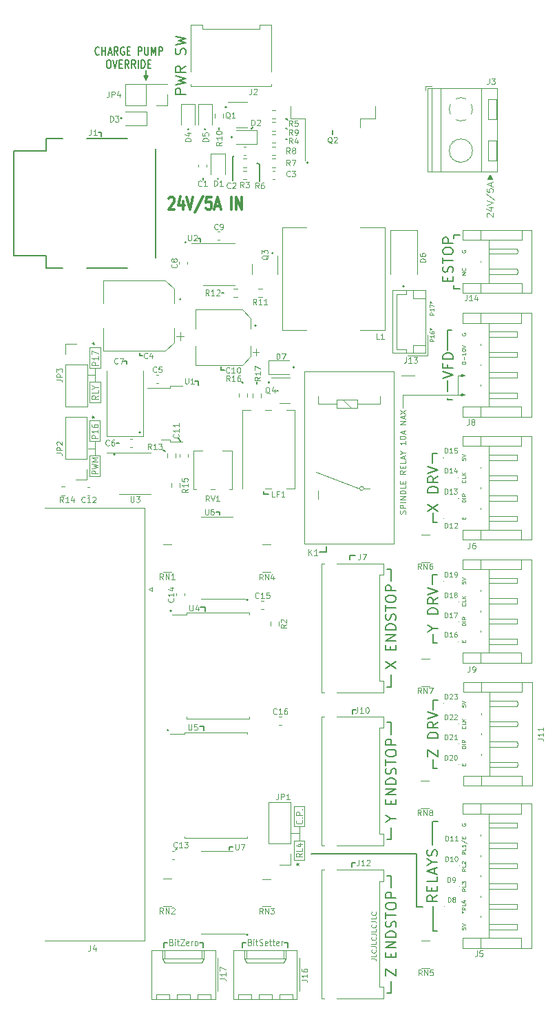
<source format=gbr>
%TF.GenerationSoftware,KiCad,Pcbnew,(6.0.4-0)*%
%TF.CreationDate,2022-05-22T20:42:40+12:00*%
%TF.ProjectId,controller,636f6e74-726f-46c6-9c65-722e6b696361,1.0*%
%TF.SameCoordinates,PX4900f70PY2ebae40*%
%TF.FileFunction,Legend,Top*%
%TF.FilePolarity,Positive*%
%FSLAX46Y46*%
G04 Gerber Fmt 4.6, Leading zero omitted, Abs format (unit mm)*
G04 Created by KiCad (PCBNEW (6.0.4-0)) date 2022-05-22 20:42:40*
%MOMM*%
%LPD*%
G01*
G04 APERTURE LIST*
%ADD10C,0.150000*%
%ADD11C,0.125000*%
%ADD12C,0.200000*%
%ADD13C,0.100000*%
%ADD14C,0.300000*%
%ADD15C,0.120000*%
%ADD16C,0.127000*%
G04 APERTURE END LIST*
D10*
X18125000Y-27300000D02*
G75*
G03*
X18125000Y-27300000I-75000J0D01*
G01*
D11*
X6250000Y-51750000D02*
X7550000Y-51750000D01*
X7550000Y-51750000D02*
X7550000Y-49200000D01*
X7550000Y-49200000D02*
X6250000Y-49200000D01*
X6250000Y-49200000D02*
X6250000Y-51750000D01*
X44600000Y-43700000D02*
X46250000Y-43700000D01*
D10*
X46450000Y-108950000D02*
X47250000Y-108950000D01*
X43350000Y-80450000D02*
X43350000Y-81900000D01*
X25000000Y-44400000D02*
X25125000Y-44600000D01*
X50800000Y-38050000D02*
X50250000Y-38050000D01*
X17410000Y-51672500D02*
X17210000Y-51410000D01*
X30250000Y-113350000D02*
X30650000Y-113350000D01*
X49000000Y-68150000D02*
X48450000Y-68150000D01*
D11*
X51550000Y-43650000D02*
X52400000Y-43650000D01*
D10*
X26850000Y-44450000D02*
X26850000Y-44650000D01*
D11*
X32050000Y-99875000D02*
X31100000Y-99875000D01*
D10*
X43350000Y-81900000D02*
X42800000Y-81900000D01*
X25725000Y-112350000D02*
G75*
G03*
X25725000Y-112350000I-75000J0D01*
G01*
X33125000Y-17500000D02*
G75*
G03*
X33125000Y-17500000I-75000J0D01*
G01*
X43350000Y-86300000D02*
X43350000Y-87750000D01*
X52000000Y-43550000D02*
X52400000Y-43650000D01*
X48500000Y-60550000D02*
X48500000Y-61700000D01*
D11*
X6275000Y-47000000D02*
X7575000Y-47000000D01*
X7575000Y-47000000D02*
X7575000Y-44450000D01*
X7575000Y-44450000D02*
X6275000Y-44450000D01*
X6275000Y-44450000D02*
X6275000Y-47000000D01*
D10*
X43350000Y-105150000D02*
X43350000Y-106600000D01*
X30387500Y-12050000D02*
X30612500Y-12250000D01*
X39000000Y-84750000D02*
X38600000Y-84750000D01*
D11*
X6900000Y-53450000D02*
X6900000Y-52600000D01*
D10*
X35350000Y-65300000D02*
X35350000Y-64700000D01*
X23450000Y-101950000D02*
X23450000Y-101550000D01*
D11*
X31400000Y-99025000D02*
X32700000Y-99025000D01*
X32700000Y-99025000D02*
X32700000Y-96575000D01*
X32700000Y-96575000D02*
X31400000Y-96575000D01*
X31400000Y-96575000D02*
X31400000Y-99025000D01*
D10*
X12525000Y-50650000D02*
G75*
G03*
X12525000Y-50650000I-75000J0D01*
G01*
X12450000Y-41250000D02*
X12450000Y-40900000D01*
X23850000Y-19700000D02*
X23850000Y-16850000D01*
D12*
X13200000Y-7350000D02*
X12946000Y-6842000D01*
D10*
X49075000Y-98450000D02*
X48525000Y-98450000D01*
X29300000Y-45500000D02*
X29500000Y-45500000D01*
X25725000Y-71250000D02*
G75*
G03*
X25725000Y-71250000I-75000J0D01*
G01*
D12*
X13454000Y-6842000D02*
X12946000Y-6842000D01*
D10*
X50250000Y-46450000D02*
X50250000Y-46650000D01*
X9600000Y-51950000D02*
X9900000Y-51950000D01*
X10500000Y-41900000D02*
X10800000Y-41900000D01*
D11*
X44800000Y-47650000D02*
X44800000Y-46050000D01*
D10*
X38950000Y-65800000D02*
X38250000Y-65800000D01*
X43350000Y-119550000D02*
X42800000Y-119550000D01*
X48450000Y-53250000D02*
X48450000Y-54450000D01*
X7400000Y-13800000D02*
X7700000Y-13800000D01*
X7700000Y-13800000D02*
X7700000Y-14250000D01*
X20200000Y-113950000D02*
X20200000Y-113350000D01*
X22150000Y-13200000D02*
X22150000Y-13400000D01*
X51050000Y-26850000D02*
X51050000Y-26400000D01*
D11*
X6900000Y-52600000D02*
X6100000Y-52600000D01*
D10*
X50250000Y-38050000D02*
X50250000Y-40500000D01*
G36*
X55800000Y-19525000D02*
G01*
X55275000Y-19525000D01*
X55550000Y-19050000D01*
X55800000Y-19525000D01*
G37*
X55800000Y-19525000D02*
X55275000Y-19525000D01*
X55550000Y-19050000D01*
X55800000Y-19525000D01*
X25050000Y-113350000D02*
X25450000Y-113350000D01*
X51800000Y-26400000D02*
X51050000Y-26400000D01*
X9375000Y-53350000D02*
G75*
G03*
X9375000Y-53350000I-75000J0D01*
G01*
X43350000Y-67450000D02*
X43350000Y-68900000D01*
X20200000Y-19600000D02*
X20200000Y-19375000D01*
X43350000Y-86275000D02*
X42800000Y-86275000D01*
X49025000Y-53250000D02*
X48450000Y-53250000D01*
X51050000Y-32600000D02*
X51050000Y-33000000D01*
X50250000Y-44250000D02*
X50250000Y-45650000D01*
D12*
X13200000Y-7350000D02*
X13454000Y-6842000D01*
D10*
X27200000Y-17700000D02*
X26800000Y-17600000D01*
X48450000Y-68150000D02*
X48450000Y-69350000D01*
X19800000Y-113350000D02*
X20200000Y-113350000D01*
X52400000Y-43650000D02*
X52000000Y-43750000D01*
X52000000Y-45950000D02*
X52400000Y-46050000D01*
X34550000Y-65300000D02*
X35350000Y-65300000D01*
X27200000Y-19800000D02*
X27200000Y-17700000D01*
X38600000Y-84750000D02*
X38600000Y-85200000D01*
X38250000Y-65800000D02*
X38250000Y-66300000D01*
X20300000Y-86800000D02*
X20300000Y-87300000D01*
X24046875Y-16675000D02*
X23853125Y-16825000D01*
X33500000Y-102450000D02*
X46450000Y-102450000D01*
X36150000Y-14050000D02*
X36150000Y-13550000D01*
D11*
X6250000Y-56000000D02*
X7550000Y-56000000D01*
X7550000Y-56000000D02*
X7550000Y-53450000D01*
X7550000Y-53450000D02*
X6250000Y-53450000D01*
X6250000Y-53450000D02*
X6250000Y-56000000D01*
X51550000Y-46050000D02*
X51550000Y-43650000D01*
D10*
X52400000Y-46050000D02*
X52000000Y-45950000D01*
X15350000Y-52800000D02*
X15550000Y-53000000D01*
X48550000Y-90800000D02*
X48550000Y-91900000D01*
X28300000Y-58200000D02*
X27650000Y-58200000D01*
X10800000Y-41900000D02*
X10800000Y-42200000D01*
D11*
X32050000Y-99875000D02*
X32050000Y-99025000D01*
D10*
X50850000Y-46650000D02*
X50250000Y-46650000D01*
X19675000Y-44325000D02*
X19675000Y-44825000D01*
X30400000Y-13250000D02*
X30600000Y-13350000D01*
X49050000Y-61700000D02*
X48500000Y-61700000D01*
X30600000Y-14650000D02*
X30400000Y-14600000D01*
X25050000Y-113950000D02*
X25050000Y-113350000D01*
X48500000Y-108900000D02*
X48500000Y-111900000D01*
X48500000Y-75400000D02*
X48500000Y-76550000D01*
X43350000Y-67425000D02*
X42800000Y-67425000D01*
X16325000Y-72600000D02*
G75*
G03*
X16325000Y-72600000I-75000J0D01*
G01*
D12*
X13200000Y-6148000D02*
X13200000Y-7350000D01*
D11*
X31400000Y-103225000D02*
X32700000Y-103225000D01*
X32700000Y-103225000D02*
X32700000Y-100775000D01*
X32700000Y-100775000D02*
X31400000Y-100775000D01*
X31400000Y-100775000D02*
X31400000Y-103225000D01*
D10*
X15400000Y-113950000D02*
X15400000Y-113350000D01*
X46450000Y-102450000D02*
X46450000Y-108950000D01*
X20475000Y-72150000D02*
X20475000Y-72600000D01*
X16850000Y-101950000D02*
X17000000Y-101800000D01*
D11*
X6275000Y-42750000D02*
X7575000Y-42750000D01*
X7575000Y-42750000D02*
X7575000Y-40200000D01*
X7575000Y-40200000D02*
X6275000Y-40200000D01*
X6275000Y-40200000D02*
X6275000Y-42750000D01*
D10*
X23900000Y-101550000D02*
X23450000Y-101550000D01*
X22850000Y-43000000D02*
X22450000Y-43000000D01*
D11*
X32050000Y-100775000D02*
X32050000Y-99875000D01*
D10*
X38950000Y-103550000D02*
X38550000Y-103550000D01*
X51050000Y-33000000D02*
X51800000Y-33000000D01*
X12750000Y-41250000D02*
X12450000Y-41250000D01*
X48450000Y-98450000D02*
X48400000Y-101350000D01*
X15400000Y-113350000D02*
X15800000Y-113350000D01*
X19175000Y-44325000D02*
X19675000Y-44325000D01*
X19925000Y-72150000D02*
X20475000Y-72150000D01*
X15975000Y-87250000D02*
G75*
G03*
X15975000Y-87250000I-75000J0D01*
G01*
X27650000Y-58200000D02*
X27650000Y-57900000D01*
X30650000Y-113950000D02*
X30650000Y-113350000D01*
X49062500Y-83550000D02*
X48550000Y-83550000D01*
X52400000Y-46050000D02*
X52000000Y-46150000D01*
X22300000Y-60400000D02*
X21850000Y-60400000D01*
X49050000Y-91900000D02*
X48550000Y-91900000D01*
X43350000Y-105125000D02*
X42800000Y-105125000D01*
X22300000Y-60800000D02*
X22300000Y-60400000D01*
D11*
X6925000Y-43600000D02*
X6125000Y-43600000D01*
D10*
X49025000Y-76550000D02*
X48500000Y-76550000D01*
X48550000Y-83550000D02*
X48550000Y-84700000D01*
D11*
X6900000Y-52600000D02*
X6900000Y-51750000D01*
D10*
X38550000Y-103550000D02*
X38550000Y-104000000D01*
X22550000Y-33500000D02*
X22800000Y-33500000D01*
X19650000Y-26825000D02*
X19900000Y-26825000D01*
X19800000Y-86800000D02*
X20300000Y-86800000D01*
D11*
X6925000Y-43600000D02*
X6925000Y-42750000D01*
X44800000Y-46050000D02*
X52400000Y-46050000D01*
D10*
X43350000Y-99200000D02*
X43350000Y-100650000D01*
X43350000Y-118100000D02*
X43350000Y-119550000D01*
X26450000Y-13100000D02*
X26200000Y-13350000D01*
D11*
X6925000Y-44450000D02*
X6925000Y-43600000D01*
D10*
X22450000Y-43000000D02*
X22450000Y-42575000D01*
X19900000Y-26825000D02*
X19900000Y-27225000D01*
X43350000Y-100650000D02*
X42800000Y-100650000D01*
X49050000Y-111900000D02*
X48500000Y-111900000D01*
D13*
X52264285Y-61307142D02*
X52264285Y-61140476D01*
X52526190Y-61069047D02*
X52526190Y-61307142D01*
X52026190Y-61307142D01*
X52026190Y-61069047D01*
D12*
X49024523Y-107516009D02*
X48419761Y-107939342D01*
X49024523Y-108241723D02*
X47754523Y-108241723D01*
X47754523Y-107757914D01*
X47815000Y-107636961D01*
X47875476Y-107576485D01*
X47996428Y-107516009D01*
X48177857Y-107516009D01*
X48298809Y-107576485D01*
X48359285Y-107636961D01*
X48419761Y-107757914D01*
X48419761Y-108241723D01*
X48359285Y-106971723D02*
X48359285Y-106548390D01*
X49024523Y-106366961D02*
X49024523Y-106971723D01*
X47754523Y-106971723D01*
X47754523Y-106366961D01*
X49024523Y-105217914D02*
X49024523Y-105822676D01*
X47754523Y-105822676D01*
X48661666Y-104855057D02*
X48661666Y-104250295D01*
X49024523Y-104976009D02*
X47754523Y-104552676D01*
X49024523Y-104129342D01*
X48419761Y-103464104D02*
X49024523Y-103464104D01*
X47754523Y-103887438D02*
X48419761Y-103464104D01*
X47754523Y-103040771D01*
X48964047Y-102677914D02*
X49024523Y-102496485D01*
X49024523Y-102194104D01*
X48964047Y-102073152D01*
X48903571Y-102012676D01*
X48782619Y-101952200D01*
X48661666Y-101952200D01*
X48540714Y-102012676D01*
X48480238Y-102073152D01*
X48419761Y-102194104D01*
X48359285Y-102436009D01*
X48298809Y-102556961D01*
X48238333Y-102617438D01*
X48117380Y-102677914D01*
X47996428Y-102677914D01*
X47875476Y-102617438D01*
X47815000Y-102556961D01*
X47754523Y-102436009D01*
X47754523Y-102133628D01*
X47815000Y-101952200D01*
D13*
X52050000Y-38469047D02*
X52026190Y-38516666D01*
X52026190Y-38588095D01*
X52050000Y-38659523D01*
X52097619Y-38707142D01*
X52145238Y-38730952D01*
X52240476Y-38754761D01*
X52311904Y-38754761D01*
X52407142Y-38730952D01*
X52454761Y-38707142D01*
X52502380Y-38659523D01*
X52526190Y-38588095D01*
X52526190Y-38540476D01*
X52502380Y-38469047D01*
X52478571Y-38445238D01*
X52311904Y-38445238D01*
X52311904Y-38540476D01*
X52478571Y-86747619D02*
X52502380Y-86771428D01*
X52526190Y-86842857D01*
X52526190Y-86890476D01*
X52502380Y-86961904D01*
X52454761Y-87009523D01*
X52407142Y-87033333D01*
X52311904Y-87057142D01*
X52240476Y-87057142D01*
X52145238Y-87033333D01*
X52097619Y-87009523D01*
X52050000Y-86961904D01*
X52026190Y-86890476D01*
X52026190Y-86842857D01*
X52050000Y-86771428D01*
X52073809Y-86747619D01*
X52526190Y-86295238D02*
X52526190Y-86533333D01*
X52026190Y-86533333D01*
X52526190Y-86128571D02*
X52026190Y-86128571D01*
X52526190Y-85842857D02*
X52240476Y-86057142D01*
X52026190Y-85842857D02*
X52311904Y-86128571D01*
X52026190Y-111495238D02*
X52026190Y-111733333D01*
X52264285Y-111757142D01*
X52240476Y-111733333D01*
X52216666Y-111685714D01*
X52216666Y-111566666D01*
X52240476Y-111519047D01*
X52264285Y-111495238D01*
X52311904Y-111471428D01*
X52430952Y-111471428D01*
X52478571Y-111495238D01*
X52502380Y-111519047D01*
X52526190Y-111566666D01*
X52526190Y-111685714D01*
X52502380Y-111733333D01*
X52478571Y-111757142D01*
X52026190Y-111328571D02*
X52526190Y-111161904D01*
X52026190Y-110995238D01*
D11*
X32385714Y-98291666D02*
X32423809Y-98325000D01*
X32461904Y-98425000D01*
X32461904Y-98491666D01*
X32423809Y-98591666D01*
X32347619Y-98658333D01*
X32271428Y-98691666D01*
X32119047Y-98725000D01*
X32004761Y-98725000D01*
X31852380Y-98691666D01*
X31776190Y-98658333D01*
X31700000Y-98591666D01*
X31661904Y-98491666D01*
X31661904Y-98425000D01*
X31700000Y-98325000D01*
X31738095Y-98291666D01*
X32385714Y-97991666D02*
X32423809Y-97958333D01*
X32461904Y-97991666D01*
X32423809Y-98025000D01*
X32385714Y-97991666D01*
X32461904Y-97991666D01*
X32461904Y-97658333D02*
X31661904Y-97658333D01*
X31661904Y-97391666D01*
X31700000Y-97325000D01*
X31738095Y-97291666D01*
X31814285Y-97258333D01*
X31928571Y-97258333D01*
X32004761Y-97291666D01*
X32042857Y-97325000D01*
X32080952Y-97391666D01*
X32080952Y-97658333D01*
X32385714Y-96958333D02*
X32423809Y-96925000D01*
X32461904Y-96958333D01*
X32423809Y-96991666D01*
X32385714Y-96958333D01*
X32461904Y-96958333D01*
D13*
X52526190Y-106685714D02*
X52288095Y-106852380D01*
X52526190Y-106971428D02*
X52026190Y-106971428D01*
X52026190Y-106780952D01*
X52050000Y-106733333D01*
X52073809Y-106709523D01*
X52121428Y-106685714D01*
X52192857Y-106685714D01*
X52240476Y-106709523D01*
X52264285Y-106733333D01*
X52288095Y-106780952D01*
X52288095Y-106971428D01*
X52526190Y-106233333D02*
X52526190Y-106471428D01*
X52026190Y-106471428D01*
X52026190Y-106114285D02*
X52026190Y-105804761D01*
X52216666Y-105971428D01*
X52216666Y-105900000D01*
X52240476Y-105852380D01*
X52264285Y-105828571D01*
X52311904Y-105804761D01*
X52430952Y-105804761D01*
X52478571Y-105828571D01*
X52502380Y-105852380D01*
X52526190Y-105900000D01*
X52526190Y-106042857D01*
X52502380Y-106090476D01*
X52478571Y-106114285D01*
D11*
X25983333Y-113292857D02*
X26083333Y-113330952D01*
X26116666Y-113369047D01*
X26150000Y-113445238D01*
X26150000Y-113559523D01*
X26116666Y-113635714D01*
X26083333Y-113673809D01*
X26016666Y-113711904D01*
X25750000Y-113711904D01*
X25750000Y-112911904D01*
X25983333Y-112911904D01*
X26050000Y-112950000D01*
X26083333Y-112988095D01*
X26116666Y-113064285D01*
X26116666Y-113140476D01*
X26083333Y-113216666D01*
X26050000Y-113254761D01*
X25983333Y-113292857D01*
X25750000Y-113292857D01*
X26450000Y-113711904D02*
X26450000Y-113178571D01*
X26450000Y-112911904D02*
X26416666Y-112950000D01*
X26450000Y-112988095D01*
X26483333Y-112950000D01*
X26450000Y-112911904D01*
X26450000Y-112988095D01*
X26683333Y-113178571D02*
X26950000Y-113178571D01*
X26783333Y-112911904D02*
X26783333Y-113597619D01*
X26816666Y-113673809D01*
X26883333Y-113711904D01*
X26950000Y-113711904D01*
X27150000Y-113673809D02*
X27250000Y-113711904D01*
X27416666Y-113711904D01*
X27483333Y-113673809D01*
X27516666Y-113635714D01*
X27550000Y-113559523D01*
X27550000Y-113483333D01*
X27516666Y-113407142D01*
X27483333Y-113369047D01*
X27416666Y-113330952D01*
X27283333Y-113292857D01*
X27216666Y-113254761D01*
X27183333Y-113216666D01*
X27150000Y-113140476D01*
X27150000Y-113064285D01*
X27183333Y-112988095D01*
X27216666Y-112950000D01*
X27283333Y-112911904D01*
X27450000Y-112911904D01*
X27550000Y-112950000D01*
X28116666Y-113673809D02*
X28050000Y-113711904D01*
X27916666Y-113711904D01*
X27850000Y-113673809D01*
X27816666Y-113597619D01*
X27816666Y-113292857D01*
X27850000Y-113216666D01*
X27916666Y-113178571D01*
X28050000Y-113178571D01*
X28116666Y-113216666D01*
X28150000Y-113292857D01*
X28150000Y-113369047D01*
X27816666Y-113445238D01*
X28350000Y-113178571D02*
X28616666Y-113178571D01*
X28450000Y-112911904D02*
X28450000Y-113597619D01*
X28483333Y-113673809D01*
X28550000Y-113711904D01*
X28616666Y-113711904D01*
X28750000Y-113178571D02*
X29016666Y-113178571D01*
X28850000Y-112911904D02*
X28850000Y-113597619D01*
X28883333Y-113673809D01*
X28950000Y-113711904D01*
X29016666Y-113711904D01*
X29516666Y-113673809D02*
X29450000Y-113711904D01*
X29316666Y-113711904D01*
X29250000Y-113673809D01*
X29216666Y-113597619D01*
X29216666Y-113292857D01*
X29250000Y-113216666D01*
X29316666Y-113178571D01*
X29450000Y-113178571D01*
X29516666Y-113216666D01*
X29550000Y-113292857D01*
X29550000Y-113369047D01*
X29216666Y-113445238D01*
X29850000Y-113711904D02*
X29850000Y-113178571D01*
X29850000Y-113330952D02*
X29883333Y-113254761D01*
X29916666Y-113216666D01*
X29983333Y-113178571D01*
X30050000Y-113178571D01*
D13*
X52050000Y-28269047D02*
X52026190Y-28316666D01*
X52026190Y-28388095D01*
X52050000Y-28459523D01*
X52097619Y-28507142D01*
X52145238Y-28530952D01*
X52240476Y-28554761D01*
X52311904Y-28554761D01*
X52407142Y-28530952D01*
X52454761Y-28507142D01*
X52502380Y-28459523D01*
X52526190Y-28388095D01*
X52526190Y-28340476D01*
X52502380Y-28269047D01*
X52478571Y-28245238D01*
X52311904Y-28245238D01*
X52311904Y-28340476D01*
X52526190Y-89450000D02*
X52026190Y-89450000D01*
X52026190Y-89330952D01*
X52050000Y-89259523D01*
X52097619Y-89211904D01*
X52145238Y-89188095D01*
X52240476Y-89164285D01*
X52311904Y-89164285D01*
X52407142Y-89188095D01*
X52454761Y-89211904D01*
X52502380Y-89259523D01*
X52526190Y-89330952D01*
X52526190Y-89450000D01*
X52526190Y-88950000D02*
X52026190Y-88950000D01*
X52526190Y-88426190D02*
X52288095Y-88592857D01*
X52526190Y-88711904D02*
X52026190Y-88711904D01*
X52026190Y-88521428D01*
X52050000Y-88473809D01*
X52073809Y-88450000D01*
X52121428Y-88426190D01*
X52192857Y-88426190D01*
X52240476Y-88450000D01*
X52264285Y-88473809D01*
X52288095Y-88521428D01*
X52288095Y-88711904D01*
D12*
X18074523Y-9107619D02*
X16804523Y-9107619D01*
X16804523Y-8623809D01*
X16865000Y-8502857D01*
X16925476Y-8442380D01*
X17046428Y-8381904D01*
X17227857Y-8381904D01*
X17348809Y-8442380D01*
X17409285Y-8502857D01*
X17469761Y-8623809D01*
X17469761Y-9107619D01*
X16804523Y-7958571D02*
X18074523Y-7656190D01*
X17167380Y-7414285D01*
X18074523Y-7172380D01*
X16804523Y-6870000D01*
X18074523Y-5660476D02*
X17469761Y-6083809D01*
X18074523Y-6386190D02*
X16804523Y-6386190D01*
X16804523Y-5902380D01*
X16865000Y-5781428D01*
X16925476Y-5720952D01*
X17046428Y-5660476D01*
X17227857Y-5660476D01*
X17348809Y-5720952D01*
X17409285Y-5781428D01*
X17469761Y-5902380D01*
X17469761Y-6386190D01*
X18014047Y-4209047D02*
X18074523Y-4027619D01*
X18074523Y-3725238D01*
X18014047Y-3604285D01*
X17953571Y-3543809D01*
X17832619Y-3483333D01*
X17711666Y-3483333D01*
X17590714Y-3543809D01*
X17530238Y-3604285D01*
X17469761Y-3725238D01*
X17409285Y-3967142D01*
X17348809Y-4088095D01*
X17288333Y-4148571D01*
X17167380Y-4209047D01*
X17046428Y-4209047D01*
X16925476Y-4148571D01*
X16865000Y-4088095D01*
X16804523Y-3967142D01*
X16804523Y-3664761D01*
X16865000Y-3483333D01*
X16804523Y-3060000D02*
X18074523Y-2757619D01*
X17167380Y-2515714D01*
X18074523Y-2273809D01*
X16804523Y-1971428D01*
D13*
X52526190Y-74350000D02*
X52026190Y-74350000D01*
X52026190Y-74230952D01*
X52050000Y-74159523D01*
X52097619Y-74111904D01*
X52145238Y-74088095D01*
X52240476Y-74064285D01*
X52311904Y-74064285D01*
X52407142Y-74088095D01*
X52454761Y-74111904D01*
X52502380Y-74159523D01*
X52526190Y-74230952D01*
X52526190Y-74350000D01*
X52526190Y-73850000D02*
X52026190Y-73850000D01*
X52526190Y-73326190D02*
X52288095Y-73492857D01*
X52526190Y-73611904D02*
X52026190Y-73611904D01*
X52026190Y-73421428D01*
X52050000Y-73373809D01*
X52073809Y-73350000D01*
X52121428Y-73326190D01*
X52192857Y-73326190D01*
X52240476Y-73350000D01*
X52264285Y-73373809D01*
X52288095Y-73421428D01*
X52288095Y-73611904D01*
D12*
X47855323Y-90521428D02*
X47855323Y-89674761D01*
X49125323Y-90521428D01*
X49125323Y-89674761D01*
X49125323Y-88223333D02*
X47855323Y-88223333D01*
X47855323Y-87920952D01*
X47915800Y-87739523D01*
X48036752Y-87618571D01*
X48157704Y-87558095D01*
X48399609Y-87497619D01*
X48581038Y-87497619D01*
X48822942Y-87558095D01*
X48943895Y-87618571D01*
X49064847Y-87739523D01*
X49125323Y-87920952D01*
X49125323Y-88223333D01*
X49125323Y-86227619D02*
X48520561Y-86650952D01*
X49125323Y-86953333D02*
X47855323Y-86953333D01*
X47855323Y-86469523D01*
X47915800Y-86348571D01*
X47976276Y-86288095D01*
X48097228Y-86227619D01*
X48278657Y-86227619D01*
X48399609Y-86288095D01*
X48460085Y-86348571D01*
X48520561Y-86469523D01*
X48520561Y-86953333D01*
X47855323Y-85864761D02*
X49125323Y-85441428D01*
X47855323Y-85018095D01*
D13*
X40921428Y-115321428D02*
X41350000Y-115321428D01*
X41435714Y-115350000D01*
X41492857Y-115407142D01*
X41521428Y-115492857D01*
X41521428Y-115550000D01*
X41521428Y-114750000D02*
X41521428Y-115035714D01*
X40921428Y-115035714D01*
X41464285Y-114207142D02*
X41492857Y-114235714D01*
X41521428Y-114321428D01*
X41521428Y-114378571D01*
X41492857Y-114464285D01*
X41435714Y-114521428D01*
X41378571Y-114550000D01*
X41264285Y-114578571D01*
X41178571Y-114578571D01*
X41064285Y-114550000D01*
X41007142Y-114521428D01*
X40950000Y-114464285D01*
X40921428Y-114378571D01*
X40921428Y-114321428D01*
X40950000Y-114235714D01*
X40978571Y-114207142D01*
X40921428Y-113778571D02*
X41350000Y-113778571D01*
X41435714Y-113807142D01*
X41492857Y-113864285D01*
X41521428Y-113950000D01*
X41521428Y-114007142D01*
X41521428Y-113207142D02*
X41521428Y-113492857D01*
X40921428Y-113492857D01*
X41464285Y-112664285D02*
X41492857Y-112692857D01*
X41521428Y-112778571D01*
X41521428Y-112835714D01*
X41492857Y-112921428D01*
X41435714Y-112978571D01*
X41378571Y-113007142D01*
X41264285Y-113035714D01*
X41178571Y-113035714D01*
X41064285Y-113007142D01*
X41007142Y-112978571D01*
X40950000Y-112921428D01*
X40921428Y-112835714D01*
X40921428Y-112778571D01*
X40950000Y-112692857D01*
X40978571Y-112664285D01*
X40921428Y-112235714D02*
X41350000Y-112235714D01*
X41435714Y-112264285D01*
X41492857Y-112321428D01*
X41521428Y-112407142D01*
X41521428Y-112464285D01*
X41521428Y-111664285D02*
X41521428Y-111950000D01*
X40921428Y-111950000D01*
X41464285Y-111121428D02*
X41492857Y-111150000D01*
X41521428Y-111235714D01*
X41521428Y-111292857D01*
X41492857Y-111378571D01*
X41435714Y-111435714D01*
X41378571Y-111464285D01*
X41264285Y-111492857D01*
X41178571Y-111492857D01*
X41064285Y-111464285D01*
X41007142Y-111435714D01*
X40950000Y-111378571D01*
X40921428Y-111292857D01*
X40921428Y-111235714D01*
X40950000Y-111150000D01*
X40978571Y-111121428D01*
X40921428Y-110692857D02*
X41350000Y-110692857D01*
X41435714Y-110721428D01*
X41492857Y-110778571D01*
X41521428Y-110864285D01*
X41521428Y-110921428D01*
X41521428Y-110121428D02*
X41521428Y-110407142D01*
X40921428Y-110407142D01*
X41464285Y-109578571D02*
X41492857Y-109607142D01*
X41521428Y-109692857D01*
X41521428Y-109750000D01*
X41492857Y-109835714D01*
X41435714Y-109892857D01*
X41378571Y-109921428D01*
X41264285Y-109950000D01*
X41178571Y-109950000D01*
X41064285Y-109921428D01*
X41007142Y-109892857D01*
X40950000Y-109835714D01*
X40921428Y-109750000D01*
X40921428Y-109692857D01*
X40950000Y-109607142D01*
X40978571Y-109578571D01*
D11*
X7336904Y-46112666D02*
X6955952Y-46346000D01*
X7336904Y-46512666D02*
X6536904Y-46512666D01*
X6536904Y-46246000D01*
X6575000Y-46179333D01*
X6613095Y-46146000D01*
X6689285Y-46112666D01*
X6803571Y-46112666D01*
X6879761Y-46146000D01*
X6917857Y-46179333D01*
X6955952Y-46246000D01*
X6955952Y-46512666D01*
X7336904Y-45479333D02*
X7336904Y-45812666D01*
X6536904Y-45812666D01*
X6955952Y-45112666D02*
X7336904Y-45112666D01*
X6536904Y-45346000D02*
X6955952Y-45112666D01*
X6536904Y-44879333D01*
D13*
X52026190Y-109590476D02*
X52145238Y-109590476D01*
X52097619Y-109709523D02*
X52145238Y-109590476D01*
X52097619Y-109471428D01*
X52240476Y-109661904D02*
X52145238Y-109590476D01*
X52240476Y-109519047D01*
X52526190Y-108995238D02*
X52288095Y-109161904D01*
X52526190Y-109280952D02*
X52026190Y-109280952D01*
X52026190Y-109090476D01*
X52050000Y-109042857D01*
X52073809Y-109019047D01*
X52121428Y-108995238D01*
X52192857Y-108995238D01*
X52240476Y-109019047D01*
X52264285Y-109042857D01*
X52288095Y-109090476D01*
X52288095Y-109280952D01*
X52526190Y-108542857D02*
X52526190Y-108780952D01*
X52026190Y-108780952D01*
X52192857Y-108161904D02*
X52526190Y-108161904D01*
X52002380Y-108280952D02*
X52359523Y-108400000D01*
X52359523Y-108090476D01*
D12*
X49704523Y-43991819D02*
X50974523Y-43568485D01*
X49704523Y-43145152D01*
X50309285Y-42298485D02*
X50309285Y-42721819D01*
X50974523Y-42721819D02*
X49704523Y-42721819D01*
X49704523Y-42117057D01*
X50974523Y-41633247D02*
X49704523Y-41633247D01*
X49704523Y-41330866D01*
X49765000Y-41149438D01*
X49885952Y-41028485D01*
X50006904Y-40968009D01*
X50248809Y-40907533D01*
X50430238Y-40907533D01*
X50672142Y-40968009D01*
X50793095Y-41028485D01*
X50914047Y-41149438D01*
X50974523Y-41330866D01*
X50974523Y-41633247D01*
X43369761Y-98147380D02*
X43974523Y-98147380D01*
X42704523Y-98570714D02*
X43369761Y-98147380D01*
X42704523Y-97724047D01*
X43309285Y-96333095D02*
X43309285Y-95909761D01*
X43974523Y-95728333D02*
X43974523Y-96333095D01*
X42704523Y-96333095D01*
X42704523Y-95728333D01*
X43974523Y-95184047D02*
X42704523Y-95184047D01*
X43974523Y-94458333D01*
X42704523Y-94458333D01*
X43974523Y-93853571D02*
X42704523Y-93853571D01*
X42704523Y-93551190D01*
X42765000Y-93369761D01*
X42885952Y-93248809D01*
X43006904Y-93188333D01*
X43248809Y-93127857D01*
X43430238Y-93127857D01*
X43672142Y-93188333D01*
X43793095Y-93248809D01*
X43914047Y-93369761D01*
X43974523Y-93551190D01*
X43974523Y-93853571D01*
X43914047Y-92644047D02*
X43974523Y-92462619D01*
X43974523Y-92160238D01*
X43914047Y-92039285D01*
X43853571Y-91978809D01*
X43732619Y-91918333D01*
X43611666Y-91918333D01*
X43490714Y-91978809D01*
X43430238Y-92039285D01*
X43369761Y-92160238D01*
X43309285Y-92402142D01*
X43248809Y-92523095D01*
X43188333Y-92583571D01*
X43067380Y-92644047D01*
X42946428Y-92644047D01*
X42825476Y-92583571D01*
X42765000Y-92523095D01*
X42704523Y-92402142D01*
X42704523Y-92099761D01*
X42765000Y-91918333D01*
X42704523Y-91555476D02*
X42704523Y-90829761D01*
X43974523Y-91192619D02*
X42704523Y-91192619D01*
X42704523Y-90164523D02*
X42704523Y-89922619D01*
X42765000Y-89801666D01*
X42885952Y-89680714D01*
X43127857Y-89620238D01*
X43551190Y-89620238D01*
X43793095Y-89680714D01*
X43914047Y-89801666D01*
X43974523Y-89922619D01*
X43974523Y-90164523D01*
X43914047Y-90285476D01*
X43793095Y-90406428D01*
X43551190Y-90466904D01*
X43127857Y-90466904D01*
X42885952Y-90406428D01*
X42765000Y-90285476D01*
X42704523Y-90164523D01*
X43974523Y-89075952D02*
X42704523Y-89075952D01*
X42704523Y-88592142D01*
X42765000Y-88471190D01*
X42825476Y-88410714D01*
X42946428Y-88350238D01*
X43127857Y-88350238D01*
X43248809Y-88410714D01*
X43309285Y-88471190D01*
X43369761Y-88592142D01*
X43369761Y-89075952D01*
D13*
X52026190Y-42123809D02*
X52026190Y-42076190D01*
X52050000Y-42028571D01*
X52073809Y-42004761D01*
X52121428Y-41980952D01*
X52216666Y-41957142D01*
X52335714Y-41957142D01*
X52430952Y-41980952D01*
X52478571Y-42004761D01*
X52502380Y-42028571D01*
X52526190Y-42076190D01*
X52526190Y-42123809D01*
X52502380Y-42171428D01*
X52478571Y-42195238D01*
X52430952Y-42219047D01*
X52335714Y-42242857D01*
X52216666Y-42242857D01*
X52121428Y-42219047D01*
X52073809Y-42195238D01*
X52050000Y-42171428D01*
X52026190Y-42123809D01*
X52335714Y-41742857D02*
X52335714Y-41361904D01*
X52526190Y-40861904D02*
X52526190Y-41147619D01*
X52526190Y-41004761D02*
X52026190Y-41004761D01*
X52097619Y-41052380D01*
X52145238Y-41100000D01*
X52169047Y-41147619D01*
X52026190Y-40552380D02*
X52026190Y-40504761D01*
X52050000Y-40457142D01*
X52073809Y-40433333D01*
X52121428Y-40409523D01*
X52216666Y-40385714D01*
X52335714Y-40385714D01*
X52430952Y-40409523D01*
X52478571Y-40433333D01*
X52502380Y-40457142D01*
X52526190Y-40504761D01*
X52526190Y-40552380D01*
X52502380Y-40600000D01*
X52478571Y-40623809D01*
X52430952Y-40647619D01*
X52335714Y-40671428D01*
X52216666Y-40671428D01*
X52121428Y-40647619D01*
X52073809Y-40623809D01*
X52050000Y-40600000D01*
X52026190Y-40552380D01*
X52026190Y-40242857D02*
X52526190Y-40076190D01*
X52026190Y-39909523D01*
X52026190Y-53845238D02*
X52026190Y-54083333D01*
X52264285Y-54107142D01*
X52240476Y-54083333D01*
X52216666Y-54035714D01*
X52216666Y-53916666D01*
X52240476Y-53869047D01*
X52264285Y-53845238D01*
X52311904Y-53821428D01*
X52430952Y-53821428D01*
X52478571Y-53845238D01*
X52502380Y-53869047D01*
X52526190Y-53916666D01*
X52526190Y-54035714D01*
X52502380Y-54083333D01*
X52478571Y-54107142D01*
X52026190Y-53678571D02*
X52526190Y-53511904D01*
X52026190Y-53345238D01*
D11*
X16316666Y-113292857D02*
X16416666Y-113330952D01*
X16450000Y-113369047D01*
X16483333Y-113445238D01*
X16483333Y-113559523D01*
X16450000Y-113635714D01*
X16416666Y-113673809D01*
X16350000Y-113711904D01*
X16083333Y-113711904D01*
X16083333Y-112911904D01*
X16316666Y-112911904D01*
X16383333Y-112950000D01*
X16416666Y-112988095D01*
X16450000Y-113064285D01*
X16450000Y-113140476D01*
X16416666Y-113216666D01*
X16383333Y-113254761D01*
X16316666Y-113292857D01*
X16083333Y-113292857D01*
X16783333Y-113711904D02*
X16783333Y-113178571D01*
X16783333Y-112911904D02*
X16750000Y-112950000D01*
X16783333Y-112988095D01*
X16816666Y-112950000D01*
X16783333Y-112911904D01*
X16783333Y-112988095D01*
X17016666Y-113178571D02*
X17283333Y-113178571D01*
X17116666Y-112911904D02*
X17116666Y-113597619D01*
X17150000Y-113673809D01*
X17216666Y-113711904D01*
X17283333Y-113711904D01*
X17450000Y-112911904D02*
X17916666Y-112911904D01*
X17450000Y-113711904D01*
X17916666Y-113711904D01*
X18450000Y-113673809D02*
X18383333Y-113711904D01*
X18250000Y-113711904D01*
X18183333Y-113673809D01*
X18150000Y-113597619D01*
X18150000Y-113292857D01*
X18183333Y-113216666D01*
X18250000Y-113178571D01*
X18383333Y-113178571D01*
X18450000Y-113216666D01*
X18483333Y-113292857D01*
X18483333Y-113369047D01*
X18150000Y-113445238D01*
X18783333Y-113711904D02*
X18783333Y-113178571D01*
X18783333Y-113330952D02*
X18816666Y-113254761D01*
X18850000Y-113216666D01*
X18916666Y-113178571D01*
X18983333Y-113178571D01*
X19316666Y-113711904D02*
X19250000Y-113673809D01*
X19216666Y-113635714D01*
X19183333Y-113559523D01*
X19183333Y-113330952D01*
X19216666Y-113254761D01*
X19250000Y-113216666D01*
X19316666Y-113178571D01*
X19416666Y-113178571D01*
X19483333Y-113216666D01*
X19516666Y-113254761D01*
X19550000Y-113330952D01*
X19550000Y-113559523D01*
X19516666Y-113635714D01*
X19483333Y-113673809D01*
X19416666Y-113711904D01*
X19316666Y-113711904D01*
D13*
X48626190Y-39447619D02*
X48126190Y-39447619D01*
X48126190Y-39257142D01*
X48150000Y-39209523D01*
X48173809Y-39185714D01*
X48221428Y-39161904D01*
X48292857Y-39161904D01*
X48340476Y-39185714D01*
X48364285Y-39209523D01*
X48388095Y-39257142D01*
X48388095Y-39447619D01*
X48626190Y-38685714D02*
X48626190Y-38971428D01*
X48626190Y-38828571D02*
X48126190Y-38828571D01*
X48197619Y-38876190D01*
X48245238Y-38923809D01*
X48269047Y-38971428D01*
X48126190Y-38257142D02*
X48126190Y-38352380D01*
X48150000Y-38400000D01*
X48173809Y-38423809D01*
X48245238Y-38471428D01*
X48340476Y-38495238D01*
X48530952Y-38495238D01*
X48578571Y-38471428D01*
X48602380Y-38447619D01*
X48626190Y-38400000D01*
X48626190Y-38304761D01*
X48602380Y-38257142D01*
X48578571Y-38233333D01*
X48530952Y-38209523D01*
X48411904Y-38209523D01*
X48364285Y-38233333D01*
X48340476Y-38257142D01*
X48316666Y-38304761D01*
X48316666Y-38400000D01*
X48340476Y-38447619D01*
X48364285Y-38471428D01*
X48411904Y-38495238D01*
X48126190Y-37923809D02*
X48245238Y-37923809D01*
X48197619Y-38042857D02*
X48245238Y-37923809D01*
X48197619Y-37804761D01*
X48340476Y-37995238D02*
X48245238Y-37923809D01*
X48340476Y-37852380D01*
D11*
X31661904Y-103733333D02*
X31852380Y-103733333D01*
X31776190Y-103900000D02*
X31852380Y-103733333D01*
X31776190Y-103566666D01*
X32004761Y-103833333D02*
X31852380Y-103733333D01*
X32004761Y-103633333D01*
X32461904Y-102366666D02*
X32080952Y-102600000D01*
X32461904Y-102766666D02*
X31661904Y-102766666D01*
X31661904Y-102500000D01*
X31700000Y-102433333D01*
X31738095Y-102400000D01*
X31814285Y-102366666D01*
X31928571Y-102366666D01*
X32004761Y-102400000D01*
X32042857Y-102433333D01*
X32080952Y-102500000D01*
X32080952Y-102766666D01*
X32461904Y-101733333D02*
X32461904Y-102066666D01*
X31661904Y-102066666D01*
X31928571Y-101200000D02*
X32461904Y-101200000D01*
X31623809Y-101366666D02*
X32195238Y-101533333D01*
X32195238Y-101100000D01*
D14*
X16023571Y-21871428D02*
X16080714Y-21800000D01*
X16195000Y-21728571D01*
X16480714Y-21728571D01*
X16595000Y-21800000D01*
X16652142Y-21871428D01*
X16709285Y-22014285D01*
X16709285Y-22157142D01*
X16652142Y-22371428D01*
X15966428Y-23228571D01*
X16709285Y-23228571D01*
X17737857Y-22228571D02*
X17737857Y-23228571D01*
X17452142Y-21657142D02*
X17166428Y-22728571D01*
X17909285Y-22728571D01*
X18195000Y-21728571D02*
X18595000Y-23228571D01*
X18995000Y-21728571D01*
X20252142Y-21657142D02*
X19223571Y-23585714D01*
X21223571Y-21728571D02*
X20652142Y-21728571D01*
X20595000Y-22442857D01*
X20652142Y-22371428D01*
X20766428Y-22300000D01*
X21052142Y-22300000D01*
X21166428Y-22371428D01*
X21223571Y-22442857D01*
X21280714Y-22585714D01*
X21280714Y-22942857D01*
X21223571Y-23085714D01*
X21166428Y-23157142D01*
X21052142Y-23228571D01*
X20766428Y-23228571D01*
X20652142Y-23157142D01*
X20595000Y-23085714D01*
X21737857Y-22800000D02*
X22309285Y-22800000D01*
X21623571Y-23228571D02*
X22023571Y-21728571D01*
X22423571Y-23228571D01*
X23737857Y-23228571D02*
X23737857Y-21728571D01*
X24309285Y-23228571D02*
X24309285Y-21728571D01*
X24995000Y-23228571D01*
X24995000Y-21728571D01*
D13*
X52478571Y-56497619D02*
X52502380Y-56521428D01*
X52526190Y-56592857D01*
X52526190Y-56640476D01*
X52502380Y-56711904D01*
X52454761Y-56759523D01*
X52407142Y-56783333D01*
X52311904Y-56807142D01*
X52240476Y-56807142D01*
X52145238Y-56783333D01*
X52097619Y-56759523D01*
X52050000Y-56711904D01*
X52026190Y-56640476D01*
X52026190Y-56592857D01*
X52050000Y-56521428D01*
X52073809Y-56497619D01*
X52526190Y-56045238D02*
X52526190Y-56283333D01*
X52026190Y-56283333D01*
X52526190Y-55878571D02*
X52026190Y-55878571D01*
X52526190Y-55592857D02*
X52240476Y-55807142D01*
X52026190Y-55592857D02*
X52311904Y-55878571D01*
D12*
X42704523Y-117420714D02*
X42704523Y-116574047D01*
X43974523Y-117420714D01*
X43974523Y-116574047D01*
X43309285Y-115122619D02*
X43309285Y-114699285D01*
X43974523Y-114517857D02*
X43974523Y-115122619D01*
X42704523Y-115122619D01*
X42704523Y-114517857D01*
X43974523Y-113973571D02*
X42704523Y-113973571D01*
X43974523Y-113247857D01*
X42704523Y-113247857D01*
X43974523Y-112643095D02*
X42704523Y-112643095D01*
X42704523Y-112340714D01*
X42765000Y-112159285D01*
X42885952Y-112038333D01*
X43006904Y-111977857D01*
X43248809Y-111917380D01*
X43430238Y-111917380D01*
X43672142Y-111977857D01*
X43793095Y-112038333D01*
X43914047Y-112159285D01*
X43974523Y-112340714D01*
X43974523Y-112643095D01*
X43914047Y-111433571D02*
X43974523Y-111252142D01*
X43974523Y-110949761D01*
X43914047Y-110828809D01*
X43853571Y-110768333D01*
X43732619Y-110707857D01*
X43611666Y-110707857D01*
X43490714Y-110768333D01*
X43430238Y-110828809D01*
X43369761Y-110949761D01*
X43309285Y-111191666D01*
X43248809Y-111312619D01*
X43188333Y-111373095D01*
X43067380Y-111433571D01*
X42946428Y-111433571D01*
X42825476Y-111373095D01*
X42765000Y-111312619D01*
X42704523Y-111191666D01*
X42704523Y-110889285D01*
X42765000Y-110707857D01*
X42704523Y-110345000D02*
X42704523Y-109619285D01*
X43974523Y-109982142D02*
X42704523Y-109982142D01*
X42704523Y-108954047D02*
X42704523Y-108712142D01*
X42765000Y-108591190D01*
X42885952Y-108470238D01*
X43127857Y-108409761D01*
X43551190Y-108409761D01*
X43793095Y-108470238D01*
X43914047Y-108591190D01*
X43974523Y-108712142D01*
X43974523Y-108954047D01*
X43914047Y-109075000D01*
X43793095Y-109195952D01*
X43551190Y-109256428D01*
X43127857Y-109256428D01*
X42885952Y-109195952D01*
X42765000Y-109075000D01*
X42704523Y-108954047D01*
X43974523Y-107865476D02*
X42704523Y-107865476D01*
X42704523Y-107381666D01*
X42765000Y-107260714D01*
X42825476Y-107200238D01*
X42946428Y-107139761D01*
X43127857Y-107139761D01*
X43248809Y-107200238D01*
X43309285Y-107260714D01*
X43369761Y-107381666D01*
X43369761Y-107865476D01*
X48495561Y-74748095D02*
X49100323Y-74748095D01*
X47830323Y-75171428D02*
X48495561Y-74748095D01*
X47830323Y-74324761D01*
X49100323Y-72933809D02*
X47830323Y-72933809D01*
X47830323Y-72631428D01*
X47890800Y-72450000D01*
X48011752Y-72329047D01*
X48132704Y-72268571D01*
X48374609Y-72208095D01*
X48556038Y-72208095D01*
X48797942Y-72268571D01*
X48918895Y-72329047D01*
X49039847Y-72450000D01*
X49100323Y-72631428D01*
X49100323Y-72933809D01*
X49100323Y-70938095D02*
X48495561Y-71361428D01*
X49100323Y-71663809D02*
X47830323Y-71663809D01*
X47830323Y-71180000D01*
X47890800Y-71059047D01*
X47951276Y-70998571D01*
X48072228Y-70938095D01*
X48253657Y-70938095D01*
X48374609Y-70998571D01*
X48435085Y-71059047D01*
X48495561Y-71180000D01*
X48495561Y-71663809D01*
X47830323Y-70575238D02*
X49100323Y-70151904D01*
X47830323Y-69728571D01*
D11*
X7311904Y-51383333D02*
X6511904Y-51383333D01*
X6511904Y-51116666D01*
X6550000Y-51050000D01*
X6588095Y-51016666D01*
X6664285Y-50983333D01*
X6778571Y-50983333D01*
X6854761Y-51016666D01*
X6892857Y-51050000D01*
X6930952Y-51116666D01*
X6930952Y-51383333D01*
X7311904Y-50316666D02*
X7311904Y-50716666D01*
X7311904Y-50516666D02*
X6511904Y-50516666D01*
X6626190Y-50583333D01*
X6702380Y-50650000D01*
X6740476Y-50716666D01*
X6511904Y-49716666D02*
X6511904Y-49850000D01*
X6550000Y-49916666D01*
X6588095Y-49950000D01*
X6702380Y-50016666D01*
X6854761Y-50050000D01*
X7159523Y-50050000D01*
X7235714Y-50016666D01*
X7273809Y-49983333D01*
X7311904Y-49916666D01*
X7311904Y-49783333D01*
X7273809Y-49716666D01*
X7235714Y-49683333D01*
X7159523Y-49650000D01*
X6969047Y-49650000D01*
X6892857Y-49683333D01*
X6854761Y-49716666D01*
X6816666Y-49783333D01*
X6816666Y-49916666D01*
X6854761Y-49983333D01*
X6892857Y-50016666D01*
X6969047Y-50050000D01*
X6511904Y-48716666D02*
X6702380Y-48716666D01*
X6626190Y-48883333D02*
X6702380Y-48716666D01*
X6626190Y-48550000D01*
X6854761Y-48816666D02*
X6702380Y-48716666D01*
X6854761Y-48616666D01*
X45083333Y-60650000D02*
X45116666Y-60550000D01*
X45116666Y-60383333D01*
X45083333Y-60316666D01*
X45050000Y-60283333D01*
X44983333Y-60250000D01*
X44916666Y-60250000D01*
X44850000Y-60283333D01*
X44816666Y-60316666D01*
X44783333Y-60383333D01*
X44750000Y-60516666D01*
X44716666Y-60583333D01*
X44683333Y-60616666D01*
X44616666Y-60650000D01*
X44550000Y-60650000D01*
X44483333Y-60616666D01*
X44450000Y-60583333D01*
X44416666Y-60516666D01*
X44416666Y-60350000D01*
X44450000Y-60250000D01*
X45116666Y-59950000D02*
X44416666Y-59950000D01*
X44416666Y-59683333D01*
X44450000Y-59616666D01*
X44483333Y-59583333D01*
X44550000Y-59550000D01*
X44650000Y-59550000D01*
X44716666Y-59583333D01*
X44750000Y-59616666D01*
X44783333Y-59683333D01*
X44783333Y-59950000D01*
X45116666Y-59250000D02*
X44416666Y-59250000D01*
X45116666Y-58916666D02*
X44416666Y-58916666D01*
X45116666Y-58516666D01*
X44416666Y-58516666D01*
X45116666Y-58183333D02*
X44416666Y-58183333D01*
X44416666Y-58016666D01*
X44450000Y-57916666D01*
X44516666Y-57850000D01*
X44583333Y-57816666D01*
X44716666Y-57783333D01*
X44816666Y-57783333D01*
X44950000Y-57816666D01*
X45016666Y-57850000D01*
X45083333Y-57916666D01*
X45116666Y-58016666D01*
X45116666Y-58183333D01*
X45116666Y-57150000D02*
X45116666Y-57483333D01*
X44416666Y-57483333D01*
X44750000Y-56916666D02*
X44750000Y-56683333D01*
X45116666Y-56583333D02*
X45116666Y-56916666D01*
X44416666Y-56916666D01*
X44416666Y-56583333D01*
X45116666Y-55350000D02*
X44783333Y-55583333D01*
X45116666Y-55750000D02*
X44416666Y-55750000D01*
X44416666Y-55483333D01*
X44450000Y-55416666D01*
X44483333Y-55383333D01*
X44550000Y-55350000D01*
X44650000Y-55350000D01*
X44716666Y-55383333D01*
X44750000Y-55416666D01*
X44783333Y-55483333D01*
X44783333Y-55750000D01*
X44750000Y-55050000D02*
X44750000Y-54816666D01*
X45116666Y-54716666D02*
X45116666Y-55050000D01*
X44416666Y-55050000D01*
X44416666Y-54716666D01*
X45116666Y-54083333D02*
X45116666Y-54416666D01*
X44416666Y-54416666D01*
X44916666Y-53883333D02*
X44916666Y-53550000D01*
X45116666Y-53950000D02*
X44416666Y-53716666D01*
X45116666Y-53483333D01*
X44783333Y-53116666D02*
X45116666Y-53116666D01*
X44416666Y-53350000D02*
X44783333Y-53116666D01*
X44416666Y-52883333D01*
X45116666Y-51750000D02*
X45116666Y-52150000D01*
X45116666Y-51950000D02*
X44416666Y-51950000D01*
X44516666Y-52016666D01*
X44583333Y-52083333D01*
X44616666Y-52150000D01*
X44416666Y-51316666D02*
X44416666Y-51250000D01*
X44450000Y-51183333D01*
X44483333Y-51150000D01*
X44550000Y-51116666D01*
X44683333Y-51083333D01*
X44850000Y-51083333D01*
X44983333Y-51116666D01*
X45050000Y-51150000D01*
X45083333Y-51183333D01*
X45116666Y-51250000D01*
X45116666Y-51316666D01*
X45083333Y-51383333D01*
X45050000Y-51416666D01*
X44983333Y-51450000D01*
X44850000Y-51483333D01*
X44683333Y-51483333D01*
X44550000Y-51450000D01*
X44483333Y-51416666D01*
X44450000Y-51383333D01*
X44416666Y-51316666D01*
X44916666Y-50816666D02*
X44916666Y-50483333D01*
X45116666Y-50883333D02*
X44416666Y-50650000D01*
X45116666Y-50416666D01*
X45116666Y-49650000D02*
X44416666Y-49650000D01*
X45116666Y-49250000D01*
X44416666Y-49250000D01*
X44916666Y-48950000D02*
X44916666Y-48616666D01*
X45116666Y-49016666D02*
X44416666Y-48783333D01*
X45116666Y-48550000D01*
X44416666Y-48383333D02*
X45116666Y-47916666D01*
X44416666Y-47916666D02*
X45116666Y-48383333D01*
D13*
X52264285Y-76457142D02*
X52264285Y-76290476D01*
X52526190Y-76219047D02*
X52526190Y-76457142D01*
X52026190Y-76457142D01*
X52026190Y-76219047D01*
D11*
X7311904Y-55729333D02*
X6511904Y-55729333D01*
X6511904Y-55462666D01*
X6550000Y-55396000D01*
X6588095Y-55362666D01*
X6664285Y-55329333D01*
X6778571Y-55329333D01*
X6854761Y-55362666D01*
X6892857Y-55396000D01*
X6930952Y-55462666D01*
X6930952Y-55729333D01*
X6511904Y-55096000D02*
X7311904Y-54929333D01*
X6740476Y-54796000D01*
X7311904Y-54662666D01*
X6511904Y-54496000D01*
X7311904Y-54229333D02*
X6511904Y-54229333D01*
X7083333Y-53996000D01*
X6511904Y-53762666D01*
X7311904Y-53762666D01*
D13*
X52526190Y-59200000D02*
X52026190Y-59200000D01*
X52026190Y-59080952D01*
X52050000Y-59009523D01*
X52097619Y-58961904D01*
X52145238Y-58938095D01*
X52240476Y-58914285D01*
X52311904Y-58914285D01*
X52407142Y-58938095D01*
X52454761Y-58961904D01*
X52502380Y-59009523D01*
X52526190Y-59080952D01*
X52526190Y-59200000D01*
X52526190Y-58700000D02*
X52026190Y-58700000D01*
X52526190Y-58176190D02*
X52288095Y-58342857D01*
X52526190Y-58461904D02*
X52026190Y-58461904D01*
X52026190Y-58271428D01*
X52050000Y-58223809D01*
X52073809Y-58200000D01*
X52121428Y-58176190D01*
X52192857Y-58176190D01*
X52240476Y-58200000D01*
X52264285Y-58223809D01*
X52288095Y-58271428D01*
X52288095Y-58461904D01*
X52264285Y-91557142D02*
X52264285Y-91390476D01*
X52526190Y-91319047D02*
X52526190Y-91557142D01*
X52026190Y-91557142D01*
X52026190Y-91319047D01*
D12*
X7442857Y-4202142D02*
X7404761Y-4249761D01*
X7290476Y-4297380D01*
X7214285Y-4297380D01*
X7100000Y-4249761D01*
X7023809Y-4154523D01*
X6985714Y-4059285D01*
X6947619Y-3868809D01*
X6947619Y-3725952D01*
X6985714Y-3535476D01*
X7023809Y-3440238D01*
X7100000Y-3345000D01*
X7214285Y-3297380D01*
X7290476Y-3297380D01*
X7404761Y-3345000D01*
X7442857Y-3392619D01*
X7785714Y-4297380D02*
X7785714Y-3297380D01*
X7785714Y-3773571D02*
X8242857Y-3773571D01*
X8242857Y-4297380D02*
X8242857Y-3297380D01*
X8585714Y-4011666D02*
X8966666Y-4011666D01*
X8509523Y-4297380D02*
X8776190Y-3297380D01*
X9042857Y-4297380D01*
X9766666Y-4297380D02*
X9500000Y-3821190D01*
X9309523Y-4297380D02*
X9309523Y-3297380D01*
X9614285Y-3297380D01*
X9690476Y-3345000D01*
X9728571Y-3392619D01*
X9766666Y-3487857D01*
X9766666Y-3630714D01*
X9728571Y-3725952D01*
X9690476Y-3773571D01*
X9614285Y-3821190D01*
X9309523Y-3821190D01*
X10528571Y-3345000D02*
X10452380Y-3297380D01*
X10338095Y-3297380D01*
X10223809Y-3345000D01*
X10147619Y-3440238D01*
X10109523Y-3535476D01*
X10071428Y-3725952D01*
X10071428Y-3868809D01*
X10109523Y-4059285D01*
X10147619Y-4154523D01*
X10223809Y-4249761D01*
X10338095Y-4297380D01*
X10414285Y-4297380D01*
X10528571Y-4249761D01*
X10566666Y-4202142D01*
X10566666Y-3868809D01*
X10414285Y-3868809D01*
X10909523Y-3773571D02*
X11176190Y-3773571D01*
X11290476Y-4297380D02*
X10909523Y-4297380D01*
X10909523Y-3297380D01*
X11290476Y-3297380D01*
X12242857Y-4297380D02*
X12242857Y-3297380D01*
X12547619Y-3297380D01*
X12623809Y-3345000D01*
X12661904Y-3392619D01*
X12700000Y-3487857D01*
X12700000Y-3630714D01*
X12661904Y-3725952D01*
X12623809Y-3773571D01*
X12547619Y-3821190D01*
X12242857Y-3821190D01*
X13042857Y-3297380D02*
X13042857Y-4106904D01*
X13080952Y-4202142D01*
X13119047Y-4249761D01*
X13195238Y-4297380D01*
X13347619Y-4297380D01*
X13423809Y-4249761D01*
X13461904Y-4202142D01*
X13500000Y-4106904D01*
X13500000Y-3297380D01*
X13880952Y-4297380D02*
X13880952Y-3297380D01*
X14147619Y-4011666D01*
X14414285Y-3297380D01*
X14414285Y-4297380D01*
X14795238Y-4297380D02*
X14795238Y-3297380D01*
X15100000Y-3297380D01*
X15176190Y-3345000D01*
X15214285Y-3392619D01*
X15252380Y-3487857D01*
X15252380Y-3630714D01*
X15214285Y-3725952D01*
X15176190Y-3773571D01*
X15100000Y-3821190D01*
X14795238Y-3821190D01*
X8566666Y-4907380D02*
X8719047Y-4907380D01*
X8795238Y-4955000D01*
X8871428Y-5050238D01*
X8909523Y-5240714D01*
X8909523Y-5574047D01*
X8871428Y-5764523D01*
X8795238Y-5859761D01*
X8719047Y-5907380D01*
X8566666Y-5907380D01*
X8490476Y-5859761D01*
X8414285Y-5764523D01*
X8376190Y-5574047D01*
X8376190Y-5240714D01*
X8414285Y-5050238D01*
X8490476Y-4955000D01*
X8566666Y-4907380D01*
X9138095Y-4907380D02*
X9404761Y-5907380D01*
X9671428Y-4907380D01*
X9938095Y-5383571D02*
X10204761Y-5383571D01*
X10319047Y-5907380D02*
X9938095Y-5907380D01*
X9938095Y-4907380D01*
X10319047Y-4907380D01*
X11119047Y-5907380D02*
X10852380Y-5431190D01*
X10661904Y-5907380D02*
X10661904Y-4907380D01*
X10966666Y-4907380D01*
X11042857Y-4955000D01*
X11080952Y-5002619D01*
X11119047Y-5097857D01*
X11119047Y-5240714D01*
X11080952Y-5335952D01*
X11042857Y-5383571D01*
X10966666Y-5431190D01*
X10661904Y-5431190D01*
X11919047Y-5907380D02*
X11652380Y-5431190D01*
X11461904Y-5907380D02*
X11461904Y-4907380D01*
X11766666Y-4907380D01*
X11842857Y-4955000D01*
X11880952Y-5002619D01*
X11919047Y-5097857D01*
X11919047Y-5240714D01*
X11880952Y-5335952D01*
X11842857Y-5383571D01*
X11766666Y-5431190D01*
X11461904Y-5431190D01*
X12261904Y-5907380D02*
X12261904Y-4907380D01*
X12642857Y-5907380D02*
X12642857Y-4907380D01*
X12833333Y-4907380D01*
X12947619Y-4955000D01*
X13023809Y-5050238D01*
X13061904Y-5145476D01*
X13100000Y-5335952D01*
X13100000Y-5478809D01*
X13061904Y-5669285D01*
X13023809Y-5764523D01*
X12947619Y-5859761D01*
X12833333Y-5907380D01*
X12642857Y-5907380D01*
X13442857Y-5383571D02*
X13709523Y-5383571D01*
X13823809Y-5907380D02*
X13442857Y-5907380D01*
X13442857Y-4907380D01*
X13823809Y-4907380D01*
D13*
X52026190Y-68995238D02*
X52026190Y-69233333D01*
X52264285Y-69257142D01*
X52240476Y-69233333D01*
X52216666Y-69185714D01*
X52216666Y-69066666D01*
X52240476Y-69019047D01*
X52264285Y-68995238D01*
X52311904Y-68971428D01*
X52430952Y-68971428D01*
X52478571Y-68995238D01*
X52502380Y-69019047D01*
X52526190Y-69066666D01*
X52526190Y-69185714D01*
X52502380Y-69233333D01*
X52478571Y-69257142D01*
X52026190Y-68828571D02*
X52526190Y-68661904D01*
X52026190Y-68495238D01*
X52050000Y-98719047D02*
X52026190Y-98766666D01*
X52026190Y-98838095D01*
X52050000Y-98909523D01*
X52097619Y-98957142D01*
X52145238Y-98980952D01*
X52240476Y-99004761D01*
X52311904Y-99004761D01*
X52407142Y-98980952D01*
X52454761Y-98957142D01*
X52502380Y-98909523D01*
X52526190Y-98838095D01*
X52526190Y-98790476D01*
X52502380Y-98719047D01*
X52478571Y-98695238D01*
X52311904Y-98695238D01*
X52311904Y-98790476D01*
D12*
X47855323Y-60321428D02*
X49125323Y-59474761D01*
X47855323Y-59474761D02*
X49125323Y-60321428D01*
X49125323Y-58023333D02*
X47855323Y-58023333D01*
X47855323Y-57720952D01*
X47915800Y-57539523D01*
X48036752Y-57418571D01*
X48157704Y-57358095D01*
X48399609Y-57297619D01*
X48581038Y-57297619D01*
X48822942Y-57358095D01*
X48943895Y-57418571D01*
X49064847Y-57539523D01*
X49125323Y-57720952D01*
X49125323Y-58023333D01*
X49125323Y-56027619D02*
X48520561Y-56450952D01*
X49125323Y-56753333D02*
X47855323Y-56753333D01*
X47855323Y-56269523D01*
X47915800Y-56148571D01*
X47976276Y-56088095D01*
X48097228Y-56027619D01*
X48278657Y-56027619D01*
X48399609Y-56088095D01*
X48460085Y-56148571D01*
X48520561Y-56269523D01*
X48520561Y-56753333D01*
X47855323Y-55664761D02*
X49125323Y-55241428D01*
X47855323Y-54818095D01*
D11*
X7336904Y-42383333D02*
X6536904Y-42383333D01*
X6536904Y-42116666D01*
X6575000Y-42050000D01*
X6613095Y-42016666D01*
X6689285Y-41983333D01*
X6803571Y-41983333D01*
X6879761Y-42016666D01*
X6917857Y-42050000D01*
X6955952Y-42116666D01*
X6955952Y-42383333D01*
X7336904Y-41316666D02*
X7336904Y-41716666D01*
X7336904Y-41516666D02*
X6536904Y-41516666D01*
X6651190Y-41583333D01*
X6727380Y-41650000D01*
X6765476Y-41716666D01*
X6536904Y-41083333D02*
X6536904Y-40616666D01*
X7336904Y-40916666D01*
X6536904Y-39716666D02*
X6727380Y-39716666D01*
X6651190Y-39883333D02*
X6727380Y-39716666D01*
X6651190Y-39550000D01*
X6879761Y-39816666D02*
X6727380Y-39716666D01*
X6879761Y-39616666D01*
D13*
X52478571Y-71647619D02*
X52502380Y-71671428D01*
X52526190Y-71742857D01*
X52526190Y-71790476D01*
X52502380Y-71861904D01*
X52454761Y-71909523D01*
X52407142Y-71933333D01*
X52311904Y-71957142D01*
X52240476Y-71957142D01*
X52145238Y-71933333D01*
X52097619Y-71909523D01*
X52050000Y-71861904D01*
X52026190Y-71790476D01*
X52026190Y-71742857D01*
X52050000Y-71671428D01*
X52073809Y-71647619D01*
X52526190Y-71195238D02*
X52526190Y-71433333D01*
X52026190Y-71433333D01*
X52526190Y-71028571D02*
X52026190Y-71028571D01*
X52526190Y-70742857D02*
X52240476Y-70957142D01*
X52026190Y-70742857D02*
X52311904Y-71028571D01*
X48626190Y-36197619D02*
X48126190Y-36197619D01*
X48126190Y-36007142D01*
X48150000Y-35959523D01*
X48173809Y-35935714D01*
X48221428Y-35911904D01*
X48292857Y-35911904D01*
X48340476Y-35935714D01*
X48364285Y-35959523D01*
X48388095Y-36007142D01*
X48388095Y-36197619D01*
X48626190Y-35435714D02*
X48626190Y-35721428D01*
X48626190Y-35578571D02*
X48126190Y-35578571D01*
X48197619Y-35626190D01*
X48245238Y-35673809D01*
X48269047Y-35721428D01*
X48126190Y-35269047D02*
X48126190Y-34935714D01*
X48626190Y-35150000D01*
X48126190Y-34673809D02*
X48245238Y-34673809D01*
X48197619Y-34792857D02*
X48245238Y-34673809D01*
X48197619Y-34554761D01*
X48340476Y-34745238D02*
X48245238Y-34673809D01*
X48340476Y-34602380D01*
D12*
X50309285Y-32060952D02*
X50309285Y-31637619D01*
X50974523Y-31456190D02*
X50974523Y-32060952D01*
X49704523Y-32060952D01*
X49704523Y-31456190D01*
X50914047Y-30972380D02*
X50974523Y-30790952D01*
X50974523Y-30488571D01*
X50914047Y-30367619D01*
X50853571Y-30307142D01*
X50732619Y-30246666D01*
X50611666Y-30246666D01*
X50490714Y-30307142D01*
X50430238Y-30367619D01*
X50369761Y-30488571D01*
X50309285Y-30730476D01*
X50248809Y-30851428D01*
X50188333Y-30911904D01*
X50067380Y-30972380D01*
X49946428Y-30972380D01*
X49825476Y-30911904D01*
X49765000Y-30851428D01*
X49704523Y-30730476D01*
X49704523Y-30428095D01*
X49765000Y-30246666D01*
X49704523Y-29883809D02*
X49704523Y-29158095D01*
X50974523Y-29520952D02*
X49704523Y-29520952D01*
X49704523Y-28492857D02*
X49704523Y-28250952D01*
X49765000Y-28130000D01*
X49885952Y-28009047D01*
X50127857Y-27948571D01*
X50551190Y-27948571D01*
X50793095Y-28009047D01*
X50914047Y-28130000D01*
X50974523Y-28250952D01*
X50974523Y-28492857D01*
X50914047Y-28613809D01*
X50793095Y-28734761D01*
X50551190Y-28795238D01*
X50127857Y-28795238D01*
X49885952Y-28734761D01*
X49765000Y-28613809D01*
X49704523Y-28492857D01*
X50974523Y-27404285D02*
X49704523Y-27404285D01*
X49704523Y-26920476D01*
X49765000Y-26799523D01*
X49825476Y-26739047D01*
X49946428Y-26678571D01*
X50127857Y-26678571D01*
X50248809Y-26739047D01*
X50309285Y-26799523D01*
X50369761Y-26920476D01*
X50369761Y-27404285D01*
D11*
X55163095Y-24170238D02*
X55125000Y-24132142D01*
X55086904Y-24055952D01*
X55086904Y-23865476D01*
X55125000Y-23789285D01*
X55163095Y-23751190D01*
X55239285Y-23713095D01*
X55315476Y-23713095D01*
X55429761Y-23751190D01*
X55886904Y-24208333D01*
X55886904Y-23713095D01*
X55353571Y-23027380D02*
X55886904Y-23027380D01*
X55048809Y-23217857D02*
X55620238Y-23408333D01*
X55620238Y-22913095D01*
X55086904Y-22722619D02*
X55886904Y-22455952D01*
X55086904Y-22189285D01*
X55048809Y-21351190D02*
X56077380Y-22036904D01*
X55086904Y-20703571D02*
X55086904Y-21084523D01*
X55467857Y-21122619D01*
X55429761Y-21084523D01*
X55391666Y-21008333D01*
X55391666Y-20817857D01*
X55429761Y-20741666D01*
X55467857Y-20703571D01*
X55544047Y-20665476D01*
X55734523Y-20665476D01*
X55810714Y-20703571D01*
X55848809Y-20741666D01*
X55886904Y-20817857D01*
X55886904Y-21008333D01*
X55848809Y-21084523D01*
X55810714Y-21122619D01*
X55658333Y-20360714D02*
X55658333Y-19979761D01*
X55886904Y-20436904D02*
X55086904Y-20170238D01*
X55886904Y-19903571D01*
D13*
X52026190Y-84095238D02*
X52026190Y-84333333D01*
X52264285Y-84357142D01*
X52240476Y-84333333D01*
X52216666Y-84285714D01*
X52216666Y-84166666D01*
X52240476Y-84119047D01*
X52264285Y-84095238D01*
X52311904Y-84071428D01*
X52430952Y-84071428D01*
X52478571Y-84095238D01*
X52502380Y-84119047D01*
X52526190Y-84166666D01*
X52526190Y-84285714D01*
X52502380Y-84333333D01*
X52478571Y-84357142D01*
X52026190Y-83928571D02*
X52526190Y-83761904D01*
X52026190Y-83595238D01*
D12*
X42654523Y-79670714D02*
X43924523Y-78824047D01*
X42654523Y-78824047D02*
X43924523Y-79670714D01*
X43259285Y-77372619D02*
X43259285Y-76949285D01*
X43924523Y-76767857D02*
X43924523Y-77372619D01*
X42654523Y-77372619D01*
X42654523Y-76767857D01*
X43924523Y-76223571D02*
X42654523Y-76223571D01*
X43924523Y-75497857D01*
X42654523Y-75497857D01*
X43924523Y-74893095D02*
X42654523Y-74893095D01*
X42654523Y-74590714D01*
X42715000Y-74409285D01*
X42835952Y-74288333D01*
X42956904Y-74227857D01*
X43198809Y-74167380D01*
X43380238Y-74167380D01*
X43622142Y-74227857D01*
X43743095Y-74288333D01*
X43864047Y-74409285D01*
X43924523Y-74590714D01*
X43924523Y-74893095D01*
X43864047Y-73683571D02*
X43924523Y-73502142D01*
X43924523Y-73199761D01*
X43864047Y-73078809D01*
X43803571Y-73018333D01*
X43682619Y-72957857D01*
X43561666Y-72957857D01*
X43440714Y-73018333D01*
X43380238Y-73078809D01*
X43319761Y-73199761D01*
X43259285Y-73441666D01*
X43198809Y-73562619D01*
X43138333Y-73623095D01*
X43017380Y-73683571D01*
X42896428Y-73683571D01*
X42775476Y-73623095D01*
X42715000Y-73562619D01*
X42654523Y-73441666D01*
X42654523Y-73139285D01*
X42715000Y-72957857D01*
X42654523Y-72595000D02*
X42654523Y-71869285D01*
X43924523Y-72232142D02*
X42654523Y-72232142D01*
X42654523Y-71204047D02*
X42654523Y-70962142D01*
X42715000Y-70841190D01*
X42835952Y-70720238D01*
X43077857Y-70659761D01*
X43501190Y-70659761D01*
X43743095Y-70720238D01*
X43864047Y-70841190D01*
X43924523Y-70962142D01*
X43924523Y-71204047D01*
X43864047Y-71325000D01*
X43743095Y-71445952D01*
X43501190Y-71506428D01*
X43077857Y-71506428D01*
X42835952Y-71445952D01*
X42715000Y-71325000D01*
X42654523Y-71204047D01*
X43924523Y-70115476D02*
X42654523Y-70115476D01*
X42654523Y-69631666D01*
X42715000Y-69510714D01*
X42775476Y-69450238D01*
X42896428Y-69389761D01*
X43077857Y-69389761D01*
X43198809Y-69450238D01*
X43259285Y-69510714D01*
X43319761Y-69631666D01*
X43319761Y-70115476D01*
D13*
X52526190Y-31292857D02*
X52026190Y-31292857D01*
X52526190Y-31007142D01*
X52026190Y-31007142D01*
X52478571Y-30483333D02*
X52502380Y-30507142D01*
X52526190Y-30578571D01*
X52526190Y-30626190D01*
X52502380Y-30697619D01*
X52454761Y-30745238D01*
X52407142Y-30769047D01*
X52311904Y-30792857D01*
X52240476Y-30792857D01*
X52145238Y-30769047D01*
X52097619Y-30745238D01*
X52050000Y-30697619D01*
X52026190Y-30626190D01*
X52026190Y-30578571D01*
X52050000Y-30507142D01*
X52073809Y-30483333D01*
X52526190Y-102173809D02*
X52288095Y-102340476D01*
X52526190Y-102459523D02*
X52026190Y-102459523D01*
X52026190Y-102269047D01*
X52050000Y-102221428D01*
X52073809Y-102197619D01*
X52121428Y-102173809D01*
X52192857Y-102173809D01*
X52240476Y-102197619D01*
X52264285Y-102221428D01*
X52288095Y-102269047D01*
X52288095Y-102459523D01*
X52526190Y-101721428D02*
X52526190Y-101959523D01*
X52026190Y-101959523D01*
X52526190Y-101292857D02*
X52526190Y-101578571D01*
X52526190Y-101435714D02*
X52026190Y-101435714D01*
X52097619Y-101483333D01*
X52145238Y-101530952D01*
X52169047Y-101578571D01*
X52002380Y-100721428D02*
X52645238Y-101150000D01*
X52264285Y-100554761D02*
X52264285Y-100388095D01*
X52526190Y-100316666D02*
X52526190Y-100554761D01*
X52026190Y-100554761D01*
X52026190Y-100316666D01*
X52526190Y-104235714D02*
X52288095Y-104402380D01*
X52526190Y-104521428D02*
X52026190Y-104521428D01*
X52026190Y-104330952D01*
X52050000Y-104283333D01*
X52073809Y-104259523D01*
X52121428Y-104235714D01*
X52192857Y-104235714D01*
X52240476Y-104259523D01*
X52264285Y-104283333D01*
X52288095Y-104330952D01*
X52288095Y-104521428D01*
X52526190Y-103783333D02*
X52526190Y-104021428D01*
X52026190Y-104021428D01*
X52073809Y-103640476D02*
X52050000Y-103616666D01*
X52026190Y-103569047D01*
X52026190Y-103450000D01*
X52050000Y-103402380D01*
X52073809Y-103378571D01*
X52121428Y-103354761D01*
X52169047Y-103354761D01*
X52240476Y-103378571D01*
X52526190Y-103664285D01*
X52526190Y-103354761D01*
D15*
%TO.C,D15*%
X49981428Y-53171428D02*
X49981428Y-52571428D01*
X50124285Y-52571428D01*
X50210000Y-52600000D01*
X50267142Y-52657142D01*
X50295714Y-52714285D01*
X50324285Y-52828571D01*
X50324285Y-52914285D01*
X50295714Y-53028571D01*
X50267142Y-53085714D01*
X50210000Y-53142857D01*
X50124285Y-53171428D01*
X49981428Y-53171428D01*
X50895714Y-53171428D02*
X50552857Y-53171428D01*
X50724285Y-53171428D02*
X50724285Y-52571428D01*
X50667142Y-52657142D01*
X50610000Y-52714285D01*
X50552857Y-52742857D01*
X51438571Y-52571428D02*
X51152857Y-52571428D01*
X51124285Y-52857142D01*
X51152857Y-52828571D01*
X51210000Y-52800000D01*
X51352857Y-52800000D01*
X51410000Y-52828571D01*
X51438571Y-52857142D01*
X51467142Y-52914285D01*
X51467142Y-53057142D01*
X51438571Y-53114285D01*
X51410000Y-53142857D01*
X51352857Y-53171428D01*
X51210000Y-53171428D01*
X51152857Y-53142857D01*
X51124285Y-53114285D01*
D11*
%TO.C,C10*%
X23475000Y-43275000D02*
X23441666Y-43308333D01*
X23341666Y-43341666D01*
X23275000Y-43341666D01*
X23175000Y-43308333D01*
X23108333Y-43241666D01*
X23075000Y-43175000D01*
X23041666Y-43041666D01*
X23041666Y-42941666D01*
X23075000Y-42808333D01*
X23108333Y-42741666D01*
X23175000Y-42675000D01*
X23275000Y-42641666D01*
X23341666Y-42641666D01*
X23441666Y-42675000D01*
X23475000Y-42708333D01*
X24141666Y-43341666D02*
X23741666Y-43341666D01*
X23941666Y-43341666D02*
X23941666Y-42641666D01*
X23875000Y-42741666D01*
X23808333Y-42808333D01*
X23741666Y-42841666D01*
X24575000Y-42641666D02*
X24641666Y-42641666D01*
X24708333Y-42675000D01*
X24741666Y-42708333D01*
X24775000Y-42775000D01*
X24808333Y-42908333D01*
X24808333Y-43075000D01*
X24775000Y-43208333D01*
X24741666Y-43275000D01*
X24708333Y-43308333D01*
X24641666Y-43341666D01*
X24575000Y-43341666D01*
X24508333Y-43308333D01*
X24475000Y-43275000D01*
X24441666Y-43208333D01*
X24408333Y-43075000D01*
X24408333Y-42908333D01*
X24441666Y-42775000D01*
X24475000Y-42708333D01*
X24508333Y-42675000D01*
X24575000Y-42641666D01*
%TO.C,C1*%
X20033333Y-20350000D02*
X20000000Y-20383333D01*
X19900000Y-20416666D01*
X19833333Y-20416666D01*
X19733333Y-20383333D01*
X19666666Y-20316666D01*
X19633333Y-20250000D01*
X19600000Y-20116666D01*
X19600000Y-20016666D01*
X19633333Y-19883333D01*
X19666666Y-19816666D01*
X19733333Y-19750000D01*
X19833333Y-19716666D01*
X19900000Y-19716666D01*
X20000000Y-19750000D01*
X20033333Y-19783333D01*
X20700000Y-20416666D02*
X20300000Y-20416666D01*
X20500000Y-20416666D02*
X20500000Y-19716666D01*
X20433333Y-19816666D01*
X20366666Y-19883333D01*
X20300000Y-19916666D01*
D15*
%TO.C,D13*%
X49961428Y-58191428D02*
X49961428Y-57591428D01*
X50104285Y-57591428D01*
X50190000Y-57620000D01*
X50247142Y-57677142D01*
X50275714Y-57734285D01*
X50304285Y-57848571D01*
X50304285Y-57934285D01*
X50275714Y-58048571D01*
X50247142Y-58105714D01*
X50190000Y-58162857D01*
X50104285Y-58191428D01*
X49961428Y-58191428D01*
X50875714Y-58191428D02*
X50532857Y-58191428D01*
X50704285Y-58191428D02*
X50704285Y-57591428D01*
X50647142Y-57677142D01*
X50590000Y-57734285D01*
X50532857Y-57762857D01*
X51075714Y-57591428D02*
X51447142Y-57591428D01*
X51247142Y-57820000D01*
X51332857Y-57820000D01*
X51390000Y-57848571D01*
X51418571Y-57877142D01*
X51447142Y-57934285D01*
X51447142Y-58077142D01*
X51418571Y-58134285D01*
X51390000Y-58162857D01*
X51332857Y-58191428D01*
X51161428Y-58191428D01*
X51104285Y-58162857D01*
X51075714Y-58134285D01*
D11*
%TO.C,J12*%
X39383333Y-103166666D02*
X39383333Y-103666666D01*
X39350000Y-103766666D01*
X39283333Y-103833333D01*
X39183333Y-103866666D01*
X39116666Y-103866666D01*
X40083333Y-103866666D02*
X39683333Y-103866666D01*
X39883333Y-103866666D02*
X39883333Y-103166666D01*
X39816666Y-103266666D01*
X39750000Y-103333333D01*
X39683333Y-103366666D01*
X40350000Y-103233333D02*
X40383333Y-103200000D01*
X40450000Y-103166666D01*
X40616666Y-103166666D01*
X40683333Y-103200000D01*
X40716666Y-103233333D01*
X40750000Y-103300000D01*
X40750000Y-103366666D01*
X40716666Y-103466666D01*
X40316666Y-103866666D01*
X40750000Y-103866666D01*
%TO.C,RN1*%
X15326666Y-68696666D02*
X15093333Y-68363333D01*
X14926666Y-68696666D02*
X14926666Y-67996666D01*
X15193333Y-67996666D01*
X15260000Y-68030000D01*
X15293333Y-68063333D01*
X15326666Y-68130000D01*
X15326666Y-68230000D01*
X15293333Y-68296666D01*
X15260000Y-68330000D01*
X15193333Y-68363333D01*
X14926666Y-68363333D01*
X15626666Y-68696666D02*
X15626666Y-67996666D01*
X16026666Y-68696666D01*
X16026666Y-67996666D01*
X16726666Y-68696666D02*
X16326666Y-68696666D01*
X16526666Y-68696666D02*
X16526666Y-67996666D01*
X16460000Y-68096666D01*
X16393333Y-68163333D01*
X16326666Y-68196666D01*
%TO.C,R13*%
X13850000Y-52716666D02*
X13616666Y-52383333D01*
X13450000Y-52716666D02*
X13450000Y-52016666D01*
X13716666Y-52016666D01*
X13783333Y-52050000D01*
X13816666Y-52083333D01*
X13850000Y-52150000D01*
X13850000Y-52250000D01*
X13816666Y-52316666D01*
X13783333Y-52350000D01*
X13716666Y-52383333D01*
X13450000Y-52383333D01*
X14516666Y-52716666D02*
X14116666Y-52716666D01*
X14316666Y-52716666D02*
X14316666Y-52016666D01*
X14250000Y-52116666D01*
X14183333Y-52183333D01*
X14116666Y-52216666D01*
X14750000Y-52016666D02*
X15183333Y-52016666D01*
X14950000Y-52283333D01*
X15050000Y-52283333D01*
X15116666Y-52316666D01*
X15150000Y-52350000D01*
X15183333Y-52416666D01*
X15183333Y-52583333D01*
X15150000Y-52650000D01*
X15116666Y-52683333D01*
X15050000Y-52716666D01*
X14850000Y-52716666D01*
X14783333Y-52683333D01*
X14750000Y-52650000D01*
%TO.C,R6*%
X27083333Y-20666666D02*
X26850000Y-20333333D01*
X26683333Y-20666666D02*
X26683333Y-19966666D01*
X26950000Y-19966666D01*
X27016666Y-20000000D01*
X27050000Y-20033333D01*
X27083333Y-20100000D01*
X27083333Y-20200000D01*
X27050000Y-20266666D01*
X27016666Y-20300000D01*
X26950000Y-20333333D01*
X26683333Y-20333333D01*
X27683333Y-19966666D02*
X27550000Y-19966666D01*
X27483333Y-20000000D01*
X27450000Y-20033333D01*
X27383333Y-20133333D01*
X27350000Y-20266666D01*
X27350000Y-20533333D01*
X27383333Y-20600000D01*
X27416666Y-20633333D01*
X27483333Y-20666666D01*
X27616666Y-20666666D01*
X27683333Y-20633333D01*
X27716666Y-20600000D01*
X27750000Y-20533333D01*
X27750000Y-20366666D01*
X27716666Y-20300000D01*
X27683333Y-20266666D01*
X27616666Y-20233333D01*
X27483333Y-20233333D01*
X27416666Y-20266666D01*
X27383333Y-20300000D01*
X27350000Y-20366666D01*
%TO.C,JP4*%
X8666666Y-8766666D02*
X8666666Y-9266666D01*
X8633333Y-9366666D01*
X8566666Y-9433333D01*
X8466666Y-9466666D01*
X8400000Y-9466666D01*
X9000000Y-9466666D02*
X9000000Y-8766666D01*
X9266666Y-8766666D01*
X9333333Y-8800000D01*
X9366666Y-8833333D01*
X9400000Y-8900000D01*
X9400000Y-9000000D01*
X9366666Y-9066666D01*
X9333333Y-9100000D01*
X9266666Y-9133333D01*
X9000000Y-9133333D01*
X10000000Y-9000000D02*
X10000000Y-9466666D01*
X9833333Y-8733333D02*
X9666666Y-9233333D01*
X10100000Y-9233333D01*
%TO.C,J3*%
X55415666Y-7168666D02*
X55415666Y-7668666D01*
X55382333Y-7768666D01*
X55315666Y-7835333D01*
X55215666Y-7868666D01*
X55149000Y-7868666D01*
X55682333Y-7168666D02*
X56115666Y-7168666D01*
X55882333Y-7435333D01*
X55982333Y-7435333D01*
X56049000Y-7468666D01*
X56082333Y-7502000D01*
X56115666Y-7568666D01*
X56115666Y-7735333D01*
X56082333Y-7802000D01*
X56049000Y-7835333D01*
X55982333Y-7868666D01*
X55782333Y-7868666D01*
X55715666Y-7835333D01*
X55682333Y-7802000D01*
%TO.C,J2*%
X26166666Y-8436666D02*
X26166666Y-8936666D01*
X26133333Y-9036666D01*
X26066666Y-9103333D01*
X25966666Y-9136666D01*
X25900000Y-9136666D01*
X26466666Y-8503333D02*
X26500000Y-8470000D01*
X26566666Y-8436666D01*
X26733333Y-8436666D01*
X26800000Y-8470000D01*
X26833333Y-8503333D01*
X26866666Y-8570000D01*
X26866666Y-8636666D01*
X26833333Y-8736666D01*
X26433333Y-9136666D01*
X26866666Y-9136666D01*
D15*
%TO.C,D8*%
X50337142Y-108346428D02*
X50337142Y-107746428D01*
X50480000Y-107746428D01*
X50565714Y-107775000D01*
X50622857Y-107832142D01*
X50651428Y-107889285D01*
X50680000Y-108003571D01*
X50680000Y-108089285D01*
X50651428Y-108203571D01*
X50622857Y-108260714D01*
X50565714Y-108317857D01*
X50480000Y-108346428D01*
X50337142Y-108346428D01*
X51022857Y-108003571D02*
X50965714Y-107975000D01*
X50937142Y-107946428D01*
X50908571Y-107889285D01*
X50908571Y-107860714D01*
X50937142Y-107803571D01*
X50965714Y-107775000D01*
X51022857Y-107746428D01*
X51137142Y-107746428D01*
X51194285Y-107775000D01*
X51222857Y-107803571D01*
X51251428Y-107860714D01*
X51251428Y-107889285D01*
X51222857Y-107946428D01*
X51194285Y-107975000D01*
X51137142Y-108003571D01*
X51022857Y-108003571D01*
X50965714Y-108032142D01*
X50937142Y-108060714D01*
X50908571Y-108117857D01*
X50908571Y-108232142D01*
X50937142Y-108289285D01*
X50965714Y-108317857D01*
X51022857Y-108346428D01*
X51137142Y-108346428D01*
X51194285Y-108317857D01*
X51222857Y-108289285D01*
X51251428Y-108232142D01*
X51251428Y-108117857D01*
X51222857Y-108060714D01*
X51194285Y-108032142D01*
X51137142Y-108003571D01*
D11*
%TO.C,RV1*%
X20983333Y-59116666D02*
X20750000Y-58783333D01*
X20583333Y-59116666D02*
X20583333Y-58416666D01*
X20850000Y-58416666D01*
X20916666Y-58450000D01*
X20950000Y-58483333D01*
X20983333Y-58550000D01*
X20983333Y-58650000D01*
X20950000Y-58716666D01*
X20916666Y-58750000D01*
X20850000Y-58783333D01*
X20583333Y-58783333D01*
X21183333Y-58416666D02*
X21416666Y-59116666D01*
X21650000Y-58416666D01*
X22250000Y-59116666D02*
X21850000Y-59116666D01*
X22050000Y-59116666D02*
X22050000Y-58416666D01*
X21983333Y-58516666D01*
X21916666Y-58583333D01*
X21850000Y-58616666D01*
%TO.C,J14*%
X52632233Y-33777466D02*
X52632233Y-34277466D01*
X52598900Y-34377466D01*
X52532233Y-34444133D01*
X52432233Y-34477466D01*
X52365566Y-34477466D01*
X53332233Y-34477466D02*
X52932233Y-34477466D01*
X53132233Y-34477466D02*
X53132233Y-33777466D01*
X53065566Y-33877466D01*
X52998900Y-33944133D01*
X52932233Y-33977466D01*
X53932233Y-34010800D02*
X53932233Y-34477466D01*
X53765566Y-33744133D02*
X53598900Y-34244133D01*
X54032233Y-34244133D01*
%TO.C,R16*%
X23500000Y-44366666D02*
X23266666Y-44033333D01*
X23100000Y-44366666D02*
X23100000Y-43666666D01*
X23366666Y-43666666D01*
X23433333Y-43700000D01*
X23466666Y-43733333D01*
X23500000Y-43800000D01*
X23500000Y-43900000D01*
X23466666Y-43966666D01*
X23433333Y-44000000D01*
X23366666Y-44033333D01*
X23100000Y-44033333D01*
X24166666Y-44366666D02*
X23766666Y-44366666D01*
X23966666Y-44366666D02*
X23966666Y-43666666D01*
X23900000Y-43766666D01*
X23833333Y-43833333D01*
X23766666Y-43866666D01*
X24766666Y-43666666D02*
X24633333Y-43666666D01*
X24566666Y-43700000D01*
X24533333Y-43733333D01*
X24466666Y-43833333D01*
X24433333Y-43966666D01*
X24433333Y-44233333D01*
X24466666Y-44300000D01*
X24500000Y-44333333D01*
X24566666Y-44366666D01*
X24700000Y-44366666D01*
X24766666Y-44333333D01*
X24800000Y-44300000D01*
X24833333Y-44233333D01*
X24833333Y-44066666D01*
X24800000Y-44000000D01*
X24766666Y-43966666D01*
X24700000Y-43933333D01*
X24566666Y-43933333D01*
X24500000Y-43966666D01*
X24466666Y-44000000D01*
X24433333Y-44066666D01*
%TO.C,U5*%
X18416666Y-86516666D02*
X18416666Y-87083333D01*
X18450000Y-87150000D01*
X18483333Y-87183333D01*
X18550000Y-87216666D01*
X18683333Y-87216666D01*
X18750000Y-87183333D01*
X18783333Y-87150000D01*
X18816666Y-87083333D01*
X18816666Y-86516666D01*
X19483333Y-86516666D02*
X19150000Y-86516666D01*
X19116666Y-86850000D01*
X19150000Y-86816666D01*
X19216666Y-86783333D01*
X19383333Y-86783333D01*
X19450000Y-86816666D01*
X19483333Y-86850000D01*
X19516666Y-86916666D01*
X19516666Y-87083333D01*
X19483333Y-87150000D01*
X19450000Y-87183333D01*
X19383333Y-87216666D01*
X19216666Y-87216666D01*
X19150000Y-87183333D01*
X19116666Y-87150000D01*
D15*
%TO.C,D14*%
X49961428Y-55641428D02*
X49961428Y-55041428D01*
X50104285Y-55041428D01*
X50190000Y-55070000D01*
X50247142Y-55127142D01*
X50275714Y-55184285D01*
X50304285Y-55298571D01*
X50304285Y-55384285D01*
X50275714Y-55498571D01*
X50247142Y-55555714D01*
X50190000Y-55612857D01*
X50104285Y-55641428D01*
X49961428Y-55641428D01*
X50875714Y-55641428D02*
X50532857Y-55641428D01*
X50704285Y-55641428D02*
X50704285Y-55041428D01*
X50647142Y-55127142D01*
X50590000Y-55184285D01*
X50532857Y-55212857D01*
X51390000Y-55241428D02*
X51390000Y-55641428D01*
X51247142Y-55012857D02*
X51104285Y-55441428D01*
X51475714Y-55441428D01*
D11*
%TO.C,RN6*%
X47066666Y-67441666D02*
X46833333Y-67108333D01*
X46666666Y-67441666D02*
X46666666Y-66741666D01*
X46933333Y-66741666D01*
X47000000Y-66775000D01*
X47033333Y-66808333D01*
X47066666Y-66875000D01*
X47066666Y-66975000D01*
X47033333Y-67041666D01*
X47000000Y-67075000D01*
X46933333Y-67108333D01*
X46666666Y-67108333D01*
X47366666Y-67441666D02*
X47366666Y-66741666D01*
X47766666Y-67441666D01*
X47766666Y-66741666D01*
X48400000Y-66741666D02*
X48266666Y-66741666D01*
X48200000Y-66775000D01*
X48166666Y-66808333D01*
X48100000Y-66908333D01*
X48066666Y-67041666D01*
X48066666Y-67308333D01*
X48100000Y-67375000D01*
X48133333Y-67408333D01*
X48200000Y-67441666D01*
X48333333Y-67441666D01*
X48400000Y-67408333D01*
X48433333Y-67375000D01*
X48466666Y-67308333D01*
X48466666Y-67141666D01*
X48433333Y-67075000D01*
X48400000Y-67041666D01*
X48333333Y-67008333D01*
X48200000Y-67008333D01*
X48133333Y-67041666D01*
X48100000Y-67075000D01*
X48066666Y-67141666D01*
%TO.C,U1*%
X18016666Y-43966666D02*
X18016666Y-44533333D01*
X18050000Y-44600000D01*
X18083333Y-44633333D01*
X18150000Y-44666666D01*
X18283333Y-44666666D01*
X18350000Y-44633333D01*
X18383333Y-44600000D01*
X18416666Y-44533333D01*
X18416666Y-43966666D01*
X19116666Y-44666666D02*
X18716666Y-44666666D01*
X18916666Y-44666666D02*
X18916666Y-43966666D01*
X18850000Y-44066666D01*
X18783333Y-44133333D01*
X18716666Y-44166666D01*
%TO.C,R7*%
X30908333Y-17866666D02*
X30675000Y-17533333D01*
X30508333Y-17866666D02*
X30508333Y-17166666D01*
X30775000Y-17166666D01*
X30841666Y-17200000D01*
X30875000Y-17233333D01*
X30908333Y-17300000D01*
X30908333Y-17400000D01*
X30875000Y-17466666D01*
X30841666Y-17500000D01*
X30775000Y-17533333D01*
X30508333Y-17533333D01*
X31141666Y-17166666D02*
X31608333Y-17166666D01*
X31308333Y-17866666D01*
D15*
%TO.C,D11*%
X50051428Y-100846428D02*
X50051428Y-100246428D01*
X50194285Y-100246428D01*
X50280000Y-100275000D01*
X50337142Y-100332142D01*
X50365714Y-100389285D01*
X50394285Y-100503571D01*
X50394285Y-100589285D01*
X50365714Y-100703571D01*
X50337142Y-100760714D01*
X50280000Y-100817857D01*
X50194285Y-100846428D01*
X50051428Y-100846428D01*
X50965714Y-100846428D02*
X50622857Y-100846428D01*
X50794285Y-100846428D02*
X50794285Y-100246428D01*
X50737142Y-100332142D01*
X50680000Y-100389285D01*
X50622857Y-100417857D01*
X51537142Y-100846428D02*
X51194285Y-100846428D01*
X51365714Y-100846428D02*
X51365714Y-100246428D01*
X51308571Y-100332142D01*
X51251428Y-100389285D01*
X51194285Y-100417857D01*
D11*
%TO.C,R12*%
X20950000Y-33816666D02*
X20716666Y-33483333D01*
X20550000Y-33816666D02*
X20550000Y-33116666D01*
X20816666Y-33116666D01*
X20883333Y-33150000D01*
X20916666Y-33183333D01*
X20950000Y-33250000D01*
X20950000Y-33350000D01*
X20916666Y-33416666D01*
X20883333Y-33450000D01*
X20816666Y-33483333D01*
X20550000Y-33483333D01*
X21616666Y-33816666D02*
X21216666Y-33816666D01*
X21416666Y-33816666D02*
X21416666Y-33116666D01*
X21350000Y-33216666D01*
X21283333Y-33283333D01*
X21216666Y-33316666D01*
X21883333Y-33183333D02*
X21916666Y-33150000D01*
X21983333Y-33116666D01*
X22150000Y-33116666D01*
X22216666Y-33150000D01*
X22250000Y-33183333D01*
X22283333Y-33250000D01*
X22283333Y-33316666D01*
X22250000Y-33416666D01*
X21850000Y-33816666D01*
X22283333Y-33816666D01*
%TO.C,R5*%
X31208333Y-13016666D02*
X30975000Y-12683333D01*
X30808333Y-13016666D02*
X30808333Y-12316666D01*
X31075000Y-12316666D01*
X31141666Y-12350000D01*
X31175000Y-12383333D01*
X31208333Y-12450000D01*
X31208333Y-12550000D01*
X31175000Y-12616666D01*
X31141666Y-12650000D01*
X31075000Y-12683333D01*
X30808333Y-12683333D01*
X31841666Y-12316666D02*
X31508333Y-12316666D01*
X31475000Y-12650000D01*
X31508333Y-12616666D01*
X31575000Y-12583333D01*
X31741666Y-12583333D01*
X31808333Y-12616666D01*
X31841666Y-12650000D01*
X31875000Y-12716666D01*
X31875000Y-12883333D01*
X31841666Y-12950000D01*
X31808333Y-12983333D01*
X31741666Y-13016666D01*
X31575000Y-13016666D01*
X31508333Y-12983333D01*
X31475000Y-12950000D01*
D15*
%TO.C,D21*%
X49961428Y-88361428D02*
X49961428Y-87761428D01*
X50104285Y-87761428D01*
X50190000Y-87790000D01*
X50247142Y-87847142D01*
X50275714Y-87904285D01*
X50304285Y-88018571D01*
X50304285Y-88104285D01*
X50275714Y-88218571D01*
X50247142Y-88275714D01*
X50190000Y-88332857D01*
X50104285Y-88361428D01*
X49961428Y-88361428D01*
X50532857Y-87818571D02*
X50561428Y-87790000D01*
X50618571Y-87761428D01*
X50761428Y-87761428D01*
X50818571Y-87790000D01*
X50847142Y-87818571D01*
X50875714Y-87875714D01*
X50875714Y-87932857D01*
X50847142Y-88018571D01*
X50504285Y-88361428D01*
X50875714Y-88361428D01*
X51447142Y-88361428D02*
X51104285Y-88361428D01*
X51275714Y-88361428D02*
X51275714Y-87761428D01*
X51218571Y-87847142D01*
X51161428Y-87904285D01*
X51104285Y-87932857D01*
D11*
%TO.C,JP1*%
X29485666Y-95041666D02*
X29485666Y-95541666D01*
X29452333Y-95641666D01*
X29385666Y-95708333D01*
X29285666Y-95741666D01*
X29219000Y-95741666D01*
X29819000Y-95741666D02*
X29819000Y-95041666D01*
X30085666Y-95041666D01*
X30152333Y-95075000D01*
X30185666Y-95108333D01*
X30219000Y-95175000D01*
X30219000Y-95275000D01*
X30185666Y-95341666D01*
X30152333Y-95375000D01*
X30085666Y-95408333D01*
X29819000Y-95408333D01*
X30885666Y-95741666D02*
X30485666Y-95741666D01*
X30685666Y-95741666D02*
X30685666Y-95041666D01*
X30619000Y-95141666D01*
X30552333Y-95208333D01*
X30485666Y-95241666D01*
%TO.C,C11*%
X17180000Y-50880000D02*
X17213333Y-50913333D01*
X17246666Y-51013333D01*
X17246666Y-51080000D01*
X17213333Y-51180000D01*
X17146666Y-51246666D01*
X17080000Y-51280000D01*
X16946666Y-51313333D01*
X16846666Y-51313333D01*
X16713333Y-51280000D01*
X16646666Y-51246666D01*
X16580000Y-51180000D01*
X16546666Y-51080000D01*
X16546666Y-51013333D01*
X16580000Y-50913333D01*
X16613333Y-50880000D01*
X17246666Y-50213333D02*
X17246666Y-50613333D01*
X17246666Y-50413333D02*
X16546666Y-50413333D01*
X16646666Y-50480000D01*
X16713333Y-50546666D01*
X16746666Y-50613333D01*
X17246666Y-49546666D02*
X17246666Y-49946666D01*
X17246666Y-49746666D02*
X16546666Y-49746666D01*
X16646666Y-49813333D01*
X16713333Y-49880000D01*
X16746666Y-49946666D01*
%TO.C,R14*%
X3050000Y-59241666D02*
X2816666Y-58908333D01*
X2650000Y-59241666D02*
X2650000Y-58541666D01*
X2916666Y-58541666D01*
X2983333Y-58575000D01*
X3016666Y-58608333D01*
X3050000Y-58675000D01*
X3050000Y-58775000D01*
X3016666Y-58841666D01*
X2983333Y-58875000D01*
X2916666Y-58908333D01*
X2650000Y-58908333D01*
X3716666Y-59241666D02*
X3316666Y-59241666D01*
X3516666Y-59241666D02*
X3516666Y-58541666D01*
X3450000Y-58641666D01*
X3383333Y-58708333D01*
X3316666Y-58741666D01*
X4316666Y-58775000D02*
X4316666Y-59241666D01*
X4150000Y-58508333D02*
X3983333Y-59008333D01*
X4416666Y-59008333D01*
%TO.C,L1*%
X41883333Y-39191666D02*
X41550000Y-39191666D01*
X41550000Y-38491666D01*
X42483333Y-39191666D02*
X42083333Y-39191666D01*
X42283333Y-39191666D02*
X42283333Y-38491666D01*
X42216666Y-38591666D01*
X42150000Y-38658333D01*
X42083333Y-38691666D01*
%TO.C,J16*%
X32336666Y-117900666D02*
X32836666Y-117900666D01*
X32936666Y-117934000D01*
X33003333Y-118000666D01*
X33036666Y-118100666D01*
X33036666Y-118167333D01*
X33036666Y-117200666D02*
X33036666Y-117600666D01*
X33036666Y-117400666D02*
X32336666Y-117400666D01*
X32436666Y-117467333D01*
X32503333Y-117534000D01*
X32536666Y-117600666D01*
X32336666Y-116600666D02*
X32336666Y-116734000D01*
X32370000Y-116800666D01*
X32403333Y-116834000D01*
X32503333Y-116900666D01*
X32636666Y-116934000D01*
X32903333Y-116934000D01*
X32970000Y-116900666D01*
X33003333Y-116867333D01*
X33036666Y-116800666D01*
X33036666Y-116667333D01*
X33003333Y-116600666D01*
X32970000Y-116567333D01*
X32903333Y-116534000D01*
X32736666Y-116534000D01*
X32670000Y-116567333D01*
X32636666Y-116600666D01*
X32603333Y-116667333D01*
X32603333Y-116800666D01*
X32636666Y-116867333D01*
X32670000Y-116900666D01*
X32736666Y-116934000D01*
%TO.C,J9*%
X53018666Y-79404666D02*
X53018666Y-79904666D01*
X52985333Y-80004666D01*
X52918666Y-80071333D01*
X52818666Y-80104666D01*
X52752000Y-80104666D01*
X53385333Y-80104666D02*
X53518666Y-80104666D01*
X53585333Y-80071333D01*
X53618666Y-80038000D01*
X53685333Y-79938000D01*
X53718666Y-79804666D01*
X53718666Y-79538000D01*
X53685333Y-79471333D01*
X53652000Y-79438000D01*
X53585333Y-79404666D01*
X53452000Y-79404666D01*
X53385333Y-79438000D01*
X53352000Y-79471333D01*
X53318666Y-79538000D01*
X53318666Y-79704666D01*
X53352000Y-79771333D01*
X53385333Y-79804666D01*
X53452000Y-79838000D01*
X53585333Y-79838000D01*
X53652000Y-79804666D01*
X53685333Y-79771333D01*
X53718666Y-79704666D01*
%TO.C,Q2*%
X36083333Y-15133333D02*
X36016666Y-15100000D01*
X35950000Y-15033333D01*
X35850000Y-14933333D01*
X35783333Y-14900000D01*
X35716666Y-14900000D01*
X35750000Y-15066666D02*
X35683333Y-15033333D01*
X35616666Y-14966666D01*
X35583333Y-14833333D01*
X35583333Y-14600000D01*
X35616666Y-14466666D01*
X35683333Y-14400000D01*
X35750000Y-14366666D01*
X35883333Y-14366666D01*
X35950000Y-14400000D01*
X36016666Y-14466666D01*
X36050000Y-14600000D01*
X36050000Y-14833333D01*
X36016666Y-14966666D01*
X35950000Y-15033333D01*
X35883333Y-15066666D01*
X35750000Y-15066666D01*
X36316666Y-14433333D02*
X36350000Y-14400000D01*
X36416666Y-14366666D01*
X36583333Y-14366666D01*
X36650000Y-14400000D01*
X36683333Y-14433333D01*
X36716666Y-14500000D01*
X36716666Y-14566666D01*
X36683333Y-14666666D01*
X36283333Y-15066666D01*
X36716666Y-15066666D01*
%TO.C,R8*%
X30908333Y-16366666D02*
X30675000Y-16033333D01*
X30508333Y-16366666D02*
X30508333Y-15666666D01*
X30775000Y-15666666D01*
X30841666Y-15700000D01*
X30875000Y-15733333D01*
X30908333Y-15800000D01*
X30908333Y-15900000D01*
X30875000Y-15966666D01*
X30841666Y-16000000D01*
X30775000Y-16033333D01*
X30508333Y-16033333D01*
X31308333Y-15966666D02*
X31241666Y-15933333D01*
X31208333Y-15900000D01*
X31175000Y-15833333D01*
X31175000Y-15800000D01*
X31208333Y-15733333D01*
X31241666Y-15700000D01*
X31308333Y-15666666D01*
X31441666Y-15666666D01*
X31508333Y-15700000D01*
X31541666Y-15733333D01*
X31575000Y-15800000D01*
X31575000Y-15833333D01*
X31541666Y-15900000D01*
X31508333Y-15933333D01*
X31441666Y-15966666D01*
X31308333Y-15966666D01*
X31241666Y-16000000D01*
X31208333Y-16033333D01*
X31175000Y-16100000D01*
X31175000Y-16233333D01*
X31208333Y-16300000D01*
X31241666Y-16333333D01*
X31308333Y-16366666D01*
X31441666Y-16366666D01*
X31508333Y-16333333D01*
X31541666Y-16300000D01*
X31575000Y-16233333D01*
X31575000Y-16100000D01*
X31541666Y-16033333D01*
X31508333Y-16000000D01*
X31441666Y-15966666D01*
%TO.C,D2*%
X26183333Y-12916666D02*
X26183333Y-12216666D01*
X26350000Y-12216666D01*
X26450000Y-12250000D01*
X26516666Y-12316666D01*
X26550000Y-12383333D01*
X26583333Y-12516666D01*
X26583333Y-12616666D01*
X26550000Y-12750000D01*
X26516666Y-12816666D01*
X26450000Y-12883333D01*
X26350000Y-12916666D01*
X26183333Y-12916666D01*
X26850000Y-12283333D02*
X26883333Y-12250000D01*
X26950000Y-12216666D01*
X27116666Y-12216666D01*
X27183333Y-12250000D01*
X27216666Y-12283333D01*
X27250000Y-12350000D01*
X27250000Y-12416666D01*
X27216666Y-12516666D01*
X26816666Y-12916666D01*
X27250000Y-12916666D01*
%TO.C,D1*%
X21583333Y-20366666D02*
X21583333Y-19666666D01*
X21750000Y-19666666D01*
X21850000Y-19700000D01*
X21916666Y-19766666D01*
X21950000Y-19833333D01*
X21983333Y-19966666D01*
X21983333Y-20066666D01*
X21950000Y-20200000D01*
X21916666Y-20266666D01*
X21850000Y-20333333D01*
X21750000Y-20366666D01*
X21583333Y-20366666D01*
X22650000Y-20366666D02*
X22250000Y-20366666D01*
X22450000Y-20366666D02*
X22450000Y-19666666D01*
X22383333Y-19766666D01*
X22316666Y-19833333D01*
X22250000Y-19866666D01*
%TO.C,J13*%
X45183333Y-41416666D02*
X45183333Y-41916666D01*
X45150000Y-42016666D01*
X45083333Y-42083333D01*
X44983333Y-42116666D01*
X44916666Y-42116666D01*
X45883333Y-42116666D02*
X45483333Y-42116666D01*
X45683333Y-42116666D02*
X45683333Y-41416666D01*
X45616666Y-41516666D01*
X45550000Y-41583333D01*
X45483333Y-41616666D01*
X46116666Y-41416666D02*
X46550000Y-41416666D01*
X46316666Y-41683333D01*
X46416666Y-41683333D01*
X46483333Y-41716666D01*
X46516666Y-41750000D01*
X46550000Y-41816666D01*
X46550000Y-41983333D01*
X46516666Y-42050000D01*
X46483333Y-42083333D01*
X46416666Y-42116666D01*
X46216666Y-42116666D01*
X46150000Y-42083333D01*
X46116666Y-42050000D01*
D15*
%TO.C,D17*%
X49961428Y-73409428D02*
X49961428Y-72809428D01*
X50104285Y-72809428D01*
X50190000Y-72838000D01*
X50247142Y-72895142D01*
X50275714Y-72952285D01*
X50304285Y-73066571D01*
X50304285Y-73152285D01*
X50275714Y-73266571D01*
X50247142Y-73323714D01*
X50190000Y-73380857D01*
X50104285Y-73409428D01*
X49961428Y-73409428D01*
X50875714Y-73409428D02*
X50532857Y-73409428D01*
X50704285Y-73409428D02*
X50704285Y-72809428D01*
X50647142Y-72895142D01*
X50590000Y-72952285D01*
X50532857Y-72980857D01*
X51075714Y-72809428D02*
X51475714Y-72809428D01*
X51218571Y-73409428D01*
D11*
%TO.C,J11*%
X61384166Y-88266666D02*
X61884166Y-88266666D01*
X61984166Y-88300000D01*
X62050833Y-88366666D01*
X62084166Y-88466666D01*
X62084166Y-88533333D01*
X62084166Y-87566666D02*
X62084166Y-87966666D01*
X62084166Y-87766666D02*
X61384166Y-87766666D01*
X61484166Y-87833333D01*
X61550833Y-87900000D01*
X61584166Y-87966666D01*
X62084166Y-86900000D02*
X62084166Y-87300000D01*
X62084166Y-87100000D02*
X61384166Y-87100000D01*
X61484166Y-87166666D01*
X61550833Y-87233333D01*
X61584166Y-87300000D01*
%TO.C,R17*%
X27266666Y-43850000D02*
X26933333Y-44083333D01*
X27266666Y-44250000D02*
X26566666Y-44250000D01*
X26566666Y-43983333D01*
X26600000Y-43916666D01*
X26633333Y-43883333D01*
X26700000Y-43850000D01*
X26800000Y-43850000D01*
X26866666Y-43883333D01*
X26900000Y-43916666D01*
X26933333Y-43983333D01*
X26933333Y-44250000D01*
X27266666Y-43183333D02*
X27266666Y-43583333D01*
X27266666Y-43383333D02*
X26566666Y-43383333D01*
X26666666Y-43450000D01*
X26733333Y-43516666D01*
X26766666Y-43583333D01*
X26566666Y-42950000D02*
X26566666Y-42483333D01*
X27266666Y-42783333D01*
%TO.C,C4*%
X13383333Y-41500000D02*
X13350000Y-41533333D01*
X13250000Y-41566666D01*
X13183333Y-41566666D01*
X13083333Y-41533333D01*
X13016666Y-41466666D01*
X12983333Y-41400000D01*
X12950000Y-41266666D01*
X12950000Y-41166666D01*
X12983333Y-41033333D01*
X13016666Y-40966666D01*
X13083333Y-40900000D01*
X13183333Y-40866666D01*
X13250000Y-40866666D01*
X13350000Y-40900000D01*
X13383333Y-40933333D01*
X13983333Y-41100000D02*
X13983333Y-41566666D01*
X13816666Y-40833333D02*
X13650000Y-41333333D01*
X14083333Y-41333333D01*
%TO.C,LF1*%
X29058333Y-58591666D02*
X28725000Y-58591666D01*
X28725000Y-57891666D01*
X29525000Y-58225000D02*
X29291666Y-58225000D01*
X29291666Y-58591666D02*
X29291666Y-57891666D01*
X29625000Y-57891666D01*
X30258333Y-58591666D02*
X29858333Y-58591666D01*
X30058333Y-58591666D02*
X30058333Y-57891666D01*
X29991666Y-57991666D01*
X29925000Y-58058333D01*
X29858333Y-58091666D01*
%TO.C,D6*%
X47566666Y-29691666D02*
X46866666Y-29691666D01*
X46866666Y-29525000D01*
X46900000Y-29425000D01*
X46966666Y-29358333D01*
X47033333Y-29325000D01*
X47166666Y-29291666D01*
X47266666Y-29291666D01*
X47400000Y-29325000D01*
X47466666Y-29358333D01*
X47533333Y-29425000D01*
X47566666Y-29525000D01*
X47566666Y-29691666D01*
X46866666Y-28691666D02*
X46866666Y-28825000D01*
X46900000Y-28891666D01*
X46933333Y-28925000D01*
X47033333Y-28991666D01*
X47166666Y-29025000D01*
X47433333Y-29025000D01*
X47500000Y-28991666D01*
X47533333Y-28958333D01*
X47566666Y-28891666D01*
X47566666Y-28758333D01*
X47533333Y-28691666D01*
X47500000Y-28658333D01*
X47433333Y-28625000D01*
X47266666Y-28625000D01*
X47200000Y-28658333D01*
X47166666Y-28691666D01*
X47133333Y-28758333D01*
X47133333Y-28891666D01*
X47166666Y-28958333D01*
X47200000Y-28991666D01*
X47266666Y-29025000D01*
D15*
%TO.C,D22*%
X49961428Y-85881428D02*
X49961428Y-85281428D01*
X50104285Y-85281428D01*
X50190000Y-85310000D01*
X50247142Y-85367142D01*
X50275714Y-85424285D01*
X50304285Y-85538571D01*
X50304285Y-85624285D01*
X50275714Y-85738571D01*
X50247142Y-85795714D01*
X50190000Y-85852857D01*
X50104285Y-85881428D01*
X49961428Y-85881428D01*
X50532857Y-85338571D02*
X50561428Y-85310000D01*
X50618571Y-85281428D01*
X50761428Y-85281428D01*
X50818571Y-85310000D01*
X50847142Y-85338571D01*
X50875714Y-85395714D01*
X50875714Y-85452857D01*
X50847142Y-85538571D01*
X50504285Y-85881428D01*
X50875714Y-85881428D01*
X51104285Y-85338571D02*
X51132857Y-85310000D01*
X51190000Y-85281428D01*
X51332857Y-85281428D01*
X51390000Y-85310000D01*
X51418571Y-85338571D01*
X51447142Y-85395714D01*
X51447142Y-85452857D01*
X51418571Y-85538571D01*
X51075714Y-85881428D01*
X51447142Y-85881428D01*
D11*
%TO.C,C8*%
X16960000Y-29966666D02*
X16993333Y-30000000D01*
X17026666Y-30100000D01*
X17026666Y-30166666D01*
X16993333Y-30266666D01*
X16926666Y-30333333D01*
X16860000Y-30366666D01*
X16726666Y-30400000D01*
X16626666Y-30400000D01*
X16493333Y-30366666D01*
X16426666Y-30333333D01*
X16360000Y-30266666D01*
X16326666Y-30166666D01*
X16326666Y-30100000D01*
X16360000Y-30000000D01*
X16393333Y-29966666D01*
X16626666Y-29566666D02*
X16593333Y-29633333D01*
X16560000Y-29666666D01*
X16493333Y-29700000D01*
X16460000Y-29700000D01*
X16393333Y-29666666D01*
X16360000Y-29633333D01*
X16326666Y-29566666D01*
X16326666Y-29433333D01*
X16360000Y-29366666D01*
X16393333Y-29333333D01*
X16460000Y-29300000D01*
X16493333Y-29300000D01*
X16560000Y-29333333D01*
X16593333Y-29366666D01*
X16626666Y-29433333D01*
X16626666Y-29566666D01*
X16660000Y-29633333D01*
X16693333Y-29666666D01*
X16760000Y-29700000D01*
X16893333Y-29700000D01*
X16960000Y-29666666D01*
X16993333Y-29633333D01*
X17026666Y-29566666D01*
X17026666Y-29433333D01*
X16993333Y-29366666D01*
X16960000Y-29333333D01*
X16893333Y-29300000D01*
X16760000Y-29300000D01*
X16693333Y-29333333D01*
X16660000Y-29366666D01*
X16626666Y-29433333D01*
%TO.C,J6*%
X53018666Y-64216666D02*
X53018666Y-64716666D01*
X52985333Y-64816666D01*
X52918666Y-64883333D01*
X52818666Y-64916666D01*
X52752000Y-64916666D01*
X53652000Y-64216666D02*
X53518666Y-64216666D01*
X53452000Y-64250000D01*
X53418666Y-64283333D01*
X53352000Y-64383333D01*
X53318666Y-64516666D01*
X53318666Y-64783333D01*
X53352000Y-64850000D01*
X53385333Y-64883333D01*
X53452000Y-64916666D01*
X53585333Y-64916666D01*
X53652000Y-64883333D01*
X53685333Y-64850000D01*
X53718666Y-64783333D01*
X53718666Y-64616666D01*
X53685333Y-64550000D01*
X53652000Y-64516666D01*
X53585333Y-64483333D01*
X53452000Y-64483333D01*
X53385333Y-64516666D01*
X53352000Y-64550000D01*
X53318666Y-64616666D01*
D15*
%TO.C,D9*%
X50314642Y-105891428D02*
X50314642Y-105291428D01*
X50457500Y-105291428D01*
X50543214Y-105320000D01*
X50600357Y-105377142D01*
X50628928Y-105434285D01*
X50657500Y-105548571D01*
X50657500Y-105634285D01*
X50628928Y-105748571D01*
X50600357Y-105805714D01*
X50543214Y-105862857D01*
X50457500Y-105891428D01*
X50314642Y-105891428D01*
X50943214Y-105891428D02*
X51057500Y-105891428D01*
X51114642Y-105862857D01*
X51143214Y-105834285D01*
X51200357Y-105748571D01*
X51228928Y-105634285D01*
X51228928Y-105405714D01*
X51200357Y-105348571D01*
X51171785Y-105320000D01*
X51114642Y-105291428D01*
X51000357Y-105291428D01*
X50943214Y-105320000D01*
X50914642Y-105348571D01*
X50886071Y-105405714D01*
X50886071Y-105548571D01*
X50914642Y-105605714D01*
X50943214Y-105634285D01*
X51000357Y-105662857D01*
X51114642Y-105662857D01*
X51171785Y-105634285D01*
X51200357Y-105605714D01*
X51228928Y-105548571D01*
%TO.C,D12*%
X49981428Y-62351428D02*
X49981428Y-61751428D01*
X50124285Y-61751428D01*
X50210000Y-61780000D01*
X50267142Y-61837142D01*
X50295714Y-61894285D01*
X50324285Y-62008571D01*
X50324285Y-62094285D01*
X50295714Y-62208571D01*
X50267142Y-62265714D01*
X50210000Y-62322857D01*
X50124285Y-62351428D01*
X49981428Y-62351428D01*
X50895714Y-62351428D02*
X50552857Y-62351428D01*
X50724285Y-62351428D02*
X50724285Y-61751428D01*
X50667142Y-61837142D01*
X50610000Y-61894285D01*
X50552857Y-61922857D01*
X51124285Y-61808571D02*
X51152857Y-61780000D01*
X51210000Y-61751428D01*
X51352857Y-61751428D01*
X51410000Y-61780000D01*
X51438571Y-61808571D01*
X51467142Y-61865714D01*
X51467142Y-61922857D01*
X51438571Y-62008571D01*
X51095714Y-62351428D01*
X51467142Y-62351428D01*
D11*
%TO.C,J5*%
X53921666Y-114316666D02*
X53921666Y-114816666D01*
X53888333Y-114916666D01*
X53821666Y-114983333D01*
X53721666Y-115016666D01*
X53655000Y-115016666D01*
X54588333Y-114316666D02*
X54255000Y-114316666D01*
X54221666Y-114650000D01*
X54255000Y-114616666D01*
X54321666Y-114583333D01*
X54488333Y-114583333D01*
X54555000Y-114616666D01*
X54588333Y-114650000D01*
X54621666Y-114716666D01*
X54621666Y-114883333D01*
X54588333Y-114950000D01*
X54555000Y-114983333D01*
X54488333Y-115016666D01*
X54321666Y-115016666D01*
X54255000Y-114983333D01*
X54221666Y-114950000D01*
%TO.C,RN3*%
X27566666Y-109806666D02*
X27333333Y-109473333D01*
X27166666Y-109806666D02*
X27166666Y-109106666D01*
X27433333Y-109106666D01*
X27500000Y-109140000D01*
X27533333Y-109173333D01*
X27566666Y-109240000D01*
X27566666Y-109340000D01*
X27533333Y-109406666D01*
X27500000Y-109440000D01*
X27433333Y-109473333D01*
X27166666Y-109473333D01*
X27866666Y-109806666D02*
X27866666Y-109106666D01*
X28266666Y-109806666D01*
X28266666Y-109106666D01*
X28533333Y-109106666D02*
X28966666Y-109106666D01*
X28733333Y-109373333D01*
X28833333Y-109373333D01*
X28900000Y-109406666D01*
X28933333Y-109440000D01*
X28966666Y-109506666D01*
X28966666Y-109673333D01*
X28933333Y-109740000D01*
X28900000Y-109773333D01*
X28833333Y-109806666D01*
X28633333Y-109806666D01*
X28566666Y-109773333D01*
X28533333Y-109740000D01*
%TO.C,K1*%
X33219333Y-65722666D02*
X33219333Y-65022666D01*
X33619333Y-65722666D02*
X33319333Y-65322666D01*
X33619333Y-65022666D02*
X33219333Y-65422666D01*
X34286000Y-65722666D02*
X33886000Y-65722666D01*
X34086000Y-65722666D02*
X34086000Y-65022666D01*
X34019333Y-65122666D01*
X33952666Y-65189333D01*
X33886000Y-65222666D01*
%TO.C,RN2*%
X15326666Y-109766666D02*
X15093333Y-109433333D01*
X14926666Y-109766666D02*
X14926666Y-109066666D01*
X15193333Y-109066666D01*
X15260000Y-109100000D01*
X15293333Y-109133333D01*
X15326666Y-109200000D01*
X15326666Y-109300000D01*
X15293333Y-109366666D01*
X15260000Y-109400000D01*
X15193333Y-109433333D01*
X14926666Y-109433333D01*
X15626666Y-109766666D02*
X15626666Y-109066666D01*
X16026666Y-109766666D01*
X16026666Y-109066666D01*
X16326666Y-109133333D02*
X16360000Y-109100000D01*
X16426666Y-109066666D01*
X16593333Y-109066666D01*
X16660000Y-109100000D01*
X16693333Y-109133333D01*
X16726666Y-109200000D01*
X16726666Y-109266666D01*
X16693333Y-109366666D01*
X16293333Y-109766666D01*
X16726666Y-109766666D01*
%TO.C,C16*%
X29269000Y-85200000D02*
X29235666Y-85233333D01*
X29135666Y-85266666D01*
X29069000Y-85266666D01*
X28969000Y-85233333D01*
X28902333Y-85166666D01*
X28869000Y-85100000D01*
X28835666Y-84966666D01*
X28835666Y-84866666D01*
X28869000Y-84733333D01*
X28902333Y-84666666D01*
X28969000Y-84600000D01*
X29069000Y-84566666D01*
X29135666Y-84566666D01*
X29235666Y-84600000D01*
X29269000Y-84633333D01*
X29935666Y-85266666D02*
X29535666Y-85266666D01*
X29735666Y-85266666D02*
X29735666Y-84566666D01*
X29669000Y-84666666D01*
X29602333Y-84733333D01*
X29535666Y-84766666D01*
X30535666Y-84566666D02*
X30402333Y-84566666D01*
X30335666Y-84600000D01*
X30302333Y-84633333D01*
X30235666Y-84733333D01*
X30202333Y-84866666D01*
X30202333Y-85133333D01*
X30235666Y-85200000D01*
X30269000Y-85233333D01*
X30335666Y-85266666D01*
X30469000Y-85266666D01*
X30535666Y-85233333D01*
X30569000Y-85200000D01*
X30602333Y-85133333D01*
X30602333Y-84966666D01*
X30569000Y-84900000D01*
X30535666Y-84866666D01*
X30469000Y-84833333D01*
X30335666Y-84833333D01*
X30269000Y-84866666D01*
X30235666Y-84900000D01*
X30202333Y-84966666D01*
%TO.C,C2*%
X23583333Y-20600000D02*
X23550000Y-20633333D01*
X23450000Y-20666666D01*
X23383333Y-20666666D01*
X23283333Y-20633333D01*
X23216666Y-20566666D01*
X23183333Y-20500000D01*
X23150000Y-20366666D01*
X23150000Y-20266666D01*
X23183333Y-20133333D01*
X23216666Y-20066666D01*
X23283333Y-20000000D01*
X23383333Y-19966666D01*
X23450000Y-19966666D01*
X23550000Y-20000000D01*
X23583333Y-20033333D01*
X23850000Y-20033333D02*
X23883333Y-20000000D01*
X23950000Y-19966666D01*
X24116666Y-19966666D01*
X24183333Y-20000000D01*
X24216666Y-20033333D01*
X24250000Y-20100000D01*
X24250000Y-20166666D01*
X24216666Y-20266666D01*
X23816666Y-20666666D01*
X24250000Y-20666666D01*
%TO.C,Q3*%
X28233333Y-28894166D02*
X28200000Y-28960833D01*
X28133333Y-29027500D01*
X28033333Y-29127500D01*
X28000000Y-29194166D01*
X28000000Y-29260833D01*
X28166666Y-29227500D02*
X28133333Y-29294166D01*
X28066666Y-29360833D01*
X27933333Y-29394166D01*
X27700000Y-29394166D01*
X27566666Y-29360833D01*
X27500000Y-29294166D01*
X27466666Y-29227500D01*
X27466666Y-29094166D01*
X27500000Y-29027500D01*
X27566666Y-28960833D01*
X27700000Y-28927500D01*
X27933333Y-28927500D01*
X28066666Y-28960833D01*
X28133333Y-29027500D01*
X28166666Y-29094166D01*
X28166666Y-29227500D01*
X27466666Y-28694166D02*
X27466666Y-28260833D01*
X27733333Y-28494166D01*
X27733333Y-28394166D01*
X27766666Y-28327500D01*
X27800000Y-28294166D01*
X27866666Y-28260833D01*
X28033333Y-28260833D01*
X28100000Y-28294166D01*
X28133333Y-28327500D01*
X28166666Y-28394166D01*
X28166666Y-28594166D01*
X28133333Y-28660833D01*
X28100000Y-28694166D01*
%TO.C,J10*%
X39233333Y-84416666D02*
X39233333Y-84916666D01*
X39200000Y-85016666D01*
X39133333Y-85083333D01*
X39033333Y-85116666D01*
X38966666Y-85116666D01*
X39933333Y-85116666D02*
X39533333Y-85116666D01*
X39733333Y-85116666D02*
X39733333Y-84416666D01*
X39666666Y-84516666D01*
X39600000Y-84583333D01*
X39533333Y-84616666D01*
X40366666Y-84416666D02*
X40433333Y-84416666D01*
X40500000Y-84450000D01*
X40533333Y-84483333D01*
X40566666Y-84550000D01*
X40600000Y-84683333D01*
X40600000Y-84850000D01*
X40566666Y-84983333D01*
X40533333Y-85050000D01*
X40500000Y-85083333D01*
X40433333Y-85116666D01*
X40366666Y-85116666D01*
X40300000Y-85083333D01*
X40266666Y-85050000D01*
X40233333Y-84983333D01*
X40200000Y-84850000D01*
X40200000Y-84683333D01*
X40233333Y-84550000D01*
X40266666Y-84483333D01*
X40300000Y-84450000D01*
X40366666Y-84416666D01*
%TO.C,C5*%
X14483333Y-43200000D02*
X14450000Y-43233333D01*
X14350000Y-43266666D01*
X14283333Y-43266666D01*
X14183333Y-43233333D01*
X14116666Y-43166666D01*
X14083333Y-43100000D01*
X14050000Y-42966666D01*
X14050000Y-42866666D01*
X14083333Y-42733333D01*
X14116666Y-42666666D01*
X14183333Y-42600000D01*
X14283333Y-42566666D01*
X14350000Y-42566666D01*
X14450000Y-42600000D01*
X14483333Y-42633333D01*
X15116666Y-42566666D02*
X14783333Y-42566666D01*
X14750000Y-42900000D01*
X14783333Y-42866666D01*
X14850000Y-42833333D01*
X15016666Y-42833333D01*
X15083333Y-42866666D01*
X15116666Y-42900000D01*
X15150000Y-42966666D01*
X15150000Y-43133333D01*
X15116666Y-43200000D01*
X15083333Y-43233333D01*
X15016666Y-43266666D01*
X14850000Y-43266666D01*
X14783333Y-43233333D01*
X14750000Y-43200000D01*
%TO.C,J1*%
X6466666Y-13416666D02*
X6466666Y-13916666D01*
X6433333Y-14016666D01*
X6366666Y-14083333D01*
X6266666Y-14116666D01*
X6200000Y-14116666D01*
X7166666Y-14116666D02*
X6766666Y-14116666D01*
X6966666Y-14116666D02*
X6966666Y-13416666D01*
X6900000Y-13516666D01*
X6833333Y-13583333D01*
X6766666Y-13616666D01*
D15*
%TO.C,D18*%
X49961428Y-70911428D02*
X49961428Y-70311428D01*
X50104285Y-70311428D01*
X50190000Y-70340000D01*
X50247142Y-70397142D01*
X50275714Y-70454285D01*
X50304285Y-70568571D01*
X50304285Y-70654285D01*
X50275714Y-70768571D01*
X50247142Y-70825714D01*
X50190000Y-70882857D01*
X50104285Y-70911428D01*
X49961428Y-70911428D01*
X50875714Y-70911428D02*
X50532857Y-70911428D01*
X50704285Y-70911428D02*
X50704285Y-70311428D01*
X50647142Y-70397142D01*
X50590000Y-70454285D01*
X50532857Y-70482857D01*
X51218571Y-70568571D02*
X51161428Y-70540000D01*
X51132857Y-70511428D01*
X51104285Y-70454285D01*
X51104285Y-70425714D01*
X51132857Y-70368571D01*
X51161428Y-70340000D01*
X51218571Y-70311428D01*
X51332857Y-70311428D01*
X51390000Y-70340000D01*
X51418571Y-70368571D01*
X51447142Y-70425714D01*
X51447142Y-70454285D01*
X51418571Y-70511428D01*
X51390000Y-70540000D01*
X51332857Y-70568571D01*
X51218571Y-70568571D01*
X51161428Y-70597142D01*
X51132857Y-70625714D01*
X51104285Y-70682857D01*
X51104285Y-70797142D01*
X51132857Y-70854285D01*
X51161428Y-70882857D01*
X51218571Y-70911428D01*
X51332857Y-70911428D01*
X51390000Y-70882857D01*
X51418571Y-70854285D01*
X51447142Y-70797142D01*
X51447142Y-70682857D01*
X51418571Y-70625714D01*
X51390000Y-70597142D01*
X51332857Y-70568571D01*
%TO.C,D16*%
X49961428Y-75791428D02*
X49961428Y-75191428D01*
X50104285Y-75191428D01*
X50190000Y-75220000D01*
X50247142Y-75277142D01*
X50275714Y-75334285D01*
X50304285Y-75448571D01*
X50304285Y-75534285D01*
X50275714Y-75648571D01*
X50247142Y-75705714D01*
X50190000Y-75762857D01*
X50104285Y-75791428D01*
X49961428Y-75791428D01*
X50875714Y-75791428D02*
X50532857Y-75791428D01*
X50704285Y-75791428D02*
X50704285Y-75191428D01*
X50647142Y-75277142D01*
X50590000Y-75334285D01*
X50532857Y-75362857D01*
X51390000Y-75191428D02*
X51275714Y-75191428D01*
X51218571Y-75220000D01*
X51190000Y-75248571D01*
X51132857Y-75334285D01*
X51104285Y-75448571D01*
X51104285Y-75677142D01*
X51132857Y-75734285D01*
X51161428Y-75762857D01*
X51218571Y-75791428D01*
X51332857Y-75791428D01*
X51390000Y-75762857D01*
X51418571Y-75734285D01*
X51447142Y-75677142D01*
X51447142Y-75534285D01*
X51418571Y-75477142D01*
X51390000Y-75448571D01*
X51332857Y-75420000D01*
X51218571Y-75420000D01*
X51161428Y-75448571D01*
X51132857Y-75477142D01*
X51104285Y-75534285D01*
D11*
%TO.C,JP2*%
X2216666Y-53183333D02*
X2716666Y-53183333D01*
X2816666Y-53216666D01*
X2883333Y-53283333D01*
X2916666Y-53383333D01*
X2916666Y-53450000D01*
X2916666Y-52850000D02*
X2216666Y-52850000D01*
X2216666Y-52583333D01*
X2250000Y-52516666D01*
X2283333Y-52483333D01*
X2350000Y-52450000D01*
X2450000Y-52450000D01*
X2516666Y-52483333D01*
X2550000Y-52516666D01*
X2583333Y-52583333D01*
X2583333Y-52850000D01*
X2283333Y-52183333D02*
X2250000Y-52150000D01*
X2216666Y-52083333D01*
X2216666Y-51916666D01*
X2250000Y-51850000D01*
X2283333Y-51816666D01*
X2350000Y-51783333D01*
X2416666Y-51783333D01*
X2516666Y-51816666D01*
X2916666Y-52216666D01*
X2916666Y-51783333D01*
%TO.C,C14*%
X16550000Y-71050000D02*
X16583333Y-71083333D01*
X16616666Y-71183333D01*
X16616666Y-71250000D01*
X16583333Y-71350000D01*
X16516666Y-71416666D01*
X16450000Y-71450000D01*
X16316666Y-71483333D01*
X16216666Y-71483333D01*
X16083333Y-71450000D01*
X16016666Y-71416666D01*
X15950000Y-71350000D01*
X15916666Y-71250000D01*
X15916666Y-71183333D01*
X15950000Y-71083333D01*
X15983333Y-71050000D01*
X16616666Y-70383333D02*
X16616666Y-70783333D01*
X16616666Y-70583333D02*
X15916666Y-70583333D01*
X16016666Y-70650000D01*
X16083333Y-70716666D01*
X16116666Y-70783333D01*
X16150000Y-69783333D02*
X16616666Y-69783333D01*
X15883333Y-69950000D02*
X16383333Y-70116666D01*
X16383333Y-69683333D01*
%TO.C,R9*%
X31208333Y-14116666D02*
X30975000Y-13783333D01*
X30808333Y-14116666D02*
X30808333Y-13416666D01*
X31075000Y-13416666D01*
X31141666Y-13450000D01*
X31175000Y-13483333D01*
X31208333Y-13550000D01*
X31208333Y-13650000D01*
X31175000Y-13716666D01*
X31141666Y-13750000D01*
X31075000Y-13783333D01*
X30808333Y-13783333D01*
X31541666Y-14116666D02*
X31675000Y-14116666D01*
X31741666Y-14083333D01*
X31775000Y-14050000D01*
X31841666Y-13950000D01*
X31875000Y-13816666D01*
X31875000Y-13550000D01*
X31841666Y-13483333D01*
X31808333Y-13450000D01*
X31741666Y-13416666D01*
X31608333Y-13416666D01*
X31541666Y-13450000D01*
X31508333Y-13483333D01*
X31475000Y-13550000D01*
X31475000Y-13716666D01*
X31508333Y-13783333D01*
X31541666Y-13816666D01*
X31608333Y-13850000D01*
X31741666Y-13850000D01*
X31808333Y-13816666D01*
X31841666Y-13783333D01*
X31875000Y-13716666D01*
%TO.C,Q4*%
X28433333Y-45858333D02*
X28366666Y-45825000D01*
X28300000Y-45758333D01*
X28200000Y-45658333D01*
X28133333Y-45625000D01*
X28066666Y-45625000D01*
X28100000Y-45791666D02*
X28033333Y-45758333D01*
X27966666Y-45691666D01*
X27933333Y-45558333D01*
X27933333Y-45325000D01*
X27966666Y-45191666D01*
X28033333Y-45125000D01*
X28100000Y-45091666D01*
X28233333Y-45091666D01*
X28300000Y-45125000D01*
X28366666Y-45191666D01*
X28400000Y-45325000D01*
X28400000Y-45558333D01*
X28366666Y-45691666D01*
X28300000Y-45758333D01*
X28233333Y-45791666D01*
X28100000Y-45791666D01*
X29000000Y-45325000D02*
X29000000Y-45791666D01*
X28833333Y-45058333D02*
X28666666Y-45558333D01*
X29100000Y-45558333D01*
%TO.C,J7*%
X39566666Y-65566666D02*
X39566666Y-66066666D01*
X39533333Y-66166666D01*
X39466666Y-66233333D01*
X39366666Y-66266666D01*
X39300000Y-66266666D01*
X39833333Y-65566666D02*
X40300000Y-65566666D01*
X40000000Y-66266666D01*
%TO.C,C6*%
X8683333Y-52200000D02*
X8650000Y-52233333D01*
X8550000Y-52266666D01*
X8483333Y-52266666D01*
X8383333Y-52233333D01*
X8316666Y-52166666D01*
X8283333Y-52100000D01*
X8250000Y-51966666D01*
X8250000Y-51866666D01*
X8283333Y-51733333D01*
X8316666Y-51666666D01*
X8383333Y-51600000D01*
X8483333Y-51566666D01*
X8550000Y-51566666D01*
X8650000Y-51600000D01*
X8683333Y-51633333D01*
X9283333Y-51566666D02*
X9150000Y-51566666D01*
X9083333Y-51600000D01*
X9050000Y-51633333D01*
X8983333Y-51733333D01*
X8950000Y-51866666D01*
X8950000Y-52133333D01*
X8983333Y-52200000D01*
X9016666Y-52233333D01*
X9083333Y-52266666D01*
X9216666Y-52266666D01*
X9283333Y-52233333D01*
X9316666Y-52200000D01*
X9350000Y-52133333D01*
X9350000Y-51966666D01*
X9316666Y-51900000D01*
X9283333Y-51866666D01*
X9216666Y-51833333D01*
X9083333Y-51833333D01*
X9016666Y-51866666D01*
X8983333Y-51900000D01*
X8950000Y-51966666D01*
%TO.C,R2*%
X30466666Y-74266666D02*
X30133333Y-74500000D01*
X30466666Y-74666666D02*
X29766666Y-74666666D01*
X29766666Y-74400000D01*
X29800000Y-74333333D01*
X29833333Y-74300000D01*
X29900000Y-74266666D01*
X30000000Y-74266666D01*
X30066666Y-74300000D01*
X30100000Y-74333333D01*
X30133333Y-74400000D01*
X30133333Y-74666666D01*
X29833333Y-74000000D02*
X29800000Y-73966666D01*
X29766666Y-73900000D01*
X29766666Y-73733333D01*
X29800000Y-73666666D01*
X29833333Y-73633333D01*
X29900000Y-73600000D01*
X29966666Y-73600000D01*
X30066666Y-73633333D01*
X30466666Y-74033333D01*
X30466666Y-73600000D01*
%TO.C,RN4*%
X27566666Y-68766666D02*
X27333333Y-68433333D01*
X27166666Y-68766666D02*
X27166666Y-68066666D01*
X27433333Y-68066666D01*
X27500000Y-68100000D01*
X27533333Y-68133333D01*
X27566666Y-68200000D01*
X27566666Y-68300000D01*
X27533333Y-68366666D01*
X27500000Y-68400000D01*
X27433333Y-68433333D01*
X27166666Y-68433333D01*
X27866666Y-68766666D02*
X27866666Y-68066666D01*
X28266666Y-68766666D01*
X28266666Y-68066666D01*
X28900000Y-68300000D02*
X28900000Y-68766666D01*
X28733333Y-68033333D02*
X28566666Y-68533333D01*
X29000000Y-68533333D01*
%TO.C,C15*%
X27069000Y-70950000D02*
X27035666Y-70983333D01*
X26935666Y-71016666D01*
X26869000Y-71016666D01*
X26769000Y-70983333D01*
X26702333Y-70916666D01*
X26669000Y-70850000D01*
X26635666Y-70716666D01*
X26635666Y-70616666D01*
X26669000Y-70483333D01*
X26702333Y-70416666D01*
X26769000Y-70350000D01*
X26869000Y-70316666D01*
X26935666Y-70316666D01*
X27035666Y-70350000D01*
X27069000Y-70383333D01*
X27735666Y-71016666D02*
X27335666Y-71016666D01*
X27535666Y-71016666D02*
X27535666Y-70316666D01*
X27469000Y-70416666D01*
X27402333Y-70483333D01*
X27335666Y-70516666D01*
X28369000Y-70316666D02*
X28035666Y-70316666D01*
X28002333Y-70650000D01*
X28035666Y-70616666D01*
X28102333Y-70583333D01*
X28269000Y-70583333D01*
X28335666Y-70616666D01*
X28369000Y-70650000D01*
X28402333Y-70716666D01*
X28402333Y-70883333D01*
X28369000Y-70950000D01*
X28335666Y-70983333D01*
X28269000Y-71016666D01*
X28102333Y-71016666D01*
X28035666Y-70983333D01*
X28002333Y-70950000D01*
%TO.C,C9*%
X22033333Y-25650000D02*
X22000000Y-25683333D01*
X21900000Y-25716666D01*
X21833333Y-25716666D01*
X21733333Y-25683333D01*
X21666666Y-25616666D01*
X21633333Y-25550000D01*
X21600000Y-25416666D01*
X21600000Y-25316666D01*
X21633333Y-25183333D01*
X21666666Y-25116666D01*
X21733333Y-25050000D01*
X21833333Y-25016666D01*
X21900000Y-25016666D01*
X22000000Y-25050000D01*
X22033333Y-25083333D01*
X22366666Y-25716666D02*
X22500000Y-25716666D01*
X22566666Y-25683333D01*
X22600000Y-25650000D01*
X22666666Y-25550000D01*
X22700000Y-25416666D01*
X22700000Y-25150000D01*
X22666666Y-25083333D01*
X22633333Y-25050000D01*
X22566666Y-25016666D01*
X22433333Y-25016666D01*
X22366666Y-25050000D01*
X22333333Y-25083333D01*
X22300000Y-25150000D01*
X22300000Y-25316666D01*
X22333333Y-25383333D01*
X22366666Y-25416666D01*
X22433333Y-25450000D01*
X22566666Y-25450000D01*
X22633333Y-25416666D01*
X22666666Y-25383333D01*
X22700000Y-25316666D01*
%TO.C,RN8*%
X47016666Y-97716666D02*
X46783333Y-97383333D01*
X46616666Y-97716666D02*
X46616666Y-97016666D01*
X46883333Y-97016666D01*
X46950000Y-97050000D01*
X46983333Y-97083333D01*
X47016666Y-97150000D01*
X47016666Y-97250000D01*
X46983333Y-97316666D01*
X46950000Y-97350000D01*
X46883333Y-97383333D01*
X46616666Y-97383333D01*
X47316666Y-97716666D02*
X47316666Y-97016666D01*
X47716666Y-97716666D01*
X47716666Y-97016666D01*
X48150000Y-97316666D02*
X48083333Y-97283333D01*
X48050000Y-97250000D01*
X48016666Y-97183333D01*
X48016666Y-97150000D01*
X48050000Y-97083333D01*
X48083333Y-97050000D01*
X48150000Y-97016666D01*
X48283333Y-97016666D01*
X48350000Y-97050000D01*
X48383333Y-97083333D01*
X48416666Y-97150000D01*
X48416666Y-97183333D01*
X48383333Y-97250000D01*
X48350000Y-97283333D01*
X48283333Y-97316666D01*
X48150000Y-97316666D01*
X48083333Y-97350000D01*
X48050000Y-97383333D01*
X48016666Y-97450000D01*
X48016666Y-97583333D01*
X48050000Y-97650000D01*
X48083333Y-97683333D01*
X48150000Y-97716666D01*
X48283333Y-97716666D01*
X48350000Y-97683333D01*
X48383333Y-97650000D01*
X48416666Y-97583333D01*
X48416666Y-97450000D01*
X48383333Y-97383333D01*
X48350000Y-97350000D01*
X48283333Y-97316666D01*
%TO.C,C12*%
X5700000Y-59200000D02*
X5666666Y-59233333D01*
X5566666Y-59266666D01*
X5500000Y-59266666D01*
X5400000Y-59233333D01*
X5333333Y-59166666D01*
X5300000Y-59100000D01*
X5266666Y-58966666D01*
X5266666Y-58866666D01*
X5300000Y-58733333D01*
X5333333Y-58666666D01*
X5400000Y-58600000D01*
X5500000Y-58566666D01*
X5566666Y-58566666D01*
X5666666Y-58600000D01*
X5700000Y-58633333D01*
X6366666Y-59266666D02*
X5966666Y-59266666D01*
X6166666Y-59266666D02*
X6166666Y-58566666D01*
X6100000Y-58666666D01*
X6033333Y-58733333D01*
X5966666Y-58766666D01*
X6633333Y-58633333D02*
X6666666Y-58600000D01*
X6733333Y-58566666D01*
X6900000Y-58566666D01*
X6966666Y-58600000D01*
X7000000Y-58633333D01*
X7033333Y-58700000D01*
X7033333Y-58766666D01*
X7000000Y-58866666D01*
X6600000Y-59266666D01*
X7033333Y-59266666D01*
%TO.C,U6*%
X20466666Y-60066666D02*
X20466666Y-60633333D01*
X20500000Y-60700000D01*
X20533333Y-60733333D01*
X20600000Y-60766666D01*
X20733333Y-60766666D01*
X20800000Y-60733333D01*
X20833333Y-60700000D01*
X20866666Y-60633333D01*
X20866666Y-60066666D01*
X21500000Y-60066666D02*
X21366666Y-60066666D01*
X21300000Y-60100000D01*
X21266666Y-60133333D01*
X21200000Y-60233333D01*
X21166666Y-60366666D01*
X21166666Y-60633333D01*
X21200000Y-60700000D01*
X21233333Y-60733333D01*
X21300000Y-60766666D01*
X21433333Y-60766666D01*
X21500000Y-60733333D01*
X21533333Y-60700000D01*
X21566666Y-60633333D01*
X21566666Y-60466666D01*
X21533333Y-60400000D01*
X21500000Y-60366666D01*
X21433333Y-60333333D01*
X21300000Y-60333333D01*
X21233333Y-60366666D01*
X21200000Y-60400000D01*
X21166666Y-60466666D01*
%TO.C,R3*%
X25233333Y-20566666D02*
X25000000Y-20233333D01*
X24833333Y-20566666D02*
X24833333Y-19866666D01*
X25100000Y-19866666D01*
X25166666Y-19900000D01*
X25200000Y-19933333D01*
X25233333Y-20000000D01*
X25233333Y-20100000D01*
X25200000Y-20166666D01*
X25166666Y-20200000D01*
X25100000Y-20233333D01*
X24833333Y-20233333D01*
X25466666Y-19866666D02*
X25900000Y-19866666D01*
X25666666Y-20133333D01*
X25766666Y-20133333D01*
X25833333Y-20166666D01*
X25866666Y-20200000D01*
X25900000Y-20266666D01*
X25900000Y-20433333D01*
X25866666Y-20500000D01*
X25833333Y-20533333D01*
X25766666Y-20566666D01*
X25566666Y-20566666D01*
X25500000Y-20533333D01*
X25466666Y-20500000D01*
D15*
%TO.C,D19*%
X49981428Y-68396428D02*
X49981428Y-67796428D01*
X50124285Y-67796428D01*
X50210000Y-67825000D01*
X50267142Y-67882142D01*
X50295714Y-67939285D01*
X50324285Y-68053571D01*
X50324285Y-68139285D01*
X50295714Y-68253571D01*
X50267142Y-68310714D01*
X50210000Y-68367857D01*
X50124285Y-68396428D01*
X49981428Y-68396428D01*
X50895714Y-68396428D02*
X50552857Y-68396428D01*
X50724285Y-68396428D02*
X50724285Y-67796428D01*
X50667142Y-67882142D01*
X50610000Y-67939285D01*
X50552857Y-67967857D01*
X51181428Y-68396428D02*
X51295714Y-68396428D01*
X51352857Y-68367857D01*
X51381428Y-68339285D01*
X51438571Y-68253571D01*
X51467142Y-68139285D01*
X51467142Y-67910714D01*
X51438571Y-67853571D01*
X51410000Y-67825000D01*
X51352857Y-67796428D01*
X51238571Y-67796428D01*
X51181428Y-67825000D01*
X51152857Y-67853571D01*
X51124285Y-67910714D01*
X51124285Y-68053571D01*
X51152857Y-68110714D01*
X51181428Y-68139285D01*
X51238571Y-68167857D01*
X51352857Y-68167857D01*
X51410000Y-68139285D01*
X51438571Y-68110714D01*
X51467142Y-68053571D01*
D11*
%TO.C,J4*%
X6366666Y-113666666D02*
X6366666Y-114166666D01*
X6333333Y-114266666D01*
X6266666Y-114333333D01*
X6166666Y-114366666D01*
X6100000Y-114366666D01*
X7000000Y-113900000D02*
X7000000Y-114366666D01*
X6833333Y-113633333D02*
X6666666Y-114133333D01*
X7100000Y-114133333D01*
%TO.C,J17*%
X22291666Y-117716666D02*
X22791666Y-117716666D01*
X22891666Y-117750000D01*
X22958333Y-117816666D01*
X22991666Y-117916666D01*
X22991666Y-117983333D01*
X22991666Y-117016666D02*
X22991666Y-117416666D01*
X22991666Y-117216666D02*
X22291666Y-117216666D01*
X22391666Y-117283333D01*
X22458333Y-117350000D01*
X22491666Y-117416666D01*
X22291666Y-116783333D02*
X22291666Y-116316666D01*
X22991666Y-116616666D01*
%TO.C,D4*%
X18716666Y-14866666D02*
X18016666Y-14866666D01*
X18016666Y-14700000D01*
X18050000Y-14600000D01*
X18116666Y-14533333D01*
X18183333Y-14500000D01*
X18316666Y-14466666D01*
X18416666Y-14466666D01*
X18550000Y-14500000D01*
X18616666Y-14533333D01*
X18683333Y-14600000D01*
X18716666Y-14700000D01*
X18716666Y-14866666D01*
X18250000Y-13866666D02*
X18716666Y-13866666D01*
X17983333Y-14033333D02*
X18483333Y-14200000D01*
X18483333Y-13766666D01*
%TO.C,RN5*%
X47116666Y-117366666D02*
X46883333Y-117033333D01*
X46716666Y-117366666D02*
X46716666Y-116666666D01*
X46983333Y-116666666D01*
X47050000Y-116700000D01*
X47083333Y-116733333D01*
X47116666Y-116800000D01*
X47116666Y-116900000D01*
X47083333Y-116966666D01*
X47050000Y-117000000D01*
X46983333Y-117033333D01*
X46716666Y-117033333D01*
X47416666Y-117366666D02*
X47416666Y-116666666D01*
X47816666Y-117366666D01*
X47816666Y-116666666D01*
X48483333Y-116666666D02*
X48150000Y-116666666D01*
X48116666Y-117000000D01*
X48150000Y-116966666D01*
X48216666Y-116933333D01*
X48383333Y-116933333D01*
X48450000Y-116966666D01*
X48483333Y-117000000D01*
X48516666Y-117066666D01*
X48516666Y-117233333D01*
X48483333Y-117300000D01*
X48450000Y-117333333D01*
X48383333Y-117366666D01*
X48216666Y-117366666D01*
X48150000Y-117333333D01*
X48116666Y-117300000D01*
%TO.C,D3*%
X8783333Y-12466666D02*
X8783333Y-11766666D01*
X8950000Y-11766666D01*
X9050000Y-11800000D01*
X9116666Y-11866666D01*
X9150000Y-11933333D01*
X9183333Y-12066666D01*
X9183333Y-12166666D01*
X9150000Y-12300000D01*
X9116666Y-12366666D01*
X9050000Y-12433333D01*
X8950000Y-12466666D01*
X8783333Y-12466666D01*
X9416666Y-11766666D02*
X9850000Y-11766666D01*
X9616666Y-12033333D01*
X9716666Y-12033333D01*
X9783333Y-12066666D01*
X9816666Y-12100000D01*
X9850000Y-12166666D01*
X9850000Y-12333333D01*
X9816666Y-12400000D01*
X9783333Y-12433333D01*
X9716666Y-12466666D01*
X9516666Y-12466666D01*
X9450000Y-12433333D01*
X9416666Y-12400000D01*
%TO.C,J8*%
X52918666Y-49040666D02*
X52918666Y-49540666D01*
X52885333Y-49640666D01*
X52818666Y-49707333D01*
X52718666Y-49740666D01*
X52652000Y-49740666D01*
X53352000Y-49340666D02*
X53285333Y-49307333D01*
X53252000Y-49274000D01*
X53218666Y-49207333D01*
X53218666Y-49174000D01*
X53252000Y-49107333D01*
X53285333Y-49074000D01*
X53352000Y-49040666D01*
X53485333Y-49040666D01*
X53552000Y-49074000D01*
X53585333Y-49107333D01*
X53618666Y-49174000D01*
X53618666Y-49207333D01*
X53585333Y-49274000D01*
X53552000Y-49307333D01*
X53485333Y-49340666D01*
X53352000Y-49340666D01*
X53285333Y-49374000D01*
X53252000Y-49407333D01*
X53218666Y-49474000D01*
X53218666Y-49607333D01*
X53252000Y-49674000D01*
X53285333Y-49707333D01*
X53352000Y-49740666D01*
X53485333Y-49740666D01*
X53552000Y-49707333D01*
X53585333Y-49674000D01*
X53618666Y-49607333D01*
X53618666Y-49474000D01*
X53585333Y-49407333D01*
X53552000Y-49374000D01*
X53485333Y-49340666D01*
%TO.C,R15*%
X18326666Y-57600000D02*
X17993333Y-57833333D01*
X18326666Y-58000000D02*
X17626666Y-58000000D01*
X17626666Y-57733333D01*
X17660000Y-57666666D01*
X17693333Y-57633333D01*
X17760000Y-57600000D01*
X17860000Y-57600000D01*
X17926666Y-57633333D01*
X17960000Y-57666666D01*
X17993333Y-57733333D01*
X17993333Y-58000000D01*
X18326666Y-56933333D02*
X18326666Y-57333333D01*
X18326666Y-57133333D02*
X17626666Y-57133333D01*
X17726666Y-57200000D01*
X17793333Y-57266666D01*
X17826666Y-57333333D01*
X17626666Y-56300000D02*
X17626666Y-56633333D01*
X17960000Y-56666666D01*
X17926666Y-56633333D01*
X17893333Y-56566666D01*
X17893333Y-56400000D01*
X17926666Y-56333333D01*
X17960000Y-56300000D01*
X18026666Y-56266666D01*
X18193333Y-56266666D01*
X18260000Y-56300000D01*
X18293333Y-56333333D01*
X18326666Y-56400000D01*
X18326666Y-56566666D01*
X18293333Y-56633333D01*
X18260000Y-56666666D01*
%TO.C,D7*%
X29253333Y-41616666D02*
X29253333Y-40916666D01*
X29420000Y-40916666D01*
X29520000Y-40950000D01*
X29586666Y-41016666D01*
X29620000Y-41083333D01*
X29653333Y-41216666D01*
X29653333Y-41316666D01*
X29620000Y-41450000D01*
X29586666Y-41516666D01*
X29520000Y-41583333D01*
X29420000Y-41616666D01*
X29253333Y-41616666D01*
X29886666Y-40916666D02*
X30353333Y-40916666D01*
X30053333Y-41616666D01*
%TO.C,C3*%
X30908333Y-19150000D02*
X30875000Y-19183333D01*
X30775000Y-19216666D01*
X30708333Y-19216666D01*
X30608333Y-19183333D01*
X30541666Y-19116666D01*
X30508333Y-19050000D01*
X30475000Y-18916666D01*
X30475000Y-18816666D01*
X30508333Y-18683333D01*
X30541666Y-18616666D01*
X30608333Y-18550000D01*
X30708333Y-18516666D01*
X30775000Y-18516666D01*
X30875000Y-18550000D01*
X30908333Y-18583333D01*
X31141666Y-18516666D02*
X31575000Y-18516666D01*
X31341666Y-18783333D01*
X31441666Y-18783333D01*
X31508333Y-18816666D01*
X31541666Y-18850000D01*
X31575000Y-18916666D01*
X31575000Y-19083333D01*
X31541666Y-19150000D01*
X31508333Y-19183333D01*
X31441666Y-19216666D01*
X31241666Y-19216666D01*
X31175000Y-19183333D01*
X31141666Y-19150000D01*
%TO.C,U3*%
X11316666Y-58516666D02*
X11316666Y-59083333D01*
X11350000Y-59150000D01*
X11383333Y-59183333D01*
X11450000Y-59216666D01*
X11583333Y-59216666D01*
X11650000Y-59183333D01*
X11683333Y-59150000D01*
X11716666Y-59083333D01*
X11716666Y-58516666D01*
X11983333Y-58516666D02*
X12416666Y-58516666D01*
X12183333Y-58783333D01*
X12283333Y-58783333D01*
X12350000Y-58816666D01*
X12383333Y-58850000D01*
X12416666Y-58916666D01*
X12416666Y-59083333D01*
X12383333Y-59150000D01*
X12350000Y-59183333D01*
X12283333Y-59216666D01*
X12083333Y-59216666D01*
X12016666Y-59183333D01*
X11983333Y-59150000D01*
%TO.C,U2*%
X18391666Y-26391666D02*
X18391666Y-26958333D01*
X18425000Y-27025000D01*
X18458333Y-27058333D01*
X18525000Y-27091666D01*
X18658333Y-27091666D01*
X18725000Y-27058333D01*
X18758333Y-27025000D01*
X18791666Y-26958333D01*
X18791666Y-26391666D01*
X19091666Y-26458333D02*
X19125000Y-26425000D01*
X19191666Y-26391666D01*
X19358333Y-26391666D01*
X19425000Y-26425000D01*
X19458333Y-26458333D01*
X19491666Y-26525000D01*
X19491666Y-26591666D01*
X19458333Y-26691666D01*
X19058333Y-27091666D01*
X19491666Y-27091666D01*
%TO.C,Q1*%
X23533333Y-12083333D02*
X23466666Y-12050000D01*
X23400000Y-11983333D01*
X23300000Y-11883333D01*
X23233333Y-11850000D01*
X23166666Y-11850000D01*
X23200000Y-12016666D02*
X23133333Y-11983333D01*
X23066666Y-11916666D01*
X23033333Y-11783333D01*
X23033333Y-11550000D01*
X23066666Y-11416666D01*
X23133333Y-11350000D01*
X23200000Y-11316666D01*
X23333333Y-11316666D01*
X23400000Y-11350000D01*
X23466666Y-11416666D01*
X23500000Y-11550000D01*
X23500000Y-11783333D01*
X23466666Y-11916666D01*
X23400000Y-11983333D01*
X23333333Y-12016666D01*
X23200000Y-12016666D01*
X24166666Y-12016666D02*
X23766666Y-12016666D01*
X23966666Y-12016666D02*
X23966666Y-11316666D01*
X23900000Y-11416666D01*
X23833333Y-11483333D01*
X23766666Y-11516666D01*
D15*
%TO.C,D20*%
X49961428Y-90891428D02*
X49961428Y-90291428D01*
X50104285Y-90291428D01*
X50190000Y-90320000D01*
X50247142Y-90377142D01*
X50275714Y-90434285D01*
X50304285Y-90548571D01*
X50304285Y-90634285D01*
X50275714Y-90748571D01*
X50247142Y-90805714D01*
X50190000Y-90862857D01*
X50104285Y-90891428D01*
X49961428Y-90891428D01*
X50532857Y-90348571D02*
X50561428Y-90320000D01*
X50618571Y-90291428D01*
X50761428Y-90291428D01*
X50818571Y-90320000D01*
X50847142Y-90348571D01*
X50875714Y-90405714D01*
X50875714Y-90462857D01*
X50847142Y-90548571D01*
X50504285Y-90891428D01*
X50875714Y-90891428D01*
X51247142Y-90291428D02*
X51304285Y-90291428D01*
X51361428Y-90320000D01*
X51390000Y-90348571D01*
X51418571Y-90405714D01*
X51447142Y-90520000D01*
X51447142Y-90662857D01*
X51418571Y-90777142D01*
X51390000Y-90834285D01*
X51361428Y-90862857D01*
X51304285Y-90891428D01*
X51247142Y-90891428D01*
X51190000Y-90862857D01*
X51161428Y-90834285D01*
X51132857Y-90777142D01*
X51104285Y-90662857D01*
X51104285Y-90520000D01*
X51132857Y-90405714D01*
X51161428Y-90348571D01*
X51190000Y-90320000D01*
X51247142Y-90291428D01*
D11*
%TO.C,U7*%
X24216666Y-101216666D02*
X24216666Y-101783333D01*
X24250000Y-101850000D01*
X24283333Y-101883333D01*
X24350000Y-101916666D01*
X24483333Y-101916666D01*
X24550000Y-101883333D01*
X24583333Y-101850000D01*
X24616666Y-101783333D01*
X24616666Y-101216666D01*
X24883333Y-101216666D02*
X25350000Y-101216666D01*
X25050000Y-101916666D01*
D15*
%TO.C,D23*%
X49981428Y-83396428D02*
X49981428Y-82796428D01*
X50124285Y-82796428D01*
X50210000Y-82825000D01*
X50267142Y-82882142D01*
X50295714Y-82939285D01*
X50324285Y-83053571D01*
X50324285Y-83139285D01*
X50295714Y-83253571D01*
X50267142Y-83310714D01*
X50210000Y-83367857D01*
X50124285Y-83396428D01*
X49981428Y-83396428D01*
X50552857Y-82853571D02*
X50581428Y-82825000D01*
X50638571Y-82796428D01*
X50781428Y-82796428D01*
X50838571Y-82825000D01*
X50867142Y-82853571D01*
X50895714Y-82910714D01*
X50895714Y-82967857D01*
X50867142Y-83053571D01*
X50524285Y-83396428D01*
X50895714Y-83396428D01*
X51095714Y-82796428D02*
X51467142Y-82796428D01*
X51267142Y-83025000D01*
X51352857Y-83025000D01*
X51410000Y-83053571D01*
X51438571Y-83082142D01*
X51467142Y-83139285D01*
X51467142Y-83282142D01*
X51438571Y-83339285D01*
X51410000Y-83367857D01*
X51352857Y-83396428D01*
X51181428Y-83396428D01*
X51124285Y-83367857D01*
X51095714Y-83339285D01*
D11*
%TO.C,R10*%
X22516666Y-14950000D02*
X22183333Y-15183333D01*
X22516666Y-15350000D02*
X21816666Y-15350000D01*
X21816666Y-15083333D01*
X21850000Y-15016666D01*
X21883333Y-14983333D01*
X21950000Y-14950000D01*
X22050000Y-14950000D01*
X22116666Y-14983333D01*
X22150000Y-15016666D01*
X22183333Y-15083333D01*
X22183333Y-15350000D01*
X22516666Y-14283333D02*
X22516666Y-14683333D01*
X22516666Y-14483333D02*
X21816666Y-14483333D01*
X21916666Y-14550000D01*
X21983333Y-14616666D01*
X22016666Y-14683333D01*
X21816666Y-13850000D02*
X21816666Y-13783333D01*
X21850000Y-13716666D01*
X21883333Y-13683333D01*
X21950000Y-13650000D01*
X22083333Y-13616666D01*
X22250000Y-13616666D01*
X22383333Y-13650000D01*
X22450000Y-13683333D01*
X22483333Y-13716666D01*
X22516666Y-13783333D01*
X22516666Y-13850000D01*
X22483333Y-13916666D01*
X22450000Y-13950000D01*
X22383333Y-13983333D01*
X22250000Y-14016666D01*
X22083333Y-14016666D01*
X21950000Y-13983333D01*
X21883333Y-13950000D01*
X21850000Y-13916666D01*
X21816666Y-13850000D01*
%TO.C,RN7*%
X47066666Y-82716666D02*
X46833333Y-82383333D01*
X46666666Y-82716666D02*
X46666666Y-82016666D01*
X46933333Y-82016666D01*
X47000000Y-82050000D01*
X47033333Y-82083333D01*
X47066666Y-82150000D01*
X47066666Y-82250000D01*
X47033333Y-82316666D01*
X47000000Y-82350000D01*
X46933333Y-82383333D01*
X46666666Y-82383333D01*
X47366666Y-82716666D02*
X47366666Y-82016666D01*
X47766666Y-82716666D01*
X47766666Y-82016666D01*
X48033333Y-82016666D02*
X48500000Y-82016666D01*
X48200000Y-82716666D01*
%TO.C,C13*%
X17025000Y-101600000D02*
X16991666Y-101633333D01*
X16891666Y-101666666D01*
X16825000Y-101666666D01*
X16725000Y-101633333D01*
X16658333Y-101566666D01*
X16625000Y-101500000D01*
X16591666Y-101366666D01*
X16591666Y-101266666D01*
X16625000Y-101133333D01*
X16658333Y-101066666D01*
X16725000Y-101000000D01*
X16825000Y-100966666D01*
X16891666Y-100966666D01*
X16991666Y-101000000D01*
X17025000Y-101033333D01*
X17691666Y-101666666D02*
X17291666Y-101666666D01*
X17491666Y-101666666D02*
X17491666Y-100966666D01*
X17425000Y-101066666D01*
X17358333Y-101133333D01*
X17291666Y-101166666D01*
X17925000Y-100966666D02*
X18358333Y-100966666D01*
X18125000Y-101233333D01*
X18225000Y-101233333D01*
X18291666Y-101266666D01*
X18325000Y-101300000D01*
X18358333Y-101366666D01*
X18358333Y-101533333D01*
X18325000Y-101600000D01*
X18291666Y-101633333D01*
X18225000Y-101666666D01*
X18025000Y-101666666D01*
X17958333Y-101633333D01*
X17925000Y-101600000D01*
%TO.C,D5*%
X20866666Y-14866666D02*
X20166666Y-14866666D01*
X20166666Y-14700000D01*
X20200000Y-14600000D01*
X20266666Y-14533333D01*
X20333333Y-14500000D01*
X20466666Y-14466666D01*
X20566666Y-14466666D01*
X20700000Y-14500000D01*
X20766666Y-14533333D01*
X20833333Y-14600000D01*
X20866666Y-14700000D01*
X20866666Y-14866666D01*
X20166666Y-13833333D02*
X20166666Y-14166666D01*
X20500000Y-14200000D01*
X20466666Y-14166666D01*
X20433333Y-14100000D01*
X20433333Y-13933333D01*
X20466666Y-13866666D01*
X20500000Y-13833333D01*
X20566666Y-13800000D01*
X20733333Y-13800000D01*
X20800000Y-13833333D01*
X20833333Y-13866666D01*
X20866666Y-13933333D01*
X20866666Y-14100000D01*
X20833333Y-14166666D01*
X20800000Y-14200000D01*
%TO.C,R11*%
X26790000Y-34966666D02*
X26556666Y-34633333D01*
X26390000Y-34966666D02*
X26390000Y-34266666D01*
X26656666Y-34266666D01*
X26723333Y-34300000D01*
X26756666Y-34333333D01*
X26790000Y-34400000D01*
X26790000Y-34500000D01*
X26756666Y-34566666D01*
X26723333Y-34600000D01*
X26656666Y-34633333D01*
X26390000Y-34633333D01*
X27456666Y-34966666D02*
X27056666Y-34966666D01*
X27256666Y-34966666D02*
X27256666Y-34266666D01*
X27190000Y-34366666D01*
X27123333Y-34433333D01*
X27056666Y-34466666D01*
X28123333Y-34966666D02*
X27723333Y-34966666D01*
X27923333Y-34966666D02*
X27923333Y-34266666D01*
X27856666Y-34366666D01*
X27790000Y-34433333D01*
X27723333Y-34466666D01*
%TO.C,U4*%
X18566666Y-71866666D02*
X18566666Y-72433333D01*
X18600000Y-72500000D01*
X18633333Y-72533333D01*
X18700000Y-72566666D01*
X18833333Y-72566666D01*
X18900000Y-72533333D01*
X18933333Y-72500000D01*
X18966666Y-72433333D01*
X18966666Y-71866666D01*
X19600000Y-72100000D02*
X19600000Y-72566666D01*
X19433333Y-71833333D02*
X19266666Y-72333333D01*
X19700000Y-72333333D01*
%TO.C,R4*%
X31208333Y-15166666D02*
X30975000Y-14833333D01*
X30808333Y-15166666D02*
X30808333Y-14466666D01*
X31075000Y-14466666D01*
X31141666Y-14500000D01*
X31175000Y-14533333D01*
X31208333Y-14600000D01*
X31208333Y-14700000D01*
X31175000Y-14766666D01*
X31141666Y-14800000D01*
X31075000Y-14833333D01*
X30808333Y-14833333D01*
X31808333Y-14700000D02*
X31808333Y-15166666D01*
X31641666Y-14433333D02*
X31475000Y-14933333D01*
X31908333Y-14933333D01*
%TO.C,C7*%
X9733333Y-42150000D02*
X9700000Y-42183333D01*
X9600000Y-42216666D01*
X9533333Y-42216666D01*
X9433333Y-42183333D01*
X9366666Y-42116666D01*
X9333333Y-42050000D01*
X9300000Y-41916666D01*
X9300000Y-41816666D01*
X9333333Y-41683333D01*
X9366666Y-41616666D01*
X9433333Y-41550000D01*
X9533333Y-41516666D01*
X9600000Y-41516666D01*
X9700000Y-41550000D01*
X9733333Y-41583333D01*
X9966666Y-41516666D02*
X10433333Y-41516666D01*
X10133333Y-42216666D01*
D15*
%TO.C,D10*%
X50031428Y-103331428D02*
X50031428Y-102731428D01*
X50174285Y-102731428D01*
X50260000Y-102760000D01*
X50317142Y-102817142D01*
X50345714Y-102874285D01*
X50374285Y-102988571D01*
X50374285Y-103074285D01*
X50345714Y-103188571D01*
X50317142Y-103245714D01*
X50260000Y-103302857D01*
X50174285Y-103331428D01*
X50031428Y-103331428D01*
X50945714Y-103331428D02*
X50602857Y-103331428D01*
X50774285Y-103331428D02*
X50774285Y-102731428D01*
X50717142Y-102817142D01*
X50660000Y-102874285D01*
X50602857Y-102902857D01*
X51317142Y-102731428D02*
X51374285Y-102731428D01*
X51431428Y-102760000D01*
X51460000Y-102788571D01*
X51488571Y-102845714D01*
X51517142Y-102960000D01*
X51517142Y-103102857D01*
X51488571Y-103217142D01*
X51460000Y-103274285D01*
X51431428Y-103302857D01*
X51374285Y-103331428D01*
X51317142Y-103331428D01*
X51260000Y-103302857D01*
X51231428Y-103274285D01*
X51202857Y-103217142D01*
X51174285Y-103102857D01*
X51174285Y-102960000D01*
X51202857Y-102845714D01*
X51231428Y-102788571D01*
X51260000Y-102760000D01*
X51317142Y-102731428D01*
D11*
%TO.C,JP3*%
X2216666Y-44183333D02*
X2716666Y-44183333D01*
X2816666Y-44216666D01*
X2883333Y-44283333D01*
X2916666Y-44383333D01*
X2916666Y-44450000D01*
X2916666Y-43850000D02*
X2216666Y-43850000D01*
X2216666Y-43583333D01*
X2250000Y-43516666D01*
X2283333Y-43483333D01*
X2350000Y-43450000D01*
X2450000Y-43450000D01*
X2516666Y-43483333D01*
X2550000Y-43516666D01*
X2583333Y-43583333D01*
X2583333Y-43850000D01*
X2216666Y-43216666D02*
X2216666Y-42783333D01*
X2483333Y-43016666D01*
X2483333Y-42916666D01*
X2516666Y-42850000D01*
X2550000Y-42816666D01*
X2616666Y-42783333D01*
X2783333Y-42783333D01*
X2850000Y-42816666D01*
X2883333Y-42850000D01*
X2916666Y-42916666D01*
X2916666Y-43116666D01*
X2883333Y-43183333D01*
X2850000Y-43216666D01*
D13*
%TO.C,D15*%
X49820000Y-53750000D02*
G75*
G03*
X49820000Y-53750000I-50000J0D01*
G01*
D15*
%TO.C,C10*%
X19265000Y-42360000D02*
X19265000Y-40010000D01*
X25020563Y-42360000D02*
X19265000Y-42360000D01*
X26085000Y-41295563D02*
X25020563Y-42360000D01*
X19265000Y-35540000D02*
X19265000Y-37890000D01*
X26085000Y-41295563D02*
X26085000Y-40010000D01*
X25020563Y-35540000D02*
X19265000Y-35540000D01*
X26718750Y-41191250D02*
X26718750Y-40403750D01*
X27112500Y-40797500D02*
X26325000Y-40797500D01*
X26085000Y-36604437D02*
X26085000Y-37890000D01*
X26085000Y-36604437D02*
X25020563Y-35540000D01*
D10*
X26750000Y-37550000D02*
G75*
G03*
X26750000Y-37550000I-75000J0D01*
G01*
D15*
%TO.C,C1*%
X20660000Y-18040580D02*
X20660000Y-17759420D01*
X19640000Y-18040580D02*
X19640000Y-17759420D01*
D13*
%TO.C,D13*%
X51680000Y-58750000D02*
G75*
G03*
X51680000Y-58750000I-50000J0D01*
G01*
D15*
%TO.C,J12*%
X34801000Y-120225000D02*
X35111000Y-120225000D01*
X41891000Y-118805000D02*
X42391000Y-118805000D01*
X42391000Y-104355000D02*
X42391000Y-105775000D01*
X42391000Y-118805000D02*
X42391000Y-120225000D01*
X35111000Y-104355000D02*
X34801000Y-104355000D01*
X42391000Y-105775000D02*
X41891000Y-105775000D01*
X34801000Y-104355000D02*
X34801000Y-120225000D01*
X41891000Y-105775000D02*
X41891000Y-118805000D01*
X42391000Y-120225000D02*
X36631000Y-120225000D01*
X36631000Y-104355000D02*
X42391000Y-104355000D01*
%TO.C,RN1*%
X16300000Y-64420000D02*
X15300000Y-64420000D01*
X16300000Y-67780000D02*
X15300000Y-67780000D01*
%TO.C,R13*%
X15827500Y-53262742D02*
X15827500Y-53737258D01*
X16872500Y-53262742D02*
X16872500Y-53737258D01*
%TO.C,R6*%
X25587258Y-18072500D02*
X25112742Y-18072500D01*
X25587258Y-17027500D02*
X25112742Y-17027500D01*
%TO.C,JP4*%
X10630000Y-10480000D02*
X10630000Y-7820000D01*
X15830000Y-7880000D02*
X13230000Y-7880000D01*
X15830000Y-7880000D02*
X15830000Y-7820000D01*
X15830000Y-7820000D02*
X10630000Y-7820000D01*
X15830000Y-9150000D02*
X15830000Y-10480000D01*
X13230000Y-7880000D02*
X13230000Y-10480000D01*
X13230000Y-10480000D02*
X10630000Y-10480000D01*
X15830000Y-10480000D02*
X14500000Y-10480000D01*
%TO.C,J3*%
X56325000Y-9700000D02*
X55325000Y-9700000D01*
X48375000Y-8350000D02*
X48375000Y-18630000D01*
X52835000Y-17115000D02*
X52776000Y-17055000D01*
X56385000Y-8350000D02*
X47815000Y-8350000D01*
X56325000Y-12200000D02*
X55325000Y-12200000D01*
X53010000Y-16941000D02*
X52970000Y-16901000D01*
X49475000Y-8350000D02*
X49475000Y-18630000D01*
X56325000Y-14780000D02*
X56325000Y-17280000D01*
X56325000Y-14780000D02*
X55325000Y-14780000D01*
X56325000Y-9700000D02*
X56325000Y-12200000D01*
X56325000Y-17280000D02*
X55325000Y-17280000D01*
X47815000Y-8350000D02*
X47815000Y-18630000D01*
X54475000Y-8350000D02*
X54475000Y-18630000D01*
X48315000Y-8110000D02*
X47575000Y-8110000D01*
X51075000Y-15006000D02*
X51015000Y-14946000D01*
X55325000Y-9700000D02*
X55325000Y-12200000D01*
X56385000Y-8350000D02*
X56385000Y-18630000D01*
X55325000Y-14780000D02*
X55325000Y-17280000D01*
X56385000Y-18630000D02*
X47815000Y-18630000D01*
X47575000Y-8110000D02*
X47575000Y-8610000D01*
X50880000Y-15160000D02*
X50840000Y-15120000D01*
X52553000Y-9664000D02*
G75*
G03*
X51298254Y-9663389I-627999J-1285999D01*
G01*
X50639000Y-10322000D02*
G75*
G03*
X50494060Y-10974280I1286000J-628000D01*
G01*
X51298000Y-12236000D02*
G75*
G03*
X52552362Y-12235823I627000J1286006D01*
G01*
X50495000Y-10950000D02*
G75*
G03*
X50639725Y-11576871I1430001J1D01*
G01*
X53210999Y-11577000D02*
G75*
G03*
X53210823Y-10322638I-1286099J627000D01*
G01*
X53355000Y-16030000D02*
G75*
G03*
X53355000Y-16030000I-1430000J0D01*
G01*
%TO.C,J2*%
X27165000Y-540000D02*
X28585000Y-540000D01*
X28585000Y-540000D02*
X28585000Y-6300000D01*
X18715000Y-8130000D02*
X28585000Y-8130000D01*
X18715000Y-7820000D02*
X18715000Y-8130000D01*
X20135000Y-1040000D02*
X27165000Y-1040000D01*
X18715000Y-6300000D02*
X18715000Y-540000D01*
X27165000Y-1040000D02*
X27165000Y-540000D01*
X20135000Y-540000D02*
X20135000Y-1040000D01*
X28585000Y-8130000D02*
X28585000Y-7820000D01*
X18715000Y-540000D02*
X20135000Y-540000D01*
D13*
%TO.C,D8*%
X49890000Y-108900000D02*
G75*
G03*
X49890000Y-108900000I-50000J0D01*
G01*
D15*
%TO.C,RV1*%
X23770000Y-57620000D02*
X23439000Y-57620000D01*
X19360000Y-57620000D02*
X19030000Y-57620000D01*
X19030000Y-57620000D02*
X19030000Y-52880000D01*
X23770000Y-57620000D02*
X23770000Y-52880000D01*
X21659000Y-57620000D02*
X21140000Y-57620000D01*
X23770000Y-52880000D02*
X22640000Y-52880000D01*
X20160000Y-52880000D02*
X19030000Y-52880000D01*
%TO.C,J14*%
X59390000Y-32290000D02*
X54390000Y-32290000D01*
X52190000Y-33510000D02*
X52190000Y-32290000D01*
X59390000Y-33510000D02*
X59390000Y-32290000D01*
X54390000Y-29570000D02*
X54390000Y-29730000D01*
X58890000Y-28400000D02*
X58810000Y-28720000D01*
X55390000Y-30580000D02*
X58810000Y-30580000D01*
X59390000Y-25790000D02*
X59390000Y-27010000D01*
X52190000Y-27010000D02*
X52190000Y-25790000D01*
X52190000Y-25790000D02*
X60610000Y-25790000D01*
X60610000Y-33510000D02*
X52190000Y-33510000D01*
X58890000Y-30900000D02*
X58810000Y-31220000D01*
X58810000Y-31220000D02*
X55390000Y-31220000D01*
X60610000Y-25790000D02*
X60610000Y-33510000D01*
X55390000Y-27010000D02*
X55390000Y-32290000D01*
X52190000Y-32290000D02*
X54390000Y-32290000D01*
X58810000Y-28080000D02*
X58890000Y-28400000D01*
X54390000Y-32290000D02*
X54390000Y-33510000D01*
X55390000Y-28080000D02*
X58810000Y-28080000D01*
X55390000Y-31220000D02*
X55390000Y-30900000D01*
X55390000Y-28720000D02*
X55390000Y-28400000D01*
X58810000Y-28720000D02*
X55390000Y-28720000D01*
X55390000Y-30900000D02*
X55390000Y-30580000D01*
X54390000Y-27010000D02*
X54390000Y-25790000D01*
X54390000Y-27010000D02*
X52190000Y-27010000D01*
X58810000Y-30580000D02*
X58890000Y-30900000D01*
X55390000Y-28400000D02*
X55390000Y-28080000D01*
X59390000Y-27010000D02*
X54390000Y-27010000D01*
%TO.C,R16*%
X24627500Y-46317258D02*
X24627500Y-45842742D01*
X25672500Y-46317258D02*
X25672500Y-45842742D01*
%TO.C,U5*%
X25688560Y-100502440D02*
X25688560Y-100267440D01*
X25688560Y-87482440D02*
X25688560Y-87717440D01*
X17968560Y-87717440D02*
X16153560Y-87717440D01*
X21828560Y-100502440D02*
X17968560Y-100502440D01*
X17968560Y-87482440D02*
X17968560Y-87717440D01*
X21828560Y-100502440D02*
X25688560Y-100502440D01*
X17968560Y-100502440D02*
X17968560Y-100267440D01*
X21828560Y-87482440D02*
X17968560Y-87482440D01*
X21828560Y-87482440D02*
X25688560Y-87482440D01*
D13*
%TO.C,D14*%
X51680000Y-56200000D02*
G75*
G03*
X51680000Y-56200000I-50000J0D01*
G01*
D15*
%TO.C,RN6*%
X47050000Y-66580000D02*
X48050000Y-66580000D01*
X47050000Y-63220000D02*
X48050000Y-63220000D01*
%TO.C,U1*%
X17680000Y-51828000D02*
X16180000Y-51828000D01*
X16180000Y-51828000D02*
X16180000Y-51558000D01*
X16180000Y-51558000D02*
X15080000Y-51558000D01*
X16180000Y-45198000D02*
X13350000Y-45198000D01*
X16180000Y-44928000D02*
X16180000Y-45198000D01*
X17680000Y-44928000D02*
X16180000Y-44928000D01*
%TO.C,R7*%
X29162258Y-17027500D02*
X28687742Y-17027500D01*
X29162258Y-18072500D02*
X28687742Y-18072500D01*
D13*
%TO.C,D11*%
X49890000Y-101400000D02*
G75*
G03*
X49890000Y-101400000I-50000J0D01*
G01*
D15*
%TO.C,R12*%
X24437258Y-34022500D02*
X23962742Y-34022500D01*
X24437258Y-32977500D02*
X23962742Y-32977500D01*
%TO.C,R5*%
X28687742Y-11027500D02*
X29162258Y-11027500D01*
X28687742Y-12072500D02*
X29162258Y-12072500D01*
D13*
%TO.C,D21*%
X51680000Y-88920000D02*
G75*
G03*
X51680000Y-88920000I-50000J0D01*
G01*
D15*
%TO.C,JP1*%
X30949000Y-101180000D02*
X30949000Y-96040000D01*
X30949000Y-101180000D02*
X28289000Y-101180000D01*
X28289000Y-101180000D02*
X28289000Y-96040000D01*
X30949000Y-102450000D02*
X30949000Y-103780000D01*
X30949000Y-103780000D02*
X29619000Y-103780000D01*
X30949000Y-96040000D02*
X28289000Y-96040000D01*
%TO.C,C11*%
X17390000Y-53640580D02*
X17390000Y-53359420D01*
X18410000Y-53640580D02*
X18410000Y-53359420D01*
%TO.C,R14*%
X3237258Y-57327500D02*
X2762742Y-57327500D01*
X3237258Y-58372500D02*
X2762742Y-58372500D01*
%TO.C,L1*%
X42550000Y-38100000D02*
X39550000Y-38100000D01*
X42550000Y-25500000D02*
X42550000Y-38100000D01*
X29950000Y-38100000D02*
X29950000Y-25500000D01*
X29950000Y-25500000D02*
X32950000Y-25500000D01*
X39550000Y-25500000D02*
X42550000Y-25500000D01*
X32950000Y-38100000D02*
X29950000Y-38100000D01*
%TO.C,J16*%
X27060000Y-119680000D02*
X27060000Y-120280000D01*
X32070000Y-119250000D02*
X32070000Y-115250000D01*
X31780000Y-120280000D02*
X31780000Y-114260000D01*
X31200000Y-120280000D02*
X31200000Y-119680000D01*
X23940000Y-120280000D02*
X31780000Y-120280000D01*
X24520000Y-119680000D02*
X24520000Y-120280000D01*
X26120000Y-120280000D02*
X26120000Y-119680000D01*
X26120000Y-119680000D02*
X24520000Y-119680000D01*
X30400000Y-115260000D02*
X30150000Y-115790000D01*
X30150000Y-115790000D02*
X25570000Y-115790000D01*
X25570000Y-115790000D02*
X25320000Y-115260000D01*
X31780000Y-114260000D02*
X23940000Y-114260000D01*
X28660000Y-120280000D02*
X28660000Y-119680000D01*
X30400000Y-115260000D02*
X25320000Y-115260000D01*
X25570000Y-114260000D02*
X25570000Y-115260000D01*
X25320000Y-115260000D02*
X25320000Y-114260000D01*
X30400000Y-114260000D02*
X30400000Y-115260000D01*
X23940000Y-114260000D02*
X23940000Y-120280000D01*
X31200000Y-119680000D02*
X29600000Y-119680000D01*
X28660000Y-119680000D02*
X27060000Y-119680000D01*
X30150000Y-114260000D02*
X30150000Y-115260000D01*
X29600000Y-119680000D02*
X29600000Y-120280000D01*
%TO.C,J9*%
X59380000Y-67460000D02*
X54380000Y-67460000D01*
X54380000Y-77740000D02*
X54380000Y-78960000D01*
X55380000Y-76030000D02*
X58800000Y-76030000D01*
X54380000Y-72520000D02*
X54380000Y-72680000D01*
X58800000Y-69170000D02*
X55380000Y-69170000D01*
X54380000Y-75020000D02*
X54380000Y-75180000D01*
X52180000Y-77740000D02*
X54380000Y-77740000D01*
X54380000Y-67460000D02*
X54380000Y-66240000D01*
X55380000Y-71030000D02*
X58800000Y-71030000D01*
X55380000Y-71670000D02*
X55380000Y-71350000D01*
X58800000Y-71670000D02*
X55380000Y-71670000D01*
X52180000Y-66240000D02*
X60600000Y-66240000D01*
X55380000Y-73850000D02*
X55380000Y-73530000D01*
X54380000Y-70020000D02*
X54380000Y-70180000D01*
X59380000Y-78960000D02*
X59380000Y-77740000D01*
X59380000Y-66240000D02*
X59380000Y-67460000D01*
X60600000Y-78960000D02*
X52180000Y-78960000D01*
X55380000Y-68530000D02*
X58800000Y-68530000D01*
X55380000Y-76670000D02*
X55380000Y-76350000D01*
X55380000Y-73530000D02*
X58800000Y-73530000D01*
X55380000Y-76350000D02*
X55380000Y-76030000D01*
X55380000Y-71350000D02*
X55380000Y-71030000D01*
X52180000Y-67460000D02*
X52180000Y-66240000D01*
X58800000Y-76670000D02*
X55380000Y-76670000D01*
X59380000Y-77740000D02*
X54380000Y-77740000D01*
X55380000Y-69170000D02*
X55380000Y-68850000D01*
X58800000Y-74170000D02*
X55380000Y-74170000D01*
X60600000Y-66240000D02*
X60600000Y-78960000D01*
X58800000Y-73530000D02*
X58880000Y-73850000D01*
X58880000Y-68850000D02*
X58800000Y-69170000D01*
X55380000Y-67460000D02*
X55380000Y-77740000D01*
X58880000Y-71350000D02*
X58800000Y-71670000D01*
X58880000Y-76350000D02*
X58800000Y-76670000D01*
X58880000Y-73850000D02*
X58800000Y-74170000D01*
X55380000Y-74170000D02*
X55380000Y-73850000D01*
X58800000Y-68530000D02*
X58880000Y-68850000D01*
X58800000Y-71030000D02*
X58880000Y-71350000D01*
X55380000Y-68850000D02*
X55380000Y-68530000D01*
X52180000Y-78960000D02*
X52180000Y-77740000D01*
X58800000Y-76030000D02*
X58880000Y-76350000D01*
X54380000Y-67460000D02*
X52180000Y-67460000D01*
%TO.C,Q2*%
X30975000Y-10600000D02*
X30975000Y-12100000D01*
X41375000Y-12100000D02*
X39565000Y-12100000D01*
X41375000Y-10600000D02*
X41375000Y-12100000D01*
X30975000Y-12100000D02*
X32785000Y-12100000D01*
X39565000Y-12100000D02*
X39565000Y-13200000D01*
X32785000Y-12100000D02*
X32785000Y-17225000D01*
%TO.C,R8*%
X28687742Y-16572500D02*
X29162258Y-16572500D01*
X28687742Y-15527500D02*
X29162258Y-15527500D01*
%TO.C,D2*%
X26850000Y-15200000D02*
X26850000Y-13500000D01*
X26850000Y-15200000D02*
X24300000Y-15200000D01*
X26850000Y-13500000D02*
X24300000Y-13500000D01*
D10*
X23825000Y-14350000D02*
G75*
G03*
X23825000Y-14350000I-75000J0D01*
G01*
D15*
%TO.C,D1*%
X21200000Y-16400000D02*
X21200000Y-18950000D01*
X22900000Y-16400000D02*
X22900000Y-18950000D01*
X22900000Y-16400000D02*
X21200000Y-16400000D01*
D10*
X22125000Y-19500000D02*
G75*
G03*
X22125000Y-19500000I-75000J0D01*
G01*
D15*
%TO.C,J13*%
X47560000Y-33190000D02*
X43540000Y-33190000D01*
X47860000Y-41210000D02*
X47860000Y-38710000D01*
X46060000Y-39910000D02*
X47560000Y-39910000D01*
X45250000Y-33690000D02*
X45250000Y-33190000D01*
X46060000Y-40910000D02*
X46060000Y-39910000D01*
X45250000Y-40410000D02*
X44040000Y-40410000D01*
X43540000Y-40910000D02*
X47560000Y-40910000D01*
X44040000Y-40410000D02*
X44040000Y-33690000D01*
X44040000Y-33690000D02*
X45250000Y-33690000D01*
X45250000Y-40910000D02*
X45250000Y-40410000D01*
X45360000Y-41210000D02*
X47860000Y-41210000D01*
X43540000Y-33190000D02*
X43540000Y-40910000D01*
X46060000Y-34190000D02*
X47560000Y-34190000D01*
X46060000Y-33190000D02*
X46060000Y-34190000D01*
X47560000Y-40910000D02*
X47560000Y-33190000D01*
D13*
%TO.C,D17*%
X51680000Y-73968000D02*
G75*
G03*
X51680000Y-73968000I-50000J0D01*
G01*
D15*
%TO.C,J11*%
X55457500Y-91770000D02*
X55457500Y-91450000D01*
X55457500Y-89270000D02*
X55457500Y-88950000D01*
X58957500Y-88950000D02*
X58877500Y-89270000D01*
X59457500Y-81340000D02*
X59457500Y-82560000D01*
X55457500Y-88950000D02*
X55457500Y-88630000D01*
X58877500Y-86130000D02*
X58957500Y-86450000D01*
X52257500Y-81340000D02*
X60677500Y-81340000D01*
X55457500Y-82560000D02*
X55457500Y-92840000D01*
X59457500Y-92840000D02*
X54457500Y-92840000D01*
X54457500Y-85120000D02*
X54457500Y-85280000D01*
X52257500Y-94060000D02*
X52257500Y-92840000D01*
X60677500Y-81340000D02*
X60677500Y-94060000D01*
X54457500Y-87620000D02*
X54457500Y-87780000D01*
X55457500Y-86450000D02*
X55457500Y-86130000D01*
X54457500Y-90120000D02*
X54457500Y-90280000D01*
X58957500Y-91450000D02*
X58877500Y-91770000D01*
X55457500Y-91450000D02*
X55457500Y-91130000D01*
X58877500Y-88630000D02*
X58957500Y-88950000D01*
X54457500Y-92840000D02*
X54457500Y-94060000D01*
X55457500Y-86770000D02*
X55457500Y-86450000D01*
X59457500Y-82560000D02*
X54457500Y-82560000D01*
X60677500Y-94060000D02*
X52257500Y-94060000D01*
X55457500Y-86130000D02*
X58877500Y-86130000D01*
X58877500Y-83630000D02*
X58957500Y-83950000D01*
X59457500Y-94060000D02*
X59457500Y-92840000D01*
X54457500Y-82560000D02*
X54457500Y-81340000D01*
X58877500Y-86770000D02*
X55457500Y-86770000D01*
X52257500Y-92840000D02*
X54457500Y-92840000D01*
X52257500Y-82560000D02*
X52257500Y-81340000D01*
X54457500Y-82560000D02*
X52257500Y-82560000D01*
X55457500Y-84270000D02*
X55457500Y-83950000D01*
X55457500Y-88630000D02*
X58877500Y-88630000D01*
X58957500Y-83950000D02*
X58877500Y-84270000D01*
X58877500Y-89270000D02*
X55457500Y-89270000D01*
X58877500Y-84270000D02*
X55457500Y-84270000D01*
X58877500Y-91130000D02*
X58957500Y-91450000D01*
X55457500Y-91130000D02*
X58877500Y-91130000D01*
X58957500Y-86450000D02*
X58877500Y-86770000D01*
X58877500Y-91770000D02*
X55457500Y-91770000D01*
X55457500Y-83630000D02*
X58877500Y-83630000D01*
X55457500Y-83950000D02*
X55457500Y-83630000D01*
%TO.C,R17*%
X27372500Y-45862742D02*
X27372500Y-46337258D01*
X26327500Y-45862742D02*
X26327500Y-46337258D01*
%TO.C,C4*%
X17900000Y-38810000D02*
X16900000Y-38810000D01*
X7940000Y-31940000D02*
X7940000Y-34790000D01*
X16660000Y-33004437D02*
X16660000Y-34790000D01*
X15595563Y-40660000D02*
X7940000Y-40660000D01*
X16660000Y-39595563D02*
X15595563Y-40660000D01*
X7940000Y-40660000D02*
X7940000Y-37810000D01*
X15595563Y-31940000D02*
X7940000Y-31940000D01*
X17400000Y-39310000D02*
X17400000Y-38310000D01*
X16660000Y-39595563D02*
X16660000Y-37810000D01*
X16660000Y-33004437D02*
X15595563Y-31940000D01*
D10*
X17475000Y-34300000D02*
G75*
G03*
X17475000Y-34300000I-75000J0D01*
G01*
D15*
%TO.C,LF1*%
X31450000Y-57528000D02*
X31450000Y-47928000D01*
X25050000Y-47928000D02*
X25050000Y-57528000D01*
X30450000Y-57528000D02*
X31450000Y-57528000D01*
X31450000Y-47928000D02*
X30450000Y-47928000D01*
X26050000Y-47928000D02*
X25050000Y-47928000D01*
X27850000Y-47928000D02*
X28650000Y-47928000D01*
X27850000Y-57528000D02*
X28650000Y-57528000D01*
%TO.C,D6*%
X43250000Y-25800000D02*
X43250000Y-31200000D01*
X46550000Y-25800000D02*
X43250000Y-25800000D01*
X46550000Y-25800000D02*
X46550000Y-31200000D01*
D10*
X44975000Y-32700000D02*
G75*
G03*
X44975000Y-32700000I-75000J0D01*
G01*
D13*
%TO.C,D22*%
X51680000Y-86440000D02*
G75*
G03*
X51680000Y-86440000I-50000J0D01*
G01*
D15*
%TO.C,C8*%
X18260000Y-29709420D02*
X18260000Y-29990580D01*
X17240000Y-29709420D02*
X17240000Y-29990580D01*
%TO.C,J6*%
X59380000Y-62612000D02*
X54380000Y-62612000D01*
X55380000Y-52332000D02*
X55380000Y-62612000D01*
X54380000Y-59892000D02*
X54380000Y-60052000D01*
X59380000Y-52332000D02*
X54380000Y-52332000D01*
X58800000Y-60902000D02*
X58880000Y-61222000D01*
X60600000Y-63832000D02*
X52180000Y-63832000D01*
X59380000Y-63832000D02*
X59380000Y-62612000D01*
X54380000Y-57392000D02*
X54380000Y-57552000D01*
X55380000Y-55902000D02*
X58800000Y-55902000D01*
X54380000Y-52332000D02*
X54380000Y-51112000D01*
X55380000Y-59042000D02*
X55380000Y-58722000D01*
X58800000Y-54042000D02*
X55380000Y-54042000D01*
X55380000Y-61222000D02*
X55380000Y-60902000D01*
X55380000Y-61542000D02*
X55380000Y-61222000D01*
X58880000Y-53722000D02*
X58800000Y-54042000D01*
X55380000Y-58402000D02*
X58800000Y-58402000D01*
X55380000Y-53722000D02*
X55380000Y-53402000D01*
X58880000Y-56222000D02*
X58800000Y-56542000D01*
X55380000Y-60902000D02*
X58800000Y-60902000D01*
X55380000Y-56222000D02*
X55380000Y-55902000D01*
X58800000Y-58402000D02*
X58880000Y-58722000D01*
X58880000Y-58722000D02*
X58800000Y-59042000D01*
X55380000Y-58722000D02*
X55380000Y-58402000D01*
X52180000Y-52332000D02*
X52180000Y-51112000D01*
X54380000Y-54892000D02*
X54380000Y-55052000D01*
X58800000Y-56542000D02*
X55380000Y-56542000D01*
X58880000Y-61222000D02*
X58800000Y-61542000D01*
X55380000Y-53402000D02*
X58800000Y-53402000D01*
X55380000Y-54042000D02*
X55380000Y-53722000D01*
X58800000Y-53402000D02*
X58880000Y-53722000D01*
X58800000Y-61542000D02*
X55380000Y-61542000D01*
X54380000Y-52332000D02*
X52180000Y-52332000D01*
X59380000Y-51112000D02*
X59380000Y-52332000D01*
X52180000Y-51112000D02*
X60600000Y-51112000D01*
X52180000Y-62612000D02*
X54380000Y-62612000D01*
X55380000Y-56542000D02*
X55380000Y-56222000D01*
X52180000Y-63832000D02*
X52180000Y-62612000D01*
X60600000Y-51112000D02*
X60600000Y-63832000D01*
X58800000Y-59042000D02*
X55380000Y-59042000D01*
X54380000Y-62612000D02*
X54380000Y-63832000D01*
X58800000Y-55902000D02*
X58880000Y-56222000D01*
D13*
%TO.C,D9*%
X51747500Y-106450000D02*
G75*
G03*
X51747500Y-106450000I-50000J0D01*
G01*
%TO.C,D12*%
X49820000Y-61250000D02*
G75*
G03*
X49820000Y-61250000I-50000J0D01*
G01*
D15*
%TO.C,J5*%
X60600000Y-114006000D02*
X52180000Y-114006000D01*
X58800000Y-101076000D02*
X58880000Y-101396000D01*
X55380000Y-101716000D02*
X55380000Y-101396000D01*
X54380000Y-112786000D02*
X54380000Y-114006000D01*
X55380000Y-101076000D02*
X58800000Y-101076000D01*
X54380000Y-107566000D02*
X54380000Y-107726000D01*
X55380000Y-111396000D02*
X55380000Y-111076000D01*
X55380000Y-99216000D02*
X55380000Y-98896000D01*
X54380000Y-110066000D02*
X54380000Y-110226000D01*
X55380000Y-106076000D02*
X58800000Y-106076000D01*
X60600000Y-96286000D02*
X60600000Y-114006000D01*
X58800000Y-106716000D02*
X55380000Y-106716000D01*
X58880000Y-98896000D02*
X58800000Y-99216000D01*
X55380000Y-108576000D02*
X58800000Y-108576000D01*
X54380000Y-105066000D02*
X54380000Y-105226000D01*
X58880000Y-108896000D02*
X58800000Y-109216000D01*
X52180000Y-112786000D02*
X54380000Y-112786000D01*
X54380000Y-100066000D02*
X54380000Y-100226000D01*
X58880000Y-111396000D02*
X58800000Y-111716000D01*
X58800000Y-103576000D02*
X58880000Y-103896000D01*
X55380000Y-97506000D02*
X55380000Y-112786000D01*
X55380000Y-98576000D02*
X58800000Y-98576000D01*
X58800000Y-98576000D02*
X58880000Y-98896000D01*
X52180000Y-114006000D02*
X52180000Y-112786000D01*
X55380000Y-106716000D02*
X55380000Y-106396000D01*
X58800000Y-106076000D02*
X58880000Y-106396000D01*
X54380000Y-97506000D02*
X52180000Y-97506000D01*
X58800000Y-99216000D02*
X55380000Y-99216000D01*
X52180000Y-96286000D02*
X60600000Y-96286000D01*
X55380000Y-111716000D02*
X55380000Y-111396000D01*
X58880000Y-103896000D02*
X58800000Y-104216000D01*
X58800000Y-111076000D02*
X58880000Y-111396000D01*
X58800000Y-111716000D02*
X55380000Y-111716000D01*
X59380000Y-114006000D02*
X59380000Y-112786000D01*
X58880000Y-101396000D02*
X58800000Y-101716000D01*
X55380000Y-103896000D02*
X55380000Y-103576000D01*
X58800000Y-104216000D02*
X55380000Y-104216000D01*
X58880000Y-106396000D02*
X58800000Y-106716000D01*
X54380000Y-102566000D02*
X54380000Y-102726000D01*
X59380000Y-97506000D02*
X54380000Y-97506000D01*
X55380000Y-101396000D02*
X55380000Y-101076000D01*
X54380000Y-97506000D02*
X54380000Y-96286000D01*
X55380000Y-108896000D02*
X55380000Y-108576000D01*
X59380000Y-96286000D02*
X59380000Y-97506000D01*
X55380000Y-111076000D02*
X58800000Y-111076000D01*
X58800000Y-108576000D02*
X58880000Y-108896000D01*
X59380000Y-112786000D02*
X54380000Y-112786000D01*
X55380000Y-104216000D02*
X55380000Y-103896000D01*
X55380000Y-109216000D02*
X55380000Y-108896000D01*
X55380000Y-98896000D02*
X55380000Y-98576000D01*
X58800000Y-109216000D02*
X55380000Y-109216000D01*
X52180000Y-97506000D02*
X52180000Y-96286000D01*
X55380000Y-106396000D02*
X55380000Y-106076000D01*
X58800000Y-101716000D02*
X55380000Y-101716000D01*
X55380000Y-103576000D02*
X58800000Y-103576000D01*
%TO.C,RN3*%
X28550000Y-108880000D02*
X27550000Y-108880000D01*
X28550000Y-105520000D02*
X27550000Y-105520000D01*
%TO.C,K1*%
X39230000Y-47635000D02*
X36690000Y-47635000D01*
X32710000Y-43145000D02*
X43710000Y-43145000D01*
X39988000Y-57525000D02*
X40700000Y-57525000D01*
X36690000Y-47635000D02*
X36690000Y-47125000D01*
X34400000Y-47125000D02*
X36690000Y-47125000D01*
X39230000Y-46615000D02*
X39230000Y-47125000D01*
X36690000Y-47125000D02*
X36690000Y-46615000D01*
X34400000Y-58825000D02*
X34400000Y-57779000D01*
X36690000Y-46615000D02*
X39230000Y-46615000D01*
X39230000Y-47125000D02*
X42020000Y-47125000D01*
X42020000Y-47125000D02*
X42020000Y-46225000D01*
X34400000Y-46225000D02*
X34400000Y-47125000D01*
X34146000Y-55493000D02*
X39480000Y-57525000D01*
X32710000Y-43145000D02*
X32710000Y-64285000D01*
X39230000Y-47125000D02*
X39230000Y-47635000D01*
X43710000Y-43145000D02*
X43710000Y-64285000D01*
X37450000Y-46615000D02*
X38460000Y-47635000D01*
X32710000Y-64285000D02*
X43710000Y-64285000D01*
X39988000Y-57525000D02*
G75*
G03*
X39988000Y-57525000I-254000J0D01*
G01*
%TO.C,RN2*%
X16300000Y-108862000D02*
X15300000Y-108862000D01*
X16300000Y-105502000D02*
X15300000Y-105502000D01*
%TO.C,C16*%
X29578420Y-85590000D02*
X29859580Y-85590000D01*
X29578420Y-86610000D02*
X29859580Y-86610000D01*
%TO.C,C2*%
X25490580Y-15540000D02*
X25209420Y-15540000D01*
X25490580Y-16560000D02*
X25209420Y-16560000D01*
%TO.C,Q3*%
X26240000Y-30577500D02*
X26240000Y-29927500D01*
X26240000Y-30577500D02*
X26240000Y-31227500D01*
X29360000Y-30577500D02*
X29360000Y-31227500D01*
X29360000Y-30577500D02*
X29360000Y-28902500D01*
D10*
X28825000Y-28627500D02*
G75*
G03*
X28825000Y-28627500I-75000J0D01*
G01*
D15*
%TO.C,J10*%
X36631000Y-85537000D02*
X42391000Y-85537000D01*
X35111000Y-85537000D02*
X34801000Y-85537000D01*
X42391000Y-99987000D02*
X42391000Y-101407000D01*
X34801000Y-101407000D02*
X35111000Y-101407000D01*
X41891000Y-86957000D02*
X41891000Y-99987000D01*
X42391000Y-85537000D02*
X42391000Y-86957000D01*
X42391000Y-101407000D02*
X36631000Y-101407000D01*
X41891000Y-99987000D02*
X42391000Y-99987000D01*
X42391000Y-86957000D02*
X41891000Y-86957000D01*
X34801000Y-85537000D02*
X34801000Y-101407000D01*
%TO.C,C5*%
X14740580Y-44560000D02*
X14459420Y-44560000D01*
X14740580Y-43540000D02*
X14459420Y-43540000D01*
D16*
%TO.C,J1*%
X950000Y-28950000D02*
X950000Y-30500000D01*
X950000Y-30500000D02*
X2950000Y-30500000D01*
X950000Y-14500000D02*
X950000Y-16050000D01*
X5950000Y-30500000D02*
X10950000Y-30500000D01*
X10950000Y-14500000D02*
X5950000Y-14500000D01*
X2950000Y-14500000D02*
X950000Y-14500000D01*
X950000Y-16050000D02*
X-3050000Y-16050000D01*
X-3050000Y-28950000D02*
X950000Y-28950000D01*
X-3050000Y-16050000D02*
X-3050000Y-28950000D01*
X14350000Y-29150000D02*
X14350000Y-15850000D01*
D13*
%TO.C,D18*%
X51680000Y-71470000D02*
G75*
G03*
X51680000Y-71470000I-50000J0D01*
G01*
%TO.C,D16*%
X51680000Y-76350000D02*
G75*
G03*
X51680000Y-76350000I-50000J0D01*
G01*
D15*
%TO.C,JP2*%
X5930000Y-53880000D02*
X5930000Y-48740000D01*
X5930000Y-48740000D02*
X3270000Y-48740000D01*
X3270000Y-53880000D02*
X3270000Y-48740000D01*
X5930000Y-55150000D02*
X5930000Y-56480000D01*
X5930000Y-53880000D02*
X3270000Y-53880000D01*
X5930000Y-56480000D02*
X4600000Y-56480000D01*
%TO.C,C14*%
X16909000Y-70409420D02*
X16909000Y-70690580D01*
X17929000Y-70409420D02*
X17929000Y-70690580D01*
%TO.C,R9*%
X29162258Y-12527500D02*
X28687742Y-12527500D01*
X29162258Y-13572500D02*
X28687742Y-13572500D01*
%TO.C,Q4*%
X30276000Y-47026000D02*
X29626000Y-47026000D01*
X30276000Y-47026000D02*
X30926000Y-47026000D01*
X30276000Y-43906000D02*
X28601000Y-43906000D01*
X30276000Y-43906000D02*
X30926000Y-43906000D01*
D10*
X28401000Y-44516000D02*
G75*
G03*
X28401000Y-44516000I-75000J0D01*
G01*
D15*
%TO.C,J7*%
X34801000Y-82611000D02*
X35111000Y-82611000D01*
X35111000Y-66741000D02*
X34801000Y-66741000D01*
X41891000Y-81191000D02*
X42391000Y-81191000D01*
X42391000Y-68161000D02*
X41891000Y-68161000D01*
X41891000Y-68161000D02*
X41891000Y-81191000D01*
X42391000Y-81191000D02*
X42391000Y-82611000D01*
X42391000Y-66741000D02*
X42391000Y-68161000D01*
X34801000Y-66741000D02*
X34801000Y-82611000D01*
X42391000Y-82611000D02*
X36631000Y-82611000D01*
X36631000Y-66741000D02*
X42391000Y-66741000D01*
%TO.C,C6*%
X11540580Y-52510000D02*
X11259420Y-52510000D01*
X11540580Y-51490000D02*
X11259420Y-51490000D01*
%TO.C,R2*%
X29572500Y-74387258D02*
X29572500Y-73912742D01*
X28527500Y-74387258D02*
X28527500Y-73912742D01*
%TO.C,RN4*%
X27550000Y-67780000D02*
X28550000Y-67780000D01*
X27550000Y-64420000D02*
X28550000Y-64420000D01*
%TO.C,C15*%
X27378420Y-71340000D02*
X27659580Y-71340000D01*
X27378420Y-72360000D02*
X27659580Y-72360000D01*
%TO.C,C9*%
X22009420Y-27010000D02*
X22290580Y-27010000D01*
X22009420Y-25990000D02*
X22290580Y-25990000D01*
%TO.C,RN8*%
X47000000Y-93470000D02*
X48000000Y-93470000D01*
X47000000Y-96830000D02*
X48000000Y-96830000D01*
%TO.C,C12*%
X6009420Y-57340000D02*
X6290580Y-57340000D01*
X6009420Y-58360000D02*
X6290580Y-58360000D01*
%TO.C,U6*%
X21954000Y-71120000D02*
X20004000Y-71120000D01*
X21954000Y-61000000D02*
X20004000Y-61000000D01*
X21954000Y-71120000D02*
X25404000Y-71120000D01*
X21954000Y-61000000D02*
X23904000Y-61000000D01*
%TO.C,R3*%
X25587258Y-19572500D02*
X25112742Y-19572500D01*
X25587258Y-18527500D02*
X25112742Y-18527500D01*
D13*
%TO.C,D19*%
X49820000Y-68950000D02*
G75*
G03*
X49820000Y-68950000I-50000J0D01*
G01*
D15*
%TO.C,J4*%
X13525656Y-69885000D02*
X13958669Y-69635000D01*
X13064331Y-113115000D02*
X724331Y-113115000D01*
X724331Y-59895000D02*
X13064331Y-59895000D01*
X13064331Y-59895000D02*
X13064331Y-113115000D01*
X13958669Y-70135000D02*
X13525656Y-69885000D01*
X13958669Y-69635000D02*
X13958669Y-70135000D01*
%TO.C,J17*%
X16070000Y-120280000D02*
X16070000Y-119680000D01*
X15520000Y-115790000D02*
X15270000Y-115260000D01*
X20350000Y-115260000D02*
X20100000Y-115790000D01*
X20100000Y-115790000D02*
X15520000Y-115790000D01*
X22020000Y-119250000D02*
X22020000Y-115250000D01*
X18610000Y-119680000D02*
X17010000Y-119680000D01*
X14470000Y-119680000D02*
X14470000Y-120280000D01*
X15520000Y-114260000D02*
X15520000Y-115260000D01*
X15270000Y-115260000D02*
X15270000Y-114260000D01*
X20100000Y-114260000D02*
X20100000Y-115260000D01*
X17010000Y-119680000D02*
X17010000Y-120280000D01*
X21730000Y-120280000D02*
X21730000Y-114260000D01*
X13890000Y-120280000D02*
X21730000Y-120280000D01*
X21150000Y-119680000D02*
X19550000Y-119680000D01*
X21150000Y-120280000D02*
X21150000Y-119680000D01*
X16070000Y-119680000D02*
X14470000Y-119680000D01*
X19550000Y-119680000D02*
X19550000Y-120280000D01*
X20350000Y-115260000D02*
X15270000Y-115260000D01*
X13890000Y-114260000D02*
X13890000Y-120280000D01*
X21730000Y-114260000D02*
X13890000Y-114260000D01*
X18610000Y-120280000D02*
X18610000Y-119680000D01*
X20350000Y-114260000D02*
X20350000Y-115260000D01*
%TO.C,D4*%
X19250000Y-10300000D02*
X17550000Y-10300000D01*
X19250000Y-10300000D02*
X19250000Y-12850000D01*
X17550000Y-10300000D02*
X17550000Y-12850000D01*
D10*
X18475000Y-13400000D02*
G75*
G03*
X18475000Y-13400000I-75000J0D01*
G01*
D15*
%TO.C,RN5*%
X47050000Y-116480000D02*
X48050000Y-116480000D01*
X47050000Y-113120000D02*
X48050000Y-113120000D01*
%TO.C,D3*%
X13253000Y-11215000D02*
X10703000Y-11215000D01*
X13253000Y-12915000D02*
X13253000Y-11215000D01*
X13253000Y-12915000D02*
X10703000Y-12915000D01*
D10*
X10228000Y-12065000D02*
G75*
G03*
X10228000Y-12065000I-75000J0D01*
G01*
D15*
%TO.C,J8*%
X55380000Y-41420000D02*
X55380000Y-41100000D01*
X60600000Y-35990000D02*
X60600000Y-48710000D01*
X59380000Y-37210000D02*
X54380000Y-37210000D01*
X55380000Y-43920000D02*
X55380000Y-43600000D01*
X58800000Y-41420000D02*
X55380000Y-41420000D01*
X55380000Y-43280000D02*
X58800000Y-43280000D01*
X55380000Y-43600000D02*
X55380000Y-43280000D01*
X59380000Y-47490000D02*
X54380000Y-47490000D01*
X54380000Y-42270000D02*
X54380000Y-42430000D01*
X58800000Y-45780000D02*
X58880000Y-46100000D01*
X58880000Y-46100000D02*
X58800000Y-46420000D01*
X58880000Y-41100000D02*
X58800000Y-41420000D01*
X55380000Y-46420000D02*
X55380000Y-46100000D01*
X55380000Y-38280000D02*
X58800000Y-38280000D01*
X52180000Y-48710000D02*
X52180000Y-47490000D01*
X55380000Y-46100000D02*
X55380000Y-45780000D01*
X52180000Y-35990000D02*
X60600000Y-35990000D01*
X58800000Y-46420000D02*
X55380000Y-46420000D01*
X55380000Y-37210000D02*
X55380000Y-47490000D01*
X52180000Y-47490000D02*
X54380000Y-47490000D01*
X58880000Y-43600000D02*
X58800000Y-43920000D01*
X55380000Y-38920000D02*
X55380000Y-38600000D01*
X58800000Y-40780000D02*
X58880000Y-41100000D01*
X55380000Y-45780000D02*
X58800000Y-45780000D01*
X58800000Y-43920000D02*
X55380000Y-43920000D01*
X59380000Y-35990000D02*
X59380000Y-37210000D01*
X58800000Y-38280000D02*
X58880000Y-38600000D01*
X54380000Y-47490000D02*
X54380000Y-48710000D01*
X59380000Y-48710000D02*
X59380000Y-47490000D01*
X58880000Y-38600000D02*
X58800000Y-38920000D01*
X54380000Y-37210000D02*
X54380000Y-35990000D01*
X58800000Y-43280000D02*
X58880000Y-43600000D01*
X55380000Y-40780000D02*
X58800000Y-40780000D01*
X58800000Y-38920000D02*
X55380000Y-38920000D01*
X55380000Y-41100000D02*
X55380000Y-40780000D01*
X54380000Y-37210000D02*
X52180000Y-37210000D01*
X54380000Y-44770000D02*
X54380000Y-44930000D01*
X55380000Y-38600000D02*
X55380000Y-38280000D01*
X52180000Y-37210000D02*
X52180000Y-35990000D01*
X54380000Y-39770000D02*
X54380000Y-39930000D01*
X60600000Y-48710000D02*
X52180000Y-48710000D01*
%TO.C,R15*%
X17362500Y-57387258D02*
X17362500Y-56912742D01*
X16317500Y-57387258D02*
X16317500Y-56912742D01*
%TO.C,D7*%
X28268000Y-41822000D02*
X28268000Y-43522000D01*
X28268000Y-43522000D02*
X30818000Y-43522000D01*
X28268000Y-41822000D02*
X30818000Y-41822000D01*
D10*
X31443000Y-42672000D02*
G75*
G03*
X31443000Y-42672000I-75000J0D01*
G01*
D15*
%TO.C,C3*%
X28784420Y-19560000D02*
X29065580Y-19560000D01*
X28784420Y-18540000D02*
X29065580Y-18540000D01*
%TO.C,U3*%
X11830000Y-58248000D02*
X13780000Y-58248000D01*
X11830000Y-53128000D02*
X13780000Y-53128000D01*
X11830000Y-58248000D02*
X9880000Y-58248000D01*
X11830000Y-53128000D02*
X8380000Y-53128000D01*
%TO.C,U2*%
X22200000Y-32560000D02*
X24150000Y-32560000D01*
X22200000Y-27440000D02*
X24150000Y-27440000D01*
X22200000Y-32560000D02*
X20250000Y-32560000D01*
X22200000Y-27440000D02*
X18750000Y-27440000D01*
%TO.C,Q1*%
X24961000Y-10090000D02*
X25611000Y-10090000D01*
X24961000Y-10090000D02*
X23286000Y-10090000D01*
X24961000Y-13210000D02*
X25611000Y-13210000D01*
X24961000Y-13210000D02*
X24311000Y-13210000D01*
D10*
X23086000Y-10700000D02*
G75*
G03*
X23086000Y-10700000I-75000J0D01*
G01*
D13*
%TO.C,D20*%
X51680000Y-91450000D02*
G75*
G03*
X51680000Y-91450000I-50000J0D01*
G01*
D15*
%TO.C,U7*%
X21954000Y-112242000D02*
X20004000Y-112242000D01*
X21954000Y-102122000D02*
X23904000Y-102122000D01*
X21954000Y-112242000D02*
X25404000Y-112242000D01*
X21954000Y-102122000D02*
X20004000Y-102122000D01*
D13*
%TO.C,D23*%
X49820000Y-83950000D02*
G75*
G03*
X49820000Y-83950000I-50000J0D01*
G01*
D15*
%TO.C,R10*%
X21677500Y-11512742D02*
X21677500Y-11987258D01*
X22722500Y-11512742D02*
X22722500Y-11987258D01*
%TO.C,RN7*%
X47050000Y-81830000D02*
X48050000Y-81830000D01*
X47050000Y-78470000D02*
X48050000Y-78470000D01*
%TO.C,C13*%
X16709580Y-102090000D02*
X16428420Y-102090000D01*
X16709580Y-103110000D02*
X16428420Y-103110000D01*
%TO.C,D5*%
X21300000Y-10300000D02*
X19600000Y-10300000D01*
X19600000Y-10300000D02*
X19600000Y-12850000D01*
X21300000Y-10300000D02*
X21300000Y-12850000D01*
D10*
X20525000Y-13400000D02*
G75*
G03*
X20525000Y-13400000I-75000J0D01*
G01*
D15*
%TO.C,R11*%
X27012742Y-34022500D02*
X27487258Y-34022500D01*
X27012742Y-32977500D02*
X27487258Y-32977500D01*
%TO.C,U4*%
X18218560Y-73046440D02*
X16403560Y-73046440D01*
X22078560Y-72811440D02*
X25938560Y-72811440D01*
X25938560Y-85831440D02*
X25938560Y-85596440D01*
X22078560Y-85831440D02*
X18218560Y-85831440D01*
X25938560Y-72811440D02*
X25938560Y-73046440D01*
X22078560Y-85831440D02*
X25938560Y-85831440D01*
X22078560Y-72811440D02*
X18218560Y-72811440D01*
X18218560Y-72811440D02*
X18218560Y-73046440D01*
X18218560Y-85831440D02*
X18218560Y-85596440D01*
%TO.C,R4*%
X28687742Y-15072500D02*
X29162258Y-15072500D01*
X28687742Y-14027500D02*
X29162258Y-14027500D01*
%TO.C,C7*%
X8340000Y-43050000D02*
X8340000Y-51110000D01*
X8340000Y-51110000D02*
X12860000Y-51110000D01*
X12860000Y-51110000D02*
X12860000Y-43050000D01*
D13*
%TO.C,D10*%
X51750000Y-103890000D02*
G75*
G03*
X51750000Y-103890000I-50000J0D01*
G01*
D15*
%TO.C,JP3*%
X3320000Y-39745000D02*
X4650000Y-39745000D01*
X3320000Y-42345000D02*
X3320000Y-47485000D01*
X3320000Y-42345000D02*
X5980000Y-42345000D01*
X3320000Y-41075000D02*
X3320000Y-39745000D01*
X5980000Y-42345000D02*
X5980000Y-47485000D01*
X3320000Y-47485000D02*
X5980000Y-47485000D01*
%TD*%
M02*

</source>
